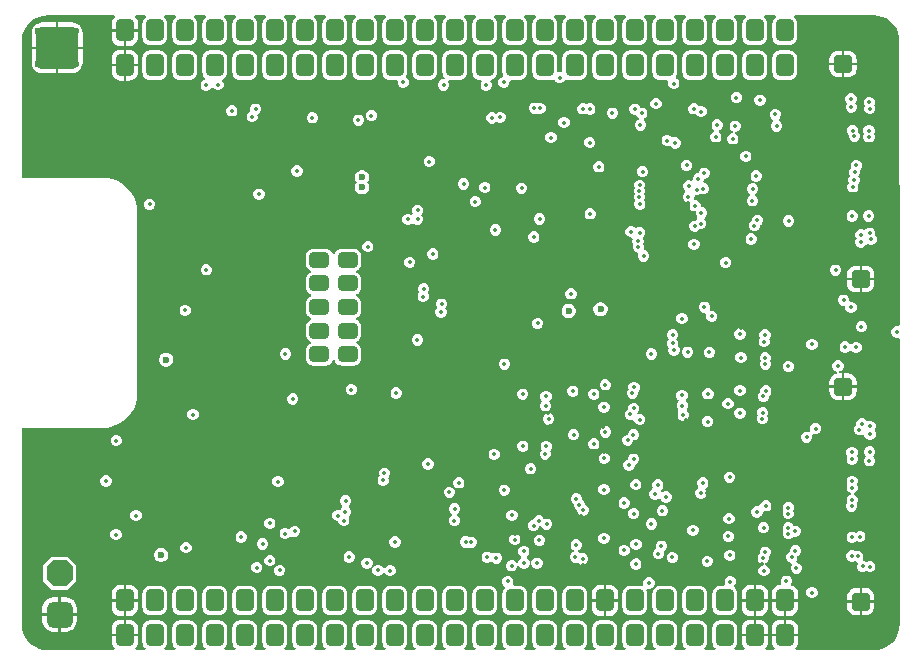
<source format=gbr>
%TF.GenerationSoftware,Altium Limited,Altium Designer,25.3.3 (18)*%
G04 Layer_Physical_Order=5*
G04 Layer_Color=16737945*
%FSLAX45Y45*%
%MOMM*%
%TF.SameCoordinates,95E4F6BA-DA47-4B25-BB43-2529A7C35442*%
%TF.FilePolarity,Positive*%
%TF.FileFunction,Copper,L5,Inr,Signal*%
%TF.Part,CustomerPanel*%
G01*
G75*
%TA.AperFunction,ComponentPad*%
G04:AMPARAMS|DCode=82|XSize=1.55mm|YSize=1.6mm|CornerRadius=0.3875mm|HoleSize=0mm|Usage=FLASHONLY|Rotation=270.000|XOffset=0mm|YOffset=0mm|HoleType=Round|Shape=RoundedRectangle|*
%AMROUNDEDRECTD82*
21,1,1.55000,0.82500,0,0,270.0*
21,1,0.77500,1.60000,0,0,270.0*
1,1,0.77500,-0.41250,-0.38750*
1,1,0.77500,-0.41250,0.38750*
1,1,0.77500,0.41250,0.38750*
1,1,0.77500,0.41250,-0.38750*
%
%ADD82ROUNDEDRECTD82*%
G04:AMPARAMS|DCode=88|XSize=2.2mm|YSize=2.2mm|CornerRadius=0.55mm|HoleSize=0mm|Usage=FLASHONLY|Rotation=270.000|XOffset=0mm|YOffset=0mm|HoleType=Round|Shape=RoundedRectangle|*
%AMROUNDEDRECTD88*
21,1,2.20000,1.10000,0,0,270.0*
21,1,1.10000,2.20000,0,0,270.0*
1,1,1.10000,-0.55000,-0.55000*
1,1,1.10000,-0.55000,0.55000*
1,1,1.10000,0.55000,0.55000*
1,1,1.10000,0.55000,-0.55000*
%
%ADD88ROUNDEDRECTD88*%
G04:AMPARAMS|DCode=89|XSize=2.2mm|YSize=2.2mm|CornerRadius=0mm|HoleSize=0mm|Usage=FLASHONLY|Rotation=270.000|XOffset=0mm|YOffset=0mm|HoleType=Round|Shape=Octagon|*
%AMOCTAGOND89*
4,1,8,-0.55000,-1.10000,0.55000,-1.10000,1.10000,-0.55000,1.10000,0.55000,0.55000,1.10000,-0.55000,1.10000,-1.10000,0.55000,-1.10000,-0.55000,-0.55000,-1.10000,0.0*
%
%ADD89OCTAGOND89*%

%TA.AperFunction,ViaPad*%
%ADD90C,0.35000*%
%ADD91C,0.60000*%
%TA.AperFunction,ComponentPad*%
G04:AMPARAMS|DCode=92|XSize=1.5mm|YSize=1.9mm|CornerRadius=0.375mm|HoleSize=0mm|Usage=FLASHONLY|Rotation=0.000|XOffset=0mm|YOffset=0mm|HoleType=Round|Shape=RoundedRectangle|*
%AMROUNDEDRECTD92*
21,1,1.50000,1.15000,0,0,0.0*
21,1,0.75000,1.90000,0,0,0.0*
1,1,0.75000,0.37500,-0.57500*
1,1,0.75000,-0.37500,-0.57500*
1,1,0.75000,-0.37500,0.57500*
1,1,0.75000,0.37500,0.57500*
%
%ADD92ROUNDEDRECTD92*%
G04:AMPARAMS|DCode=93|XSize=1.3mm|YSize=1.7mm|CornerRadius=0.325mm|HoleSize=0mm|Usage=FLASHONLY|Rotation=270.000|XOffset=0mm|YOffset=0mm|HoleType=Round|Shape=RoundedRectangle|*
%AMROUNDEDRECTD93*
21,1,1.30000,1.05000,0,0,270.0*
21,1,0.65000,1.70000,0,0,270.0*
1,1,0.65000,-0.52500,-0.32500*
1,1,0.65000,-0.52500,0.32500*
1,1,0.65000,0.52500,0.32500*
1,1,0.65000,0.52500,-0.32500*
%
%ADD93ROUNDEDRECTD93*%
G04:AMPARAMS|DCode=94|XSize=3.6mm|YSize=3.6mm|CornerRadius=0.54mm|HoleSize=0mm|Usage=FLASHONLY|Rotation=0.000|XOffset=0mm|YOffset=0mm|HoleType=Round|Shape=RoundedRectangle|*
%AMROUNDEDRECTD94*
21,1,3.60000,2.52000,0,0,0.0*
21,1,2.52000,3.60000,0,0,0.0*
1,1,1.08000,1.26000,-1.26000*
1,1,1.08000,-1.26000,-1.26000*
1,1,1.08000,-1.26000,1.26000*
1,1,1.08000,1.26000,1.26000*
%
%ADD94ROUNDEDRECTD94*%
G36*
X8295106Y6414943D02*
X8327466Y6407174D01*
X8358213Y6394438D01*
X8386588Y6377050D01*
X8411894Y6355436D01*
X8433508Y6330130D01*
X8450896Y6301755D01*
X8463632Y6271008D01*
X8471401Y6238648D01*
X8472853Y6220198D01*
X8473513Y6205471D01*
X8473516Y6205460D01*
X8473516Y6190471D01*
X8473580Y3793177D01*
X8464873Y3787358D01*
X8458580Y3784875D01*
X8442137D01*
X8424678Y3777643D01*
X8411316Y3764281D01*
X8404085Y3746823D01*
Y3727927D01*
X8411316Y3710468D01*
X8424678Y3697106D01*
X8442137Y3689875D01*
X8461033D01*
X8461111Y3689907D01*
X8473583Y3681574D01*
X8473648Y1270170D01*
X8473647Y1270037D01*
Y1255256D01*
X8472986Y1240530D01*
X8471537Y1222122D01*
X8463778Y1189803D01*
X8451059Y1159097D01*
X8433693Y1130758D01*
X8412108Y1105484D01*
X8386834Y1083899D01*
X8358495Y1066533D01*
X8327789Y1053814D01*
X8295471Y1046055D01*
X8264129Y1043588D01*
X8262338Y1043944D01*
X7593639D01*
X7588547Y1058944D01*
X7591607Y1061293D01*
X7603228Y1076438D01*
X7610534Y1094074D01*
X7613025Y1113000D01*
Y1160500D01*
X7391775D01*
Y1113000D01*
X7394266Y1094074D01*
X7401572Y1076438D01*
X7413193Y1061293D01*
X7416253Y1058944D01*
X7411161Y1043944D01*
X7339639D01*
X7334547Y1058944D01*
X7337607Y1061293D01*
X7349228Y1076438D01*
X7356534Y1094074D01*
X7359025Y1113000D01*
Y1160500D01*
X7137775D01*
Y1113000D01*
X7140266Y1094074D01*
X7147572Y1076438D01*
X7159193Y1061293D01*
X7162253Y1058944D01*
X7157161Y1043944D01*
X7077426D01*
X7072334Y1058944D01*
X7080041Y1064859D01*
X7090861Y1078959D01*
X7097662Y1095379D01*
X7099982Y1113000D01*
Y1228000D01*
X7097662Y1245621D01*
X7090861Y1262041D01*
X7080041Y1276141D01*
X7065941Y1286961D01*
X7049521Y1293762D01*
X7031900Y1296082D01*
X6956900D01*
X6939279Y1293762D01*
X6922859Y1286961D01*
X6908759Y1276141D01*
X6897939Y1262041D01*
X6891138Y1245621D01*
X6888818Y1228000D01*
Y1113000D01*
X6891138Y1095379D01*
X6897939Y1078959D01*
X6908759Y1064859D01*
X6916466Y1058944D01*
X6911375Y1043944D01*
X6823426D01*
X6818334Y1058944D01*
X6826041Y1064859D01*
X6836861Y1078959D01*
X6843662Y1095379D01*
X6845982Y1113000D01*
Y1228000D01*
X6843662Y1245621D01*
X6836861Y1262041D01*
X6826041Y1276141D01*
X6811941Y1286961D01*
X6795521Y1293762D01*
X6777900Y1296082D01*
X6702900D01*
X6685279Y1293762D01*
X6668859Y1286961D01*
X6654759Y1276141D01*
X6643939Y1262041D01*
X6637138Y1245621D01*
X6634818Y1228000D01*
Y1113000D01*
X6637138Y1095379D01*
X6643939Y1078959D01*
X6654759Y1064859D01*
X6662466Y1058944D01*
X6657375Y1043944D01*
X6569426D01*
X6564334Y1058944D01*
X6572041Y1064859D01*
X6582861Y1078959D01*
X6589662Y1095379D01*
X6591982Y1113000D01*
Y1228000D01*
X6589662Y1245621D01*
X6582861Y1262041D01*
X6572041Y1276141D01*
X6557941Y1286961D01*
X6541521Y1293762D01*
X6523900Y1296082D01*
X6448900D01*
X6431279Y1293762D01*
X6414859Y1286961D01*
X6400759Y1276141D01*
X6389939Y1262041D01*
X6383138Y1245621D01*
X6380818Y1228000D01*
Y1113000D01*
X6383138Y1095379D01*
X6389939Y1078959D01*
X6400759Y1064859D01*
X6408466Y1058944D01*
X6403375Y1043944D01*
X6315426D01*
X6310334Y1058944D01*
X6318041Y1064859D01*
X6328861Y1078959D01*
X6335662Y1095379D01*
X6337982Y1113000D01*
Y1228000D01*
X6335662Y1245621D01*
X6328861Y1262041D01*
X6318041Y1276141D01*
X6303941Y1286961D01*
X6287521Y1293762D01*
X6269900Y1296082D01*
X6194900D01*
X6177279Y1293762D01*
X6160859Y1286961D01*
X6146759Y1276141D01*
X6135939Y1262041D01*
X6129138Y1245621D01*
X6126818Y1228000D01*
Y1113000D01*
X6129138Y1095379D01*
X6135939Y1078959D01*
X6146759Y1064859D01*
X6154466Y1058944D01*
X6149375Y1043944D01*
X6061426D01*
X6056334Y1058944D01*
X6064041Y1064859D01*
X6074861Y1078959D01*
X6081662Y1095379D01*
X6083982Y1113000D01*
Y1228000D01*
X6081662Y1245621D01*
X6074861Y1262041D01*
X6064041Y1276141D01*
X6049941Y1286961D01*
X6033521Y1293762D01*
X6015900Y1296082D01*
X5940900D01*
X5923279Y1293762D01*
X5906859Y1286961D01*
X5892759Y1276141D01*
X5881939Y1262041D01*
X5875138Y1245621D01*
X5872818Y1228000D01*
Y1113000D01*
X5875138Y1095379D01*
X5881939Y1078959D01*
X5892759Y1064859D01*
X5900466Y1058944D01*
X5895375Y1043944D01*
X5807426D01*
X5802334Y1058944D01*
X5810041Y1064859D01*
X5820861Y1078959D01*
X5827662Y1095379D01*
X5829982Y1113000D01*
Y1228000D01*
X5827662Y1245621D01*
X5820861Y1262041D01*
X5810041Y1276141D01*
X5795941Y1286961D01*
X5779521Y1293762D01*
X5761900Y1296082D01*
X5686900D01*
X5669279Y1293762D01*
X5652859Y1286961D01*
X5638759Y1276141D01*
X5627939Y1262041D01*
X5621138Y1245621D01*
X5618818Y1228000D01*
Y1113000D01*
X5621138Y1095379D01*
X5627939Y1078959D01*
X5638759Y1064859D01*
X5646466Y1058944D01*
X5641375Y1043944D01*
X5553426D01*
X5548334Y1058944D01*
X5556041Y1064859D01*
X5566861Y1078959D01*
X5573662Y1095379D01*
X5575982Y1113000D01*
Y1228000D01*
X5573662Y1245621D01*
X5566861Y1262041D01*
X5556041Y1276141D01*
X5541941Y1286961D01*
X5525521Y1293762D01*
X5507900Y1296082D01*
X5432900D01*
X5415279Y1293762D01*
X5398859Y1286961D01*
X5384759Y1276141D01*
X5373939Y1262041D01*
X5367138Y1245621D01*
X5364818Y1228000D01*
Y1113000D01*
X5367138Y1095379D01*
X5373939Y1078959D01*
X5384759Y1064859D01*
X5392466Y1058944D01*
X5387375Y1043944D01*
X5299426D01*
X5294334Y1058944D01*
X5302041Y1064859D01*
X5312861Y1078959D01*
X5319662Y1095379D01*
X5321982Y1113000D01*
Y1228000D01*
X5319662Y1245621D01*
X5312861Y1262041D01*
X5302041Y1276141D01*
X5287941Y1286961D01*
X5271521Y1293762D01*
X5253900Y1296082D01*
X5178900D01*
X5161279Y1293762D01*
X5144859Y1286961D01*
X5130759Y1276141D01*
X5119939Y1262041D01*
X5113138Y1245621D01*
X5110818Y1228000D01*
Y1113000D01*
X5113138Y1095379D01*
X5119939Y1078959D01*
X5130759Y1064859D01*
X5138466Y1058944D01*
X5133375Y1043944D01*
X5045426D01*
X5040334Y1058944D01*
X5048041Y1064859D01*
X5058861Y1078959D01*
X5065662Y1095379D01*
X5067982Y1113000D01*
Y1228000D01*
X5065662Y1245621D01*
X5058861Y1262041D01*
X5048041Y1276141D01*
X5033941Y1286961D01*
X5017521Y1293762D01*
X4999900Y1296082D01*
X4924900D01*
X4907279Y1293762D01*
X4890859Y1286961D01*
X4876759Y1276141D01*
X4865939Y1262041D01*
X4859138Y1245621D01*
X4856818Y1228000D01*
Y1113000D01*
X4859138Y1095379D01*
X4865939Y1078959D01*
X4876759Y1064859D01*
X4884466Y1058944D01*
X4879375Y1043944D01*
X4791426D01*
X4786334Y1058944D01*
X4794041Y1064859D01*
X4804861Y1078959D01*
X4811662Y1095379D01*
X4813982Y1113000D01*
Y1228000D01*
X4811662Y1245621D01*
X4804861Y1262041D01*
X4794041Y1276141D01*
X4779941Y1286961D01*
X4763521Y1293762D01*
X4745900Y1296082D01*
X4670900D01*
X4653279Y1293762D01*
X4636859Y1286961D01*
X4622759Y1276141D01*
X4611939Y1262041D01*
X4605138Y1245621D01*
X4602818Y1228000D01*
Y1113000D01*
X4605138Y1095379D01*
X4611939Y1078959D01*
X4622759Y1064859D01*
X4630466Y1058944D01*
X4625375Y1043944D01*
X4537426D01*
X4532334Y1058944D01*
X4540041Y1064859D01*
X4550861Y1078959D01*
X4557662Y1095379D01*
X4559982Y1113000D01*
Y1228000D01*
X4557662Y1245621D01*
X4550861Y1262041D01*
X4540041Y1276141D01*
X4525941Y1286961D01*
X4509521Y1293762D01*
X4491900Y1296082D01*
X4416900D01*
X4399279Y1293762D01*
X4382859Y1286961D01*
X4368759Y1276141D01*
X4357939Y1262041D01*
X4351138Y1245621D01*
X4348818Y1228000D01*
Y1113000D01*
X4351138Y1095379D01*
X4357939Y1078959D01*
X4368759Y1064859D01*
X4376466Y1058944D01*
X4371375Y1043944D01*
X4283426D01*
X4278334Y1058944D01*
X4286041Y1064859D01*
X4296861Y1078959D01*
X4303662Y1095379D01*
X4305982Y1113000D01*
Y1228000D01*
X4303662Y1245621D01*
X4296861Y1262041D01*
X4286041Y1276141D01*
X4271941Y1286961D01*
X4255521Y1293762D01*
X4237900Y1296082D01*
X4162900D01*
X4145279Y1293762D01*
X4128859Y1286961D01*
X4114759Y1276141D01*
X4103939Y1262041D01*
X4097138Y1245621D01*
X4094818Y1228000D01*
Y1113000D01*
X4097138Y1095379D01*
X4103939Y1078959D01*
X4114759Y1064859D01*
X4122466Y1058944D01*
X4117375Y1043944D01*
X4029426D01*
X4024334Y1058944D01*
X4032041Y1064859D01*
X4042861Y1078959D01*
X4049662Y1095379D01*
X4051982Y1113000D01*
Y1228000D01*
X4049662Y1245621D01*
X4042861Y1262041D01*
X4032041Y1276141D01*
X4017941Y1286961D01*
X4001521Y1293762D01*
X3983900Y1296082D01*
X3908900D01*
X3891279Y1293762D01*
X3874859Y1286961D01*
X3860759Y1276141D01*
X3849939Y1262041D01*
X3843138Y1245621D01*
X3840818Y1228000D01*
Y1113000D01*
X3843138Y1095379D01*
X3849939Y1078959D01*
X3860759Y1064859D01*
X3868466Y1058944D01*
X3863375Y1043944D01*
X3775426D01*
X3770334Y1058944D01*
X3778041Y1064859D01*
X3788861Y1078959D01*
X3795662Y1095379D01*
X3797982Y1113000D01*
Y1228000D01*
X3795662Y1245621D01*
X3788861Y1262041D01*
X3778041Y1276141D01*
X3763941Y1286961D01*
X3747521Y1293762D01*
X3729900Y1296082D01*
X3654900D01*
X3637279Y1293762D01*
X3620859Y1286961D01*
X3606759Y1276141D01*
X3595939Y1262041D01*
X3589138Y1245621D01*
X3586818Y1228000D01*
Y1113000D01*
X3589138Y1095379D01*
X3595939Y1078959D01*
X3606759Y1064859D01*
X3614466Y1058944D01*
X3609375Y1043944D01*
X3521426D01*
X3516334Y1058944D01*
X3524041Y1064859D01*
X3534861Y1078959D01*
X3541662Y1095379D01*
X3543982Y1113000D01*
Y1228000D01*
X3541662Y1245621D01*
X3534861Y1262041D01*
X3524041Y1276141D01*
X3509941Y1286961D01*
X3493521Y1293762D01*
X3475900Y1296082D01*
X3400900D01*
X3383279Y1293762D01*
X3366859Y1286961D01*
X3352759Y1276141D01*
X3341939Y1262041D01*
X3335138Y1245621D01*
X3332818Y1228000D01*
Y1113000D01*
X3335138Y1095379D01*
X3341939Y1078959D01*
X3352759Y1064859D01*
X3360466Y1058944D01*
X3355375Y1043944D01*
X3267426D01*
X3262334Y1058944D01*
X3270041Y1064859D01*
X3280861Y1078959D01*
X3287662Y1095379D01*
X3289982Y1113000D01*
Y1228000D01*
X3287662Y1245621D01*
X3280861Y1262041D01*
X3270041Y1276141D01*
X3255941Y1286961D01*
X3239521Y1293762D01*
X3221900Y1296082D01*
X3146900D01*
X3129279Y1293762D01*
X3112859Y1286961D01*
X3098759Y1276141D01*
X3087939Y1262041D01*
X3081138Y1245621D01*
X3078818Y1228000D01*
Y1113000D01*
X3081138Y1095379D01*
X3087939Y1078959D01*
X3098759Y1064859D01*
X3106466Y1058944D01*
X3101375Y1043944D01*
X3013426D01*
X3008334Y1058944D01*
X3016041Y1064859D01*
X3026861Y1078959D01*
X3033662Y1095379D01*
X3035982Y1113000D01*
Y1228000D01*
X3033662Y1245621D01*
X3026861Y1262041D01*
X3016041Y1276141D01*
X3001941Y1286961D01*
X2985521Y1293762D01*
X2967900Y1296082D01*
X2892900D01*
X2875279Y1293762D01*
X2858859Y1286961D01*
X2844759Y1276141D01*
X2833939Y1262041D01*
X2827138Y1245621D01*
X2824818Y1228000D01*
Y1113000D01*
X2827138Y1095379D01*
X2833939Y1078959D01*
X2844759Y1064859D01*
X2852466Y1058944D01*
X2847375Y1043944D01*
X2759426D01*
X2754334Y1058944D01*
X2762041Y1064859D01*
X2772861Y1078959D01*
X2779662Y1095379D01*
X2781982Y1113000D01*
Y1228000D01*
X2779662Y1245621D01*
X2772861Y1262041D01*
X2762041Y1276141D01*
X2747941Y1286961D01*
X2731521Y1293762D01*
X2713900Y1296082D01*
X2638900D01*
X2621279Y1293762D01*
X2604859Y1286961D01*
X2590759Y1276141D01*
X2579939Y1262041D01*
X2573138Y1245621D01*
X2570818Y1228000D01*
Y1113000D01*
X2573138Y1095379D01*
X2579939Y1078959D01*
X2590759Y1064859D01*
X2598466Y1058944D01*
X2593375Y1043944D01*
X2505426D01*
X2500334Y1058944D01*
X2508041Y1064859D01*
X2518861Y1078959D01*
X2525662Y1095379D01*
X2527982Y1113000D01*
Y1228000D01*
X2525662Y1245621D01*
X2518861Y1262041D01*
X2508041Y1276141D01*
X2493941Y1286961D01*
X2477521Y1293762D01*
X2459900Y1296082D01*
X2384900D01*
X2367279Y1293762D01*
X2350859Y1286961D01*
X2336759Y1276141D01*
X2325939Y1262041D01*
X2319138Y1245621D01*
X2316818Y1228000D01*
Y1113000D01*
X2319138Y1095379D01*
X2325939Y1078959D01*
X2336759Y1064859D01*
X2344466Y1058944D01*
X2339375Y1043944D01*
X2251426D01*
X2246334Y1058944D01*
X2254041Y1064859D01*
X2264861Y1078959D01*
X2271662Y1095379D01*
X2273982Y1113000D01*
Y1228000D01*
X2271662Y1245621D01*
X2264861Y1262041D01*
X2254041Y1276141D01*
X2239941Y1286961D01*
X2223521Y1293762D01*
X2205900Y1296082D01*
X2130900D01*
X2113279Y1293762D01*
X2096859Y1286961D01*
X2082759Y1276141D01*
X2071939Y1262041D01*
X2065138Y1245621D01*
X2062818Y1228000D01*
Y1113000D01*
X2065138Y1095379D01*
X2071939Y1078959D01*
X2082759Y1064859D01*
X2090466Y1058944D01*
X2085375Y1043944D01*
X2005639D01*
X2000547Y1058944D01*
X2003607Y1061293D01*
X2015228Y1076438D01*
X2022534Y1094074D01*
X2025025Y1113000D01*
Y1160500D01*
X1803775D01*
Y1113000D01*
X1806266Y1094074D01*
X1813572Y1076438D01*
X1825193Y1061293D01*
X1828253Y1058944D01*
X1823161Y1043944D01*
X1254000D01*
X1252223Y1043591D01*
X1221063Y1046043D01*
X1188937Y1053756D01*
X1158413Y1066399D01*
X1130242Y1083662D01*
X1105119Y1105119D01*
X1083662Y1130242D01*
X1066399Y1158413D01*
X1053756Y1188937D01*
X1046043Y1221063D01*
X1043591Y1252223D01*
X1043944Y1254000D01*
Y2924556D01*
X1723900D01*
Y2924481D01*
X1770520Y2928150D01*
X1815993Y2939067D01*
X1859198Y2956963D01*
X1899071Y2981398D01*
X1934631Y3011769D01*
X1965002Y3047329D01*
X1989437Y3087202D01*
X2007333Y3130407D01*
X2018250Y3175880D01*
X2021919Y3222500D01*
X2021844D01*
Y4746500D01*
X2021919D01*
X2018250Y4793120D01*
X2007333Y4838593D01*
X1989437Y4881798D01*
X1965002Y4921671D01*
X1934631Y4957231D01*
X1899071Y4987602D01*
X1859198Y5012037D01*
X1815993Y5029933D01*
X1770520Y5040850D01*
X1723900Y5044519D01*
Y5044444D01*
X1043944D01*
Y6207000D01*
X1043591Y6208778D01*
X1046043Y6239937D01*
X1053756Y6272063D01*
X1066399Y6302587D01*
X1083662Y6330758D01*
X1105119Y6355881D01*
X1130242Y6377338D01*
X1158412Y6394601D01*
X1188937Y6407244D01*
X1221063Y6414957D01*
X1239275Y6416390D01*
X1254000Y6417055D01*
Y6417056D01*
X1823161D01*
X1828253Y6402056D01*
X1825193Y6399707D01*
X1813572Y6384563D01*
X1806266Y6366926D01*
X1803775Y6348000D01*
Y6300500D01*
X2025025D01*
Y6348000D01*
X2022534Y6366926D01*
X2015228Y6384563D01*
X2003607Y6399707D01*
X2000547Y6402056D01*
X2005639Y6417056D01*
X2085375D01*
X2090466Y6402056D01*
X2082759Y6396141D01*
X2071939Y6382041D01*
X2065138Y6365621D01*
X2062818Y6348000D01*
Y6233000D01*
X2065138Y6215379D01*
X2071939Y6198959D01*
X2082759Y6184859D01*
X2096859Y6174039D01*
X2113279Y6167238D01*
X2130900Y6164918D01*
X2205900D01*
X2223521Y6167238D01*
X2239941Y6174039D01*
X2254041Y6184859D01*
X2264861Y6198959D01*
X2271662Y6215379D01*
X2273982Y6233000D01*
Y6348000D01*
X2271662Y6365621D01*
X2264861Y6382041D01*
X2254041Y6396141D01*
X2246334Y6402056D01*
X2251426Y6417056D01*
X2339375D01*
X2344466Y6402056D01*
X2336759Y6396141D01*
X2325939Y6382041D01*
X2319138Y6365621D01*
X2316818Y6348000D01*
Y6233000D01*
X2319138Y6215379D01*
X2325939Y6198959D01*
X2336759Y6184859D01*
X2350859Y6174039D01*
X2367279Y6167238D01*
X2384900Y6164918D01*
X2459900D01*
X2477521Y6167238D01*
X2493941Y6174039D01*
X2508041Y6184859D01*
X2518861Y6198959D01*
X2525662Y6215379D01*
X2527982Y6233000D01*
Y6348000D01*
X2525662Y6365621D01*
X2518861Y6382041D01*
X2508041Y6396141D01*
X2500334Y6402056D01*
X2505426Y6417056D01*
X2593375D01*
X2598466Y6402056D01*
X2590759Y6396141D01*
X2579939Y6382041D01*
X2573138Y6365621D01*
X2570818Y6348000D01*
Y6233000D01*
X2573138Y6215379D01*
X2579939Y6198959D01*
X2590759Y6184859D01*
X2604859Y6174039D01*
X2621279Y6167238D01*
X2638900Y6164918D01*
X2713900D01*
X2731521Y6167238D01*
X2747941Y6174039D01*
X2762041Y6184859D01*
X2772861Y6198959D01*
X2779662Y6215379D01*
X2781982Y6233000D01*
Y6348000D01*
X2779662Y6365621D01*
X2772861Y6382041D01*
X2762041Y6396141D01*
X2754334Y6402056D01*
X2759426Y6417056D01*
X2847375D01*
X2852466Y6402056D01*
X2844759Y6396141D01*
X2833939Y6382041D01*
X2827138Y6365621D01*
X2824818Y6348000D01*
Y6233000D01*
X2827138Y6215379D01*
X2833939Y6198959D01*
X2844759Y6184859D01*
X2858859Y6174039D01*
X2875279Y6167238D01*
X2892900Y6164918D01*
X2967900D01*
X2985521Y6167238D01*
X3001941Y6174039D01*
X3016041Y6184859D01*
X3026861Y6198959D01*
X3033662Y6215379D01*
X3035982Y6233000D01*
Y6348000D01*
X3033662Y6365621D01*
X3026861Y6382041D01*
X3016041Y6396141D01*
X3008334Y6402056D01*
X3013426Y6417056D01*
X3101375D01*
X3106466Y6402056D01*
X3098759Y6396141D01*
X3087939Y6382041D01*
X3081138Y6365621D01*
X3078818Y6348000D01*
Y6233000D01*
X3081138Y6215379D01*
X3087939Y6198959D01*
X3098759Y6184859D01*
X3112859Y6174039D01*
X3129279Y6167238D01*
X3146900Y6164918D01*
X3221900D01*
X3239521Y6167238D01*
X3255941Y6174039D01*
X3270041Y6184859D01*
X3280861Y6198959D01*
X3287662Y6215379D01*
X3289982Y6233000D01*
Y6348000D01*
X3287662Y6365621D01*
X3280861Y6382041D01*
X3270041Y6396141D01*
X3262334Y6402056D01*
X3267426Y6417056D01*
X3355375D01*
X3360466Y6402056D01*
X3352759Y6396141D01*
X3341939Y6382041D01*
X3335138Y6365621D01*
X3332818Y6348000D01*
Y6233000D01*
X3335138Y6215379D01*
X3341939Y6198959D01*
X3352759Y6184859D01*
X3366859Y6174039D01*
X3383279Y6167238D01*
X3400900Y6164918D01*
X3475900D01*
X3493521Y6167238D01*
X3509941Y6174039D01*
X3524041Y6184859D01*
X3534861Y6198959D01*
X3541662Y6215379D01*
X3543982Y6233000D01*
Y6348000D01*
X3541662Y6365621D01*
X3534861Y6382041D01*
X3524041Y6396141D01*
X3516334Y6402056D01*
X3521426Y6417056D01*
X3609375D01*
X3614466Y6402056D01*
X3606759Y6396141D01*
X3595939Y6382041D01*
X3589138Y6365621D01*
X3586818Y6348000D01*
Y6233000D01*
X3589138Y6215379D01*
X3595939Y6198959D01*
X3606759Y6184859D01*
X3620859Y6174039D01*
X3637279Y6167238D01*
X3654900Y6164918D01*
X3729900D01*
X3747521Y6167238D01*
X3763941Y6174039D01*
X3778041Y6184859D01*
X3788861Y6198959D01*
X3795662Y6215379D01*
X3797982Y6233000D01*
Y6348000D01*
X3795662Y6365621D01*
X3788861Y6382041D01*
X3778041Y6396141D01*
X3770334Y6402056D01*
X3775426Y6417056D01*
X3863375D01*
X3868466Y6402056D01*
X3860759Y6396141D01*
X3849939Y6382041D01*
X3843138Y6365621D01*
X3840818Y6348000D01*
Y6233000D01*
X3843138Y6215379D01*
X3849939Y6198959D01*
X3860759Y6184859D01*
X3874859Y6174039D01*
X3891279Y6167238D01*
X3908900Y6164918D01*
X3983900D01*
X4001521Y6167238D01*
X4017941Y6174039D01*
X4032041Y6184859D01*
X4042861Y6198959D01*
X4049662Y6215379D01*
X4051982Y6233000D01*
Y6348000D01*
X4049662Y6365621D01*
X4042861Y6382041D01*
X4032041Y6396141D01*
X4024334Y6402056D01*
X4029426Y6417056D01*
X4117375D01*
X4122466Y6402056D01*
X4114759Y6396141D01*
X4103939Y6382041D01*
X4097138Y6365621D01*
X4094818Y6348000D01*
Y6233000D01*
X4097138Y6215379D01*
X4103939Y6198959D01*
X4114759Y6184859D01*
X4128859Y6174039D01*
X4145279Y6167238D01*
X4162900Y6164918D01*
X4237900D01*
X4255521Y6167238D01*
X4271941Y6174039D01*
X4286041Y6184859D01*
X4296861Y6198959D01*
X4303662Y6215379D01*
X4305982Y6233000D01*
Y6348000D01*
X4303662Y6365621D01*
X4296861Y6382041D01*
X4286041Y6396141D01*
X4278334Y6402056D01*
X4283426Y6417056D01*
X4371375D01*
X4376466Y6402056D01*
X4368759Y6396141D01*
X4357939Y6382041D01*
X4351138Y6365621D01*
X4348818Y6348000D01*
Y6233000D01*
X4351138Y6215379D01*
X4357939Y6198959D01*
X4368759Y6184859D01*
X4382859Y6174039D01*
X4399279Y6167238D01*
X4416900Y6164918D01*
X4491900D01*
X4509521Y6167238D01*
X4525941Y6174039D01*
X4540041Y6184859D01*
X4550861Y6198959D01*
X4557662Y6215379D01*
X4559982Y6233000D01*
Y6348000D01*
X4557662Y6365621D01*
X4550861Y6382041D01*
X4540041Y6396141D01*
X4532334Y6402056D01*
X4537426Y6417056D01*
X4625375D01*
X4630466Y6402056D01*
X4622759Y6396141D01*
X4611939Y6382041D01*
X4605138Y6365621D01*
X4602818Y6348000D01*
Y6233000D01*
X4605138Y6215379D01*
X4611939Y6198959D01*
X4622759Y6184859D01*
X4636859Y6174039D01*
X4653279Y6167238D01*
X4670900Y6164918D01*
X4745900D01*
X4763521Y6167238D01*
X4779941Y6174039D01*
X4794041Y6184859D01*
X4804861Y6198959D01*
X4811662Y6215379D01*
X4813982Y6233000D01*
Y6348000D01*
X4811662Y6365621D01*
X4804861Y6382041D01*
X4794041Y6396141D01*
X4786334Y6402056D01*
X4791426Y6417056D01*
X4879375D01*
X4884466Y6402056D01*
X4876759Y6396141D01*
X4865939Y6382041D01*
X4859138Y6365621D01*
X4856818Y6348000D01*
Y6233000D01*
X4859138Y6215379D01*
X4865939Y6198959D01*
X4876759Y6184859D01*
X4890859Y6174039D01*
X4907279Y6167238D01*
X4924900Y6164918D01*
X4999900D01*
X5017521Y6167238D01*
X5033941Y6174039D01*
X5048041Y6184859D01*
X5058861Y6198959D01*
X5065662Y6215379D01*
X5067982Y6233000D01*
Y6348000D01*
X5065662Y6365621D01*
X5058861Y6382041D01*
X5048041Y6396141D01*
X5040334Y6402056D01*
X5045426Y6417056D01*
X5133375D01*
X5138466Y6402056D01*
X5130759Y6396141D01*
X5119939Y6382041D01*
X5113138Y6365621D01*
X5110818Y6348000D01*
Y6233000D01*
X5113138Y6215379D01*
X5119939Y6198959D01*
X5130759Y6184859D01*
X5144859Y6174039D01*
X5161279Y6167238D01*
X5178900Y6164918D01*
X5253900D01*
X5271521Y6167238D01*
X5287941Y6174039D01*
X5302041Y6184859D01*
X5312861Y6198959D01*
X5319662Y6215379D01*
X5321982Y6233000D01*
Y6348000D01*
X5319662Y6365621D01*
X5312861Y6382041D01*
X5302041Y6396141D01*
X5294334Y6402056D01*
X5299426Y6417056D01*
X5387375D01*
X5392466Y6402056D01*
X5384759Y6396141D01*
X5373939Y6382041D01*
X5367138Y6365621D01*
X5364818Y6348000D01*
Y6233000D01*
X5367138Y6215379D01*
X5373939Y6198959D01*
X5384759Y6184859D01*
X5398859Y6174039D01*
X5415279Y6167238D01*
X5432900Y6164918D01*
X5507900D01*
X5525521Y6167238D01*
X5541941Y6174039D01*
X5556041Y6184859D01*
X5566861Y6198959D01*
X5573662Y6215379D01*
X5575982Y6233000D01*
Y6348000D01*
X5573662Y6365621D01*
X5566861Y6382041D01*
X5556041Y6396141D01*
X5548334Y6402056D01*
X5553426Y6417056D01*
X5641375D01*
X5646466Y6402056D01*
X5638759Y6396141D01*
X5627939Y6382041D01*
X5621138Y6365621D01*
X5618818Y6348000D01*
Y6233000D01*
X5621138Y6215379D01*
X5627939Y6198959D01*
X5638759Y6184859D01*
X5652859Y6174039D01*
X5669279Y6167238D01*
X5686900Y6164918D01*
X5761900D01*
X5779521Y6167238D01*
X5795941Y6174039D01*
X5810041Y6184859D01*
X5820861Y6198959D01*
X5827662Y6215379D01*
X5829982Y6233000D01*
Y6348000D01*
X5827662Y6365621D01*
X5820861Y6382041D01*
X5810041Y6396141D01*
X5802334Y6402056D01*
X5807426Y6417056D01*
X5895375D01*
X5900466Y6402056D01*
X5892759Y6396141D01*
X5881939Y6382041D01*
X5875138Y6365621D01*
X5872818Y6348000D01*
Y6233000D01*
X5875138Y6215379D01*
X5881939Y6198959D01*
X5892759Y6184859D01*
X5906859Y6174039D01*
X5923279Y6167238D01*
X5940900Y6164918D01*
X6015900D01*
X6033521Y6167238D01*
X6049941Y6174039D01*
X6064041Y6184859D01*
X6074861Y6198959D01*
X6081662Y6215379D01*
X6083982Y6233000D01*
Y6348000D01*
X6081662Y6365621D01*
X6074861Y6382041D01*
X6064041Y6396141D01*
X6056334Y6402056D01*
X6061426Y6417056D01*
X6149375D01*
X6154466Y6402056D01*
X6146759Y6396141D01*
X6135939Y6382041D01*
X6129138Y6365621D01*
X6126818Y6348000D01*
Y6233000D01*
X6129138Y6215379D01*
X6135939Y6198959D01*
X6146759Y6184859D01*
X6160859Y6174039D01*
X6177279Y6167238D01*
X6194900Y6164918D01*
X6269900D01*
X6287521Y6167238D01*
X6303941Y6174039D01*
X6318041Y6184859D01*
X6328861Y6198959D01*
X6335662Y6215379D01*
X6337982Y6233000D01*
Y6348000D01*
X6335662Y6365621D01*
X6328861Y6382041D01*
X6318041Y6396141D01*
X6310334Y6402056D01*
X6315426Y6417056D01*
X6403375D01*
X6408466Y6402056D01*
X6400759Y6396141D01*
X6389939Y6382041D01*
X6383138Y6365621D01*
X6380818Y6348000D01*
Y6233000D01*
X6383138Y6215379D01*
X6389939Y6198959D01*
X6400759Y6184859D01*
X6414859Y6174039D01*
X6431279Y6167238D01*
X6448900Y6164918D01*
X6523900D01*
X6541521Y6167238D01*
X6557941Y6174039D01*
X6572041Y6184859D01*
X6582861Y6198959D01*
X6589662Y6215379D01*
X6591982Y6233000D01*
Y6348000D01*
X6589662Y6365621D01*
X6582861Y6382041D01*
X6572041Y6396141D01*
X6564334Y6402056D01*
X6569426Y6417056D01*
X6657375D01*
X6662466Y6402056D01*
X6654759Y6396141D01*
X6643939Y6382041D01*
X6637138Y6365621D01*
X6634818Y6348000D01*
Y6233000D01*
X6637138Y6215379D01*
X6643939Y6198959D01*
X6654759Y6184859D01*
X6668859Y6174039D01*
X6685279Y6167238D01*
X6702900Y6164918D01*
X6777900D01*
X6795521Y6167238D01*
X6811941Y6174039D01*
X6826041Y6184859D01*
X6836861Y6198959D01*
X6843662Y6215379D01*
X6845982Y6233000D01*
Y6348000D01*
X6843662Y6365621D01*
X6836861Y6382041D01*
X6826041Y6396141D01*
X6818334Y6402056D01*
X6823426Y6417056D01*
X6911375D01*
X6916466Y6402056D01*
X6908759Y6396141D01*
X6897939Y6382041D01*
X6891138Y6365621D01*
X6888818Y6348000D01*
Y6233000D01*
X6891138Y6215379D01*
X6897939Y6198959D01*
X6908759Y6184859D01*
X6922859Y6174039D01*
X6939279Y6167238D01*
X6956900Y6164918D01*
X7031900D01*
X7049521Y6167238D01*
X7065941Y6174039D01*
X7080041Y6184859D01*
X7090861Y6198959D01*
X7097662Y6215379D01*
X7099982Y6233000D01*
Y6348000D01*
X7097662Y6365621D01*
X7090861Y6382041D01*
X7080041Y6396141D01*
X7072334Y6402056D01*
X7077426Y6417056D01*
X7165375D01*
X7170466Y6402056D01*
X7162759Y6396141D01*
X7151939Y6382041D01*
X7145138Y6365621D01*
X7142818Y6348000D01*
Y6233000D01*
X7145138Y6215379D01*
X7151939Y6198959D01*
X7162759Y6184859D01*
X7176859Y6174039D01*
X7193279Y6167238D01*
X7210900Y6164918D01*
X7285900D01*
X7303521Y6167238D01*
X7319941Y6174039D01*
X7334041Y6184859D01*
X7344861Y6198959D01*
X7351662Y6215379D01*
X7353982Y6233000D01*
Y6348000D01*
X7351662Y6365621D01*
X7344861Y6382041D01*
X7334041Y6396141D01*
X7326334Y6402056D01*
X7331426Y6417056D01*
X7419375D01*
X7424466Y6402056D01*
X7416759Y6396141D01*
X7405939Y6382041D01*
X7399138Y6365621D01*
X7396818Y6348000D01*
Y6233000D01*
X7399138Y6215379D01*
X7405939Y6198959D01*
X7416759Y6184859D01*
X7430859Y6174039D01*
X7447279Y6167238D01*
X7464900Y6164918D01*
X7539900D01*
X7557521Y6167238D01*
X7573941Y6174039D01*
X7588041Y6184859D01*
X7598861Y6198959D01*
X7605662Y6215379D01*
X7607982Y6233000D01*
Y6348000D01*
X7605662Y6365621D01*
X7598861Y6382041D01*
X7588041Y6396141D01*
X7580334Y6402056D01*
X7585426Y6417056D01*
X8261931D01*
X8263725Y6417413D01*
X8295106Y6414943D01*
D02*
G37*
%LPC*%
G36*
X2025025Y6280500D02*
X1924400D01*
Y6159875D01*
X1951900D01*
X1970826Y6162366D01*
X1988463Y6169672D01*
X2003607Y6181293D01*
X2015228Y6196437D01*
X2022534Y6214074D01*
X2025025Y6233000D01*
Y6280500D01*
D02*
G37*
G36*
X1904400D02*
X1803775D01*
Y6233000D01*
X1806266Y6214074D01*
X1813572Y6196437D01*
X1825193Y6181293D01*
X1840337Y6169672D01*
X1857974Y6162366D01*
X1876900Y6159875D01*
X1904400D01*
Y6280500D01*
D02*
G37*
G36*
X1468900Y6359268D02*
X1352900D01*
Y6153500D01*
X1558668D01*
Y6269500D01*
X1555609Y6292734D01*
X1546641Y6314384D01*
X1532376Y6332976D01*
X1513784Y6347241D01*
X1492134Y6356209D01*
X1468900Y6359268D01*
D02*
G37*
G36*
X1332900D02*
X1216900D01*
X1193666Y6356209D01*
X1172016Y6347241D01*
X1153424Y6332976D01*
X1139159Y6314384D01*
X1130191Y6292734D01*
X1127132Y6269500D01*
Y6153500D01*
X1332900D01*
Y6359268D01*
D02*
G37*
G36*
X8036650Y6118136D02*
X8005400D01*
Y6015000D01*
X8111036D01*
Y6043750D01*
X8108501Y6063002D01*
X8101070Y6080943D01*
X8089249Y6096349D01*
X8073843Y6108170D01*
X8055902Y6115601D01*
X8036650Y6118136D01*
D02*
G37*
G36*
X7985400D02*
X7954150D01*
X7934898Y6115601D01*
X7916957Y6108170D01*
X7901551Y6096349D01*
X7889730Y6080943D01*
X7882298Y6063002D01*
X7879764Y6043750D01*
Y6015000D01*
X7985400D01*
Y6118136D01*
D02*
G37*
G36*
X1951900Y6127125D02*
X1924400D01*
Y6006500D01*
X2025025D01*
Y6054000D01*
X2022534Y6072926D01*
X2015228Y6090563D01*
X2003607Y6105707D01*
X1988463Y6117328D01*
X1970826Y6124634D01*
X1951900Y6127125D01*
D02*
G37*
G36*
X1904400D02*
X1876900D01*
X1857974Y6124634D01*
X1840337Y6117328D01*
X1825193Y6105707D01*
X1813572Y6090563D01*
X1806266Y6072926D01*
X1803775Y6054000D01*
Y6006500D01*
X1904400D01*
Y6127125D01*
D02*
G37*
G36*
X5761900Y6122082D02*
X5686900D01*
X5669279Y6119762D01*
X5652859Y6112961D01*
X5638759Y6102141D01*
X5627939Y6088041D01*
X5621138Y6071621D01*
X5618818Y6054000D01*
Y5948369D01*
X5605723Y5937785D01*
X5604105Y5937634D01*
X5590695D01*
X5586270Y5938045D01*
X5575982Y5949455D01*
Y6054000D01*
X5573662Y6071621D01*
X5566861Y6088041D01*
X5556041Y6102141D01*
X5541941Y6112961D01*
X5525521Y6119762D01*
X5507900Y6122082D01*
X5432900D01*
X5415279Y6119762D01*
X5398859Y6112961D01*
X5384759Y6102141D01*
X5373939Y6088041D01*
X5367138Y6071621D01*
X5364818Y6054000D01*
Y5939000D01*
X5367138Y5921379D01*
X5373939Y5904959D01*
X5384759Y5890859D01*
X5398859Y5880039D01*
X5415279Y5873238D01*
X5432900Y5870918D01*
X5507900D01*
X5525521Y5873238D01*
X5534731Y5877053D01*
X5551148Y5871549D01*
X5553132Y5869719D01*
X5555820Y5863228D01*
X5569182Y5849866D01*
X5586641Y5842635D01*
X5605537D01*
X5622995Y5849866D01*
X5636357Y5863228D01*
X5639678Y5871246D01*
X5643734Y5873951D01*
X5657412Y5878128D01*
X5657521Y5878108D01*
X5669279Y5873238D01*
X5686900Y5870918D01*
X5761900D01*
X5779521Y5873238D01*
X5795941Y5880039D01*
X5810041Y5890859D01*
X5820861Y5904959D01*
X5827662Y5921379D01*
X5829982Y5939000D01*
Y6054000D01*
X5827662Y6071621D01*
X5820861Y6088041D01*
X5810041Y6102141D01*
X5795941Y6112961D01*
X5779521Y6119762D01*
X5761900Y6122082D01*
D02*
G37*
G36*
X1558668Y6133500D02*
X1352900D01*
Y5927732D01*
X1468900D01*
X1492134Y5930791D01*
X1513784Y5939759D01*
X1532376Y5954024D01*
X1546641Y5972616D01*
X1555609Y5994266D01*
X1558668Y6017500D01*
Y6133500D01*
D02*
G37*
G36*
X1332900D02*
X1127132D01*
Y6017500D01*
X1130191Y5994266D01*
X1139159Y5972616D01*
X1153424Y5954024D01*
X1172016Y5939759D01*
X1193666Y5930791D01*
X1216900Y5927732D01*
X1332900D01*
Y6133500D01*
D02*
G37*
G36*
X8111036Y5995000D02*
X8005400D01*
Y5891864D01*
X8036650D01*
X8055902Y5894398D01*
X8073843Y5901830D01*
X8089249Y5913651D01*
X8101070Y5929057D01*
X8108501Y5946998D01*
X8111036Y5966250D01*
Y5995000D01*
D02*
G37*
G36*
X7985400D02*
X7879764D01*
Y5966250D01*
X7882298Y5946998D01*
X7889730Y5929057D01*
X7901551Y5913651D01*
X7916957Y5901830D01*
X7934898Y5894398D01*
X7954150Y5891864D01*
X7985400D01*
Y5995000D01*
D02*
G37*
G36*
X7539900Y6122082D02*
X7464900D01*
X7447279Y6119762D01*
X7430859Y6112961D01*
X7416759Y6102141D01*
X7405939Y6088041D01*
X7399138Y6071621D01*
X7396818Y6054000D01*
Y5939000D01*
X7399138Y5921379D01*
X7405939Y5904959D01*
X7416759Y5890859D01*
X7430859Y5880039D01*
X7447279Y5873238D01*
X7464900Y5870918D01*
X7539900D01*
X7557521Y5873238D01*
X7573941Y5880039D01*
X7588041Y5890859D01*
X7598861Y5904959D01*
X7605662Y5921379D01*
X7607982Y5939000D01*
Y6054000D01*
X7605662Y6071621D01*
X7598861Y6088041D01*
X7588041Y6102141D01*
X7573941Y6112961D01*
X7557521Y6119762D01*
X7539900Y6122082D01*
D02*
G37*
G36*
X7285900D02*
X7210900D01*
X7193279Y6119762D01*
X7176859Y6112961D01*
X7162759Y6102141D01*
X7151939Y6088041D01*
X7145138Y6071621D01*
X7142818Y6054000D01*
Y5939000D01*
X7145138Y5921379D01*
X7151939Y5904959D01*
X7162759Y5890859D01*
X7176859Y5880039D01*
X7193279Y5873238D01*
X7210900Y5870918D01*
X7285900D01*
X7303521Y5873238D01*
X7319941Y5880039D01*
X7334041Y5890859D01*
X7344861Y5904959D01*
X7351662Y5921379D01*
X7353982Y5939000D01*
Y6054000D01*
X7351662Y6071621D01*
X7344861Y6088041D01*
X7334041Y6102141D01*
X7319941Y6112961D01*
X7303521Y6119762D01*
X7285900Y6122082D01*
D02*
G37*
G36*
X7031900D02*
X6956900D01*
X6939279Y6119762D01*
X6922859Y6112961D01*
X6908759Y6102141D01*
X6897939Y6088041D01*
X6891138Y6071621D01*
X6888818Y6054000D01*
Y5939000D01*
X6891138Y5921379D01*
X6897939Y5904959D01*
X6908759Y5890859D01*
X6922859Y5880039D01*
X6939279Y5873238D01*
X6956900Y5870918D01*
X7031900D01*
X7049521Y5873238D01*
X7065941Y5880039D01*
X7080041Y5890859D01*
X7090861Y5904959D01*
X7097662Y5921379D01*
X7099982Y5939000D01*
Y6054000D01*
X7097662Y6071621D01*
X7090861Y6088041D01*
X7080041Y6102141D01*
X7065941Y6112961D01*
X7049521Y6119762D01*
X7031900Y6122082D01*
D02*
G37*
G36*
X6777900D02*
X6702900D01*
X6685279Y6119762D01*
X6668859Y6112961D01*
X6654759Y6102141D01*
X6643939Y6088041D01*
X6637138Y6071621D01*
X6634818Y6054000D01*
Y5939000D01*
X6637138Y5921379D01*
X6643939Y5904959D01*
X6654759Y5890859D01*
X6668859Y5880039D01*
X6685279Y5873238D01*
X6702900Y5870918D01*
X6777900D01*
X6795521Y5873238D01*
X6811941Y5880039D01*
X6826041Y5890859D01*
X6836861Y5904959D01*
X6843662Y5921379D01*
X6845982Y5939000D01*
Y6054000D01*
X6843662Y6071621D01*
X6836861Y6088041D01*
X6826041Y6102141D01*
X6811941Y6112961D01*
X6795521Y6119762D01*
X6777900Y6122082D01*
D02*
G37*
G36*
X6269900D02*
X6194900D01*
X6177279Y6119762D01*
X6160859Y6112961D01*
X6146759Y6102141D01*
X6135939Y6088041D01*
X6129138Y6071621D01*
X6126818Y6054000D01*
Y5939000D01*
X6129138Y5921379D01*
X6135939Y5904959D01*
X6146759Y5890859D01*
X6160859Y5880039D01*
X6177279Y5873238D01*
X6194900Y5870918D01*
X6269900D01*
X6287521Y5873238D01*
X6303941Y5880039D01*
X6318041Y5890859D01*
X6328861Y5904959D01*
X6335662Y5921379D01*
X6337982Y5939000D01*
Y6054000D01*
X6335662Y6071621D01*
X6328861Y6088041D01*
X6318041Y6102141D01*
X6303941Y6112961D01*
X6287521Y6119762D01*
X6269900Y6122082D01*
D02*
G37*
G36*
X6015900D02*
X5940900D01*
X5923279Y6119762D01*
X5906859Y6112961D01*
X5892759Y6102141D01*
X5881939Y6088041D01*
X5875138Y6071621D01*
X5872818Y6054000D01*
Y5939000D01*
X5875138Y5921379D01*
X5881939Y5904959D01*
X5892759Y5890859D01*
X5906859Y5880039D01*
X5923279Y5873238D01*
X5940900Y5870918D01*
X6015900D01*
X6033521Y5873238D01*
X6049941Y5880039D01*
X6064041Y5890859D01*
X6074861Y5904959D01*
X6081662Y5921379D01*
X6083982Y5939000D01*
Y6054000D01*
X6081662Y6071621D01*
X6074861Y6088041D01*
X6064041Y6102141D01*
X6049941Y6112961D01*
X6033521Y6119762D01*
X6015900Y6122082D01*
D02*
G37*
G36*
X4745900D02*
X4670900D01*
X4653279Y6119762D01*
X4636859Y6112961D01*
X4622759Y6102141D01*
X4611939Y6088041D01*
X4605138Y6071621D01*
X4602818Y6054000D01*
Y5939000D01*
X4605138Y5921379D01*
X4611939Y5904959D01*
X4622759Y5890859D01*
X4624713Y5889359D01*
X4618726Y5875046D01*
X4604159D01*
X4586701Y5867814D01*
X4573339Y5854452D01*
X4566107Y5836994D01*
Y5818098D01*
X4573339Y5800639D01*
X4586701Y5787277D01*
X4604159Y5780046D01*
X4623056D01*
X4640514Y5787277D01*
X4653876Y5800639D01*
X4661107Y5818098D01*
Y5836994D01*
X4653876Y5854452D01*
X4648949Y5859379D01*
X4650130Y5863160D01*
X4656762Y5872779D01*
X4670900Y5870918D01*
X4745900D01*
X4763521Y5873238D01*
X4779941Y5880039D01*
X4794041Y5890859D01*
X4804861Y5904959D01*
X4811662Y5921379D01*
X4813982Y5939000D01*
Y6054000D01*
X4811662Y6071621D01*
X4804861Y6088041D01*
X4794041Y6102141D01*
X4779941Y6112961D01*
X4763521Y6119762D01*
X4745900Y6122082D01*
D02*
G37*
G36*
X4491900D02*
X4416900D01*
X4399279Y6119762D01*
X4382859Y6112961D01*
X4368759Y6102141D01*
X4357939Y6088041D01*
X4351138Y6071621D01*
X4348818Y6054000D01*
Y5939000D01*
X4351138Y5921379D01*
X4357939Y5904959D01*
X4368759Y5890859D01*
X4382859Y5880039D01*
X4399279Y5873238D01*
X4416900Y5870918D01*
X4491900D01*
X4509521Y5873238D01*
X4525941Y5880039D01*
X4540041Y5890859D01*
X4550861Y5904959D01*
X4557662Y5921379D01*
X4559982Y5939000D01*
Y6054000D01*
X4557662Y6071621D01*
X4550861Y6088041D01*
X4540041Y6102141D01*
X4525941Y6112961D01*
X4509521Y6119762D01*
X4491900Y6122082D01*
D02*
G37*
G36*
X3983900D02*
X3908900D01*
X3891279Y6119762D01*
X3874859Y6112961D01*
X3860759Y6102141D01*
X3849939Y6088041D01*
X3843138Y6071621D01*
X3840818Y6054000D01*
Y5939000D01*
X3843138Y5921379D01*
X3849939Y5904959D01*
X3860759Y5890859D01*
X3874859Y5880039D01*
X3891279Y5873238D01*
X3908900Y5870918D01*
X3983900D01*
X4001521Y5873238D01*
X4017941Y5880039D01*
X4032041Y5890859D01*
X4042861Y5904959D01*
X4049662Y5921379D01*
X4051982Y5939000D01*
Y6054000D01*
X4049662Y6071621D01*
X4042861Y6088041D01*
X4032041Y6102141D01*
X4017941Y6112961D01*
X4001521Y6119762D01*
X3983900Y6122082D01*
D02*
G37*
G36*
X3729900D02*
X3654900D01*
X3637279Y6119762D01*
X3620859Y6112961D01*
X3606759Y6102141D01*
X3595939Y6088041D01*
X3589138Y6071621D01*
X3586818Y6054000D01*
Y5939000D01*
X3589138Y5921379D01*
X3595939Y5904959D01*
X3606759Y5890859D01*
X3620859Y5880039D01*
X3637279Y5873238D01*
X3654900Y5870918D01*
X3729900D01*
X3747521Y5873238D01*
X3763941Y5880039D01*
X3778041Y5890859D01*
X3788861Y5904959D01*
X3795662Y5921379D01*
X3797982Y5939000D01*
Y6054000D01*
X3795662Y6071621D01*
X3788861Y6088041D01*
X3778041Y6102141D01*
X3763941Y6112961D01*
X3747521Y6119762D01*
X3729900Y6122082D01*
D02*
G37*
G36*
X3475900D02*
X3400900D01*
X3383279Y6119762D01*
X3366859Y6112961D01*
X3352759Y6102141D01*
X3341939Y6088041D01*
X3335138Y6071621D01*
X3332818Y6054000D01*
Y5939000D01*
X3335138Y5921379D01*
X3341939Y5904959D01*
X3352759Y5890859D01*
X3366859Y5880039D01*
X3383279Y5873238D01*
X3400900Y5870918D01*
X3475900D01*
X3493521Y5873238D01*
X3509941Y5880039D01*
X3524041Y5890859D01*
X3534861Y5904959D01*
X3541662Y5921379D01*
X3543982Y5939000D01*
Y6054000D01*
X3541662Y6071621D01*
X3534861Y6088041D01*
X3524041Y6102141D01*
X3509941Y6112961D01*
X3493521Y6119762D01*
X3475900Y6122082D01*
D02*
G37*
G36*
X3221900D02*
X3146900D01*
X3129279Y6119762D01*
X3112859Y6112961D01*
X3098759Y6102141D01*
X3087939Y6088041D01*
X3081138Y6071621D01*
X3078818Y6054000D01*
Y5939000D01*
X3081138Y5921379D01*
X3087939Y5904959D01*
X3098759Y5890859D01*
X3112859Y5880039D01*
X3129279Y5873238D01*
X3146900Y5870918D01*
X3221900D01*
X3239521Y5873238D01*
X3255941Y5880039D01*
X3270041Y5890859D01*
X3280861Y5904959D01*
X3287662Y5921379D01*
X3289982Y5939000D01*
Y6054000D01*
X3287662Y6071621D01*
X3280861Y6088041D01*
X3270041Y6102141D01*
X3255941Y6112961D01*
X3239521Y6119762D01*
X3221900Y6122082D01*
D02*
G37*
G36*
X2967900D02*
X2892900D01*
X2875279Y6119762D01*
X2858859Y6112961D01*
X2844759Y6102141D01*
X2833939Y6088041D01*
X2827138Y6071621D01*
X2824818Y6054000D01*
Y5939000D01*
X2827138Y5921379D01*
X2833939Y5904959D01*
X2844759Y5890859D01*
X2858859Y5880039D01*
X2875279Y5873238D01*
X2892900Y5870918D01*
X2967900D01*
X2985521Y5873238D01*
X3001941Y5880039D01*
X3016041Y5890859D01*
X3026861Y5904959D01*
X3033662Y5921379D01*
X3035982Y5939000D01*
Y6054000D01*
X3033662Y6071621D01*
X3026861Y6088041D01*
X3016041Y6102141D01*
X3001941Y6112961D01*
X2985521Y6119762D01*
X2967900Y6122082D01*
D02*
G37*
G36*
X2459900D02*
X2384900D01*
X2367279Y6119762D01*
X2350859Y6112961D01*
X2336759Y6102141D01*
X2325939Y6088041D01*
X2319138Y6071621D01*
X2316818Y6054000D01*
Y5939000D01*
X2319138Y5921379D01*
X2325939Y5904959D01*
X2336759Y5890859D01*
X2350859Y5880039D01*
X2367279Y5873238D01*
X2384900Y5870918D01*
X2459900D01*
X2477521Y5873238D01*
X2493941Y5880039D01*
X2508041Y5890859D01*
X2518861Y5904959D01*
X2525662Y5921379D01*
X2527982Y5939000D01*
Y6054000D01*
X2525662Y6071621D01*
X2518861Y6088041D01*
X2508041Y6102141D01*
X2493941Y6112961D01*
X2477521Y6119762D01*
X2459900Y6122082D01*
D02*
G37*
G36*
X2205900D02*
X2130900D01*
X2113279Y6119762D01*
X2096859Y6112961D01*
X2082759Y6102141D01*
X2071939Y6088041D01*
X2065138Y6071621D01*
X2062818Y6054000D01*
Y5939000D01*
X2065138Y5921379D01*
X2071939Y5904959D01*
X2082759Y5890859D01*
X2096859Y5880039D01*
X2113279Y5873238D01*
X2130900Y5870918D01*
X2205900D01*
X2223521Y5873238D01*
X2239941Y5880039D01*
X2254041Y5890859D01*
X2264861Y5904959D01*
X2271662Y5921379D01*
X2273982Y5939000D01*
Y6054000D01*
X2271662Y6071621D01*
X2264861Y6088041D01*
X2254041Y6102141D01*
X2239941Y6112961D01*
X2223521Y6119762D01*
X2205900Y6122082D01*
D02*
G37*
G36*
X2025025Y5986500D02*
X1924400D01*
Y5865875D01*
X1951900D01*
X1970826Y5868366D01*
X1988463Y5875672D01*
X2003607Y5887293D01*
X2015228Y5902438D01*
X2022534Y5920074D01*
X2025025Y5939000D01*
Y5986500D01*
D02*
G37*
G36*
X1904400D02*
X1803775D01*
Y5939000D01*
X1806266Y5920074D01*
X1813572Y5902438D01*
X1825193Y5887293D01*
X1840337Y5875672D01*
X1857974Y5868366D01*
X1876900Y5865875D01*
X1904400D01*
Y5986500D01*
D02*
G37*
G36*
X5253900Y6122082D02*
X5178900D01*
X5161279Y6119762D01*
X5144859Y6112961D01*
X5130759Y6102141D01*
X5119939Y6088041D01*
X5113138Y6071621D01*
X5110818Y6054000D01*
Y5939000D01*
X5113138Y5921379D01*
X5116816Y5912500D01*
X5115766Y5908427D01*
X5109678Y5896701D01*
X5108250Y5895552D01*
X5095493Y5890268D01*
X5082132Y5876906D01*
X5074900Y5859448D01*
Y5840552D01*
X5082132Y5823094D01*
X5095493Y5809732D01*
X5112952Y5802500D01*
X5131848D01*
X5149306Y5809732D01*
X5162668Y5823094D01*
X5169900Y5840552D01*
Y5856973D01*
X5173794Y5863558D01*
X5181385Y5870918D01*
X5253900D01*
X5271521Y5873238D01*
X5287941Y5880039D01*
X5302041Y5890859D01*
X5312861Y5904959D01*
X5319662Y5921379D01*
X5321982Y5939000D01*
Y6054000D01*
X5319662Y6071621D01*
X5312861Y6088041D01*
X5302041Y6102141D01*
X5287941Y6112961D01*
X5271521Y6119762D01*
X5253900Y6122082D01*
D02*
G37*
G36*
X4237900D02*
X4162900D01*
X4145279Y6119762D01*
X4128859Y6112961D01*
X4114759Y6102141D01*
X4103939Y6088041D01*
X4097138Y6071621D01*
X4094818Y6054000D01*
Y5939000D01*
X4097138Y5921379D01*
X4103939Y5904959D01*
X4114759Y5890859D01*
X4128859Y5880039D01*
X4145279Y5873238D01*
X4162900Y5870918D01*
X4217236D01*
X4224900Y5859448D01*
Y5840552D01*
X4232132Y5823094D01*
X4245494Y5809732D01*
X4262952Y5802500D01*
X4281848D01*
X4299307Y5809732D01*
X4312669Y5823094D01*
X4319900Y5840552D01*
Y5859448D01*
X4312669Y5876906D01*
X4299307Y5890268D01*
X4297473Y5897113D01*
X4297765Y5907143D01*
X4303662Y5921379D01*
X4305982Y5939000D01*
Y6054000D01*
X4303662Y6071621D01*
X4296861Y6088041D01*
X4286041Y6102141D01*
X4271941Y6112961D01*
X4255521Y6119762D01*
X4237900Y6122082D01*
D02*
G37*
G36*
X6523900D02*
X6448900D01*
X6431279Y6119762D01*
X6414859Y6112961D01*
X6400759Y6102141D01*
X6389939Y6088041D01*
X6383138Y6071621D01*
X6380818Y6054000D01*
Y5939000D01*
X6383138Y5921379D01*
X6389939Y5904959D01*
X6400759Y5890859D01*
X6414859Y5880039D01*
X6431279Y5873238D01*
X6448900Y5870918D01*
X6507557D01*
X6517580Y5855918D01*
X6514900Y5849448D01*
Y5830552D01*
X6522132Y5813094D01*
X6535494Y5799732D01*
X6552952Y5792500D01*
X6571848D01*
X6589307Y5799732D01*
X6602669Y5813094D01*
X6609900Y5830552D01*
Y5849448D01*
X6602669Y5866906D01*
X6589307Y5880268D01*
X6584386Y5882306D01*
X6579493Y5900569D01*
X6582861Y5904959D01*
X6589662Y5921379D01*
X6591982Y5939000D01*
Y6054000D01*
X6589662Y6071621D01*
X6582861Y6088041D01*
X6572041Y6102141D01*
X6557941Y6112961D01*
X6541521Y6119762D01*
X6523900Y6122082D01*
D02*
G37*
G36*
X2713900D02*
X2638900D01*
X2621279Y6119762D01*
X2604859Y6112961D01*
X2590759Y6102141D01*
X2579939Y6088041D01*
X2573138Y6071621D01*
X2570818Y6054000D01*
Y5939000D01*
X2573138Y5921379D01*
X2579939Y5904959D01*
X2590759Y5890859D01*
X2592573Y5889467D01*
X2592770Y5887996D01*
X2589266Y5873097D01*
X2577019Y5868024D01*
X2563657Y5854662D01*
X2556426Y5837204D01*
Y5818307D01*
X2563657Y5800849D01*
X2577019Y5787487D01*
X2594477Y5780256D01*
X2613374D01*
X2630832Y5787487D01*
X2644194Y5800849D01*
X2646622Y5806712D01*
X2662858D01*
X2664047Y5803843D01*
X2677409Y5790481D01*
X2694867Y5783250D01*
X2713763D01*
X2731222Y5790481D01*
X2744584Y5803843D01*
X2751815Y5821301D01*
Y5840198D01*
X2744584Y5857656D01*
X2741220Y5861019D01*
X2744739Y5878713D01*
X2747941Y5880039D01*
X2762041Y5890859D01*
X2772861Y5904959D01*
X2779662Y5921379D01*
X2781982Y5939000D01*
Y6054000D01*
X2779662Y6071621D01*
X2772861Y6088041D01*
X2762041Y6102141D01*
X2747941Y6112961D01*
X2731521Y6119762D01*
X2713900Y6122082D01*
D02*
G37*
G36*
X4999900D02*
X4924900D01*
X4907279Y6119762D01*
X4890859Y6112961D01*
X4876759Y6102141D01*
X4865939Y6088041D01*
X4859138Y6071621D01*
X4856818Y6054000D01*
Y5939000D01*
X4859138Y5921379D01*
X4865939Y5904959D01*
X4876759Y5890859D01*
X4890859Y5880039D01*
X4907279Y5873238D01*
X4924900Y5870918D01*
X4929667D01*
X4935880Y5855918D01*
X4933643Y5853681D01*
X4926412Y5836223D01*
Y5817326D01*
X4933643Y5799868D01*
X4947005Y5786506D01*
X4964463Y5779274D01*
X4983360D01*
X5000818Y5786506D01*
X5014180Y5799868D01*
X5021411Y5817326D01*
Y5836223D01*
X5014180Y5853681D01*
X5010656Y5857204D01*
X5016032Y5873042D01*
X5017521Y5873238D01*
X5033941Y5880039D01*
X5048041Y5890859D01*
X5058861Y5904959D01*
X5065662Y5921379D01*
X5067982Y5939000D01*
Y6054000D01*
X5065662Y6071621D01*
X5058861Y6088041D01*
X5048041Y6102141D01*
X5033941Y6112961D01*
X5017521Y6119762D01*
X4999900Y6122082D01*
D02*
G37*
G36*
X7102638Y5769110D02*
X7083742D01*
X7066284Y5761879D01*
X7052922Y5748517D01*
X7045690Y5731059D01*
Y5712162D01*
X7052922Y5694704D01*
X7066284Y5681342D01*
X7083742Y5674111D01*
X7102638D01*
X7120097Y5681342D01*
X7133458Y5694704D01*
X7140690Y5712162D01*
Y5731059D01*
X7133458Y5748517D01*
X7120097Y5761879D01*
X7102638Y5769110D01*
D02*
G37*
G36*
X7301848Y5747500D02*
X7282952D01*
X7265493Y5740268D01*
X7252132Y5726907D01*
X7244900Y5709448D01*
Y5690552D01*
X7252132Y5673094D01*
X7265493Y5659732D01*
X7282952Y5652500D01*
X7301848D01*
X7319306Y5659732D01*
X7332668Y5673094D01*
X7339900Y5690552D01*
Y5709448D01*
X7332668Y5726907D01*
X7319306Y5740268D01*
X7301848Y5747500D01*
D02*
G37*
G36*
X6421848Y5717500D02*
X6402952D01*
X6385493Y5710268D01*
X6372132Y5696907D01*
X6364900Y5679448D01*
Y5660552D01*
X6372132Y5643094D01*
X6385493Y5629732D01*
X6402952Y5622500D01*
X6421848D01*
X6439306Y5629732D01*
X6452668Y5643094D01*
X6459900Y5660552D01*
Y5679448D01*
X6452668Y5696907D01*
X6439306Y5710268D01*
X6421848Y5717500D01*
D02*
G37*
G36*
X8071848Y5757500D02*
X8052952D01*
X8035493Y5750268D01*
X8022132Y5736906D01*
X8014900Y5719448D01*
Y5700552D01*
X8022132Y5683094D01*
X8030424Y5674800D01*
X8024817Y5669193D01*
X8017586Y5651735D01*
Y5632838D01*
X8024817Y5615380D01*
X8038179Y5602018D01*
X8055637Y5594787D01*
X8074534D01*
X8091992Y5602018D01*
X8105354Y5615380D01*
X8112585Y5632838D01*
Y5651735D01*
X8105354Y5669193D01*
X8097061Y5677486D01*
X8102668Y5683094D01*
X8109900Y5700552D01*
Y5719448D01*
X8102668Y5736906D01*
X8089306Y5750268D01*
X8071848Y5757500D01*
D02*
G37*
G36*
X5101788Y5602518D02*
X5082891D01*
X5065433Y5595287D01*
X5055423Y5585277D01*
X5050714Y5589986D01*
X5033256Y5597217D01*
X5014359D01*
X4996901Y5589986D01*
X4983539Y5576624D01*
X4976308Y5559166D01*
Y5540269D01*
X4983539Y5522811D01*
X4996901Y5509449D01*
X5014359Y5502218D01*
X5033256D01*
X5050714Y5509449D01*
X5060724Y5519459D01*
X5065433Y5514750D01*
X5082891Y5507519D01*
X5101788D01*
X5119246Y5514750D01*
X5132608Y5528112D01*
X5139839Y5545570D01*
Y5564467D01*
X5132608Y5581925D01*
X5119246Y5595287D01*
X5101788Y5602518D01*
D02*
G37*
G36*
X5391711Y5679756D02*
X5372814D01*
X5355356Y5672524D01*
X5341994Y5659162D01*
X5334763Y5641704D01*
Y5622808D01*
X5341994Y5605349D01*
X5355356Y5591988D01*
X5372814Y5584756D01*
X5391711D01*
X5404975Y5590250D01*
X5405494Y5589732D01*
X5422952Y5582500D01*
X5441848D01*
X5459307Y5589732D01*
X5472669Y5603093D01*
X5479900Y5620552D01*
Y5639448D01*
X5472669Y5656906D01*
X5459307Y5670268D01*
X5441848Y5677500D01*
X5422952D01*
X5409688Y5672006D01*
X5409169Y5672524D01*
X5391711Y5679756D01*
D02*
G37*
G36*
X8227189Y5727795D02*
X8208292D01*
X8190834Y5720563D01*
X8177472Y5707201D01*
X8170241Y5689743D01*
Y5670847D01*
X8177472Y5653388D01*
X8179570Y5651291D01*
X8174021Y5637893D01*
Y5618997D01*
X8181252Y5601539D01*
X8194614Y5588177D01*
X8212072Y5580945D01*
X8230969D01*
X8248427Y5588177D01*
X8261789Y5601539D01*
X8269020Y5618997D01*
Y5637893D01*
X8261789Y5655352D01*
X8259691Y5657449D01*
X8265241Y5670847D01*
Y5689743D01*
X8258009Y5707201D01*
X8244647Y5720563D01*
X8227189Y5727795D01*
D02*
G37*
G36*
X5800839Y5674032D02*
X5781943D01*
X5764485Y5666801D01*
X5751123Y5653439D01*
X5743891Y5635981D01*
Y5617084D01*
X5751123Y5599626D01*
X5764485Y5586264D01*
X5781943Y5579033D01*
X5800839D01*
X5818297Y5586264D01*
X5821108Y5589074D01*
X5824547Y5585635D01*
X5842006Y5578404D01*
X5860902D01*
X5878360Y5585635D01*
X5891722Y5598997D01*
X5898954Y5616455D01*
Y5635352D01*
X5891722Y5652810D01*
X5878360Y5666172D01*
X5860902Y5673403D01*
X5842006D01*
X5824547Y5666172D01*
X5821737Y5663361D01*
X5818297Y5666801D01*
X5800839Y5674032D01*
D02*
G37*
G36*
X2830212Y5657319D02*
X2811316D01*
X2793858Y5650088D01*
X2780496Y5636726D01*
X2773264Y5619267D01*
Y5600371D01*
X2780496Y5582913D01*
X2793858Y5569551D01*
X2811316Y5562319D01*
X2830212D01*
X2847670Y5569551D01*
X2861032Y5582913D01*
X2868264Y5600371D01*
Y5619267D01*
X2861032Y5636726D01*
X2847670Y5650088D01*
X2830212Y5657319D01*
D02*
G37*
G36*
X6740979Y5674715D02*
X6722083D01*
X6704624Y5667484D01*
X6691262Y5654122D01*
X6684031Y5636664D01*
Y5617767D01*
X6691262Y5600309D01*
X6704624Y5586947D01*
X6722083Y5579716D01*
X6740979D01*
X6751798Y5584197D01*
X6755148Y5576110D01*
X6768510Y5562748D01*
X6785968Y5555516D01*
X6804864D01*
X6822323Y5562748D01*
X6835685Y5576110D01*
X6842916Y5593568D01*
Y5612465D01*
X6835685Y5629923D01*
X6822323Y5643285D01*
X6804864Y5650516D01*
X6785968D01*
X6775149Y5646035D01*
X6771799Y5654122D01*
X6758437Y5667484D01*
X6740979Y5674715D01*
D02*
G37*
G36*
X6051848Y5637500D02*
X6032952D01*
X6015494Y5630268D01*
X6002132Y5616906D01*
X5994900Y5599448D01*
Y5580552D01*
X6002132Y5563094D01*
X6015494Y5549732D01*
X6032952Y5542500D01*
X6051848D01*
X6069307Y5549732D01*
X6082669Y5563094D01*
X6089900Y5580552D01*
Y5599448D01*
X6082669Y5616906D01*
X6069307Y5630268D01*
X6051848Y5637500D01*
D02*
G37*
G36*
X4011848Y5617500D02*
X3992952D01*
X3975493Y5610268D01*
X3962132Y5596907D01*
X3954900Y5579448D01*
Y5560552D01*
X3962132Y5543094D01*
X3975493Y5529732D01*
X3992952Y5522500D01*
X4011848D01*
X4029306Y5529732D01*
X4042668Y5543094D01*
X4049900Y5560552D01*
Y5579448D01*
X4042668Y5596907D01*
X4029306Y5610268D01*
X4011848Y5617500D01*
D02*
G37*
G36*
X3031324Y5671519D02*
X3012427D01*
X2994969Y5664288D01*
X2981607Y5650926D01*
X2974376Y5633468D01*
Y5614571D01*
X2978132Y5605503D01*
X2965493Y5600268D01*
X2952132Y5586907D01*
X2944900Y5569448D01*
Y5550552D01*
X2952132Y5533094D01*
X2965493Y5519732D01*
X2982952Y5512500D01*
X3001848D01*
X3019306Y5519732D01*
X3032668Y5533094D01*
X3039900Y5550552D01*
Y5569448D01*
X3036144Y5578516D01*
X3048782Y5583751D01*
X3062144Y5597113D01*
X3069375Y5614571D01*
Y5633468D01*
X3062144Y5650926D01*
X3048782Y5664288D01*
X3031324Y5671519D01*
D02*
G37*
G36*
X3511848Y5597500D02*
X3492952D01*
X3475494Y5590268D01*
X3462132Y5576907D01*
X3454900Y5559448D01*
Y5540552D01*
X3462132Y5523094D01*
X3475494Y5509732D01*
X3492952Y5502500D01*
X3511848D01*
X3529307Y5509732D01*
X3542669Y5523094D01*
X3549900Y5540552D01*
Y5559448D01*
X3542669Y5576907D01*
X3529307Y5590268D01*
X3511848Y5597500D01*
D02*
G37*
G36*
X3901848Y5577500D02*
X3882952D01*
X3865494Y5570269D01*
X3852132Y5556907D01*
X3844900Y5539448D01*
Y5520552D01*
X3852132Y5503094D01*
X3865494Y5489732D01*
X3882952Y5482500D01*
X3901848D01*
X3919307Y5489732D01*
X3932669Y5503094D01*
X3939900Y5520552D01*
Y5539448D01*
X3932669Y5556907D01*
X3919307Y5570269D01*
X3901848Y5577500D01*
D02*
G37*
G36*
X5641848Y5557500D02*
X5622952D01*
X5605493Y5550269D01*
X5592132Y5536907D01*
X5584900Y5519448D01*
Y5500552D01*
X5592132Y5483094D01*
X5605493Y5469732D01*
X5622952Y5462500D01*
X5641848D01*
X5659306Y5469732D01*
X5672668Y5483094D01*
X5679900Y5500552D01*
Y5519448D01*
X5672668Y5536907D01*
X5659306Y5550269D01*
X5641848Y5557500D01*
D02*
G37*
G36*
X6242849Y5671583D02*
X6223952D01*
X6206494Y5664351D01*
X6193132Y5650989D01*
X6185901Y5633531D01*
Y5614634D01*
X6193132Y5597176D01*
X6206494Y5583814D01*
X6223952Y5576583D01*
X6242849D01*
X6246003Y5577890D01*
X6252132Y5563094D01*
X6265493Y5549732D01*
X6264612Y5533861D01*
X6253663Y5529325D01*
X6240301Y5515963D01*
X6233070Y5498505D01*
Y5479609D01*
X6240301Y5462150D01*
X6253663Y5448788D01*
X6271121Y5441557D01*
X6290018D01*
X6307476Y5448788D01*
X6320838Y5462150D01*
X6328069Y5479609D01*
Y5498505D01*
X6320838Y5515963D01*
X6307476Y5529325D01*
X6308357Y5545196D01*
X6319306Y5549732D01*
X6332668Y5563094D01*
X6339900Y5580552D01*
Y5599448D01*
X6332668Y5616906D01*
X6319306Y5630268D01*
X6301848Y5637500D01*
X6282952D01*
X6279797Y5636193D01*
X6273669Y5650989D01*
X6260307Y5664351D01*
X6242849Y5671583D01*
D02*
G37*
G36*
X7431848Y5627500D02*
X7412952D01*
X7395493Y5620268D01*
X7382132Y5606906D01*
X7374900Y5589448D01*
Y5570552D01*
X7382132Y5553094D01*
X7395493Y5539732D01*
X7404389Y5536047D01*
X7405493Y5520268D01*
X7392132Y5506906D01*
X7384900Y5489448D01*
Y5470552D01*
X7392132Y5453093D01*
X7405493Y5439732D01*
X7422952Y5432500D01*
X7441848D01*
X7459306Y5439732D01*
X7472668Y5453093D01*
X7479900Y5470552D01*
Y5489448D01*
X7472668Y5506906D01*
X7459306Y5520268D01*
X7450411Y5523953D01*
X7449307Y5539732D01*
X7462668Y5553094D01*
X7469900Y5570552D01*
Y5589448D01*
X7462668Y5606906D01*
X7449306Y5620268D01*
X7431848Y5627500D01*
D02*
G37*
G36*
X8085941Y5489946D02*
X8067045D01*
X8049587Y5482714D01*
X8036225Y5469352D01*
X8028993Y5451894D01*
Y5432998D01*
X8036225Y5415539D01*
X8044840Y5406924D01*
X8043669Y5404097D01*
Y5385200D01*
X8050901Y5367742D01*
X8064263Y5354380D01*
X8081721Y5347149D01*
X8100618D01*
X8118076Y5354380D01*
X8131438Y5367742D01*
X8138669Y5385200D01*
Y5404097D01*
X8131438Y5421555D01*
X8122822Y5430170D01*
X8123993Y5432998D01*
Y5451894D01*
X8116762Y5469352D01*
X8103400Y5482714D01*
X8085941Y5489946D01*
D02*
G37*
G36*
X6939348Y5537500D02*
X6920452D01*
X6902994Y5530269D01*
X6889632Y5516907D01*
X6882400Y5499448D01*
Y5480552D01*
X6889632Y5463094D01*
X6902100Y5450626D01*
X6902449Y5444168D01*
X6901468Y5434128D01*
X6891263Y5429901D01*
X6877901Y5416539D01*
X6870670Y5399081D01*
Y5380184D01*
X6877901Y5362726D01*
X6891263Y5349364D01*
X6908721Y5342133D01*
X6927618D01*
X6945076Y5349364D01*
X6958438Y5362726D01*
X6965669Y5380184D01*
Y5399081D01*
X6958438Y5416539D01*
X6945970Y5429007D01*
X6945620Y5435465D01*
X6946602Y5445505D01*
X6956807Y5449732D01*
X6970168Y5463094D01*
X6977400Y5480552D01*
Y5499448D01*
X6970168Y5516907D01*
X6956807Y5530269D01*
X6939348Y5537500D01*
D02*
G37*
G36*
X8224921Y5489327D02*
X8206025D01*
X8188567Y5482096D01*
X8175205Y5468734D01*
X8167973Y5451276D01*
Y5432379D01*
X8175205Y5414921D01*
X8175420Y5414705D01*
X8168728Y5398550D01*
Y5379653D01*
X8175960Y5362195D01*
X8189321Y5348833D01*
X8206780Y5341601D01*
X8225676D01*
X8243134Y5348833D01*
X8256496Y5362195D01*
X8263728Y5379653D01*
Y5398550D01*
X8256496Y5416008D01*
X8256281Y5416223D01*
X8262973Y5432379D01*
Y5451276D01*
X8255741Y5468734D01*
X8242380Y5482096D01*
X8224921Y5489327D01*
D02*
G37*
G36*
X5531813Y5430366D02*
X5512917D01*
X5495458Y5423134D01*
X5482096Y5409773D01*
X5474865Y5392314D01*
Y5373418D01*
X5482096Y5355960D01*
X5495458Y5342598D01*
X5512917Y5335366D01*
X5531813D01*
X5549271Y5342598D01*
X5562633Y5355960D01*
X5569865Y5373418D01*
Y5392314D01*
X5562633Y5409773D01*
X5549271Y5423134D01*
X5531813Y5430366D01*
D02*
G37*
G36*
X7091848Y5527500D02*
X7072952D01*
X7055494Y5520268D01*
X7042132Y5506906D01*
X7034900Y5489448D01*
Y5470552D01*
X7042132Y5453093D01*
X7055494Y5439732D01*
X7065418Y5435621D01*
X7062434Y5420621D01*
X7052619D01*
X7035161Y5413389D01*
X7021799Y5400028D01*
X7014567Y5382569D01*
Y5363673D01*
X7021799Y5346215D01*
X7035161Y5332853D01*
X7052619Y5325621D01*
X7071515D01*
X7088974Y5332853D01*
X7102336Y5346215D01*
X7109567Y5363673D01*
Y5382569D01*
X7102336Y5400028D01*
X7088974Y5413389D01*
X7079050Y5417500D01*
X7082033Y5432500D01*
X7091848D01*
X7109307Y5439732D01*
X7122669Y5453093D01*
X7129900Y5470552D01*
Y5489448D01*
X7122669Y5506906D01*
X7109307Y5520268D01*
X7091848Y5527500D01*
D02*
G37*
G36*
X5859930Y5387641D02*
X5841034D01*
X5823576Y5380410D01*
X5810214Y5367048D01*
X5802982Y5349590D01*
Y5330693D01*
X5810214Y5313235D01*
X5823576Y5299873D01*
X5841034Y5292641D01*
X5859930D01*
X5877389Y5299873D01*
X5890750Y5313235D01*
X5897982Y5330693D01*
Y5349590D01*
X5890750Y5367048D01*
X5877389Y5380410D01*
X5859930Y5387641D01*
D02*
G37*
G36*
X6516073Y5405544D02*
X6497176D01*
X6479718Y5398312D01*
X6466356Y5384950D01*
X6459125Y5367492D01*
Y5348596D01*
X6466356Y5331137D01*
X6479718Y5317775D01*
X6497176Y5310544D01*
X6516073D01*
X6531854Y5317081D01*
X6534785Y5310004D01*
X6548147Y5296642D01*
X6565605Y5289411D01*
X6584501D01*
X6601960Y5296642D01*
X6615322Y5310004D01*
X6622553Y5327463D01*
Y5346359D01*
X6615322Y5363817D01*
X6601960Y5377179D01*
X6584501Y5384411D01*
X6565605D01*
X6549824Y5377874D01*
X6546893Y5384950D01*
X6533531Y5398312D01*
X6516073Y5405544D01*
D02*
G37*
G36*
X7181848Y5271524D02*
X7162952D01*
X7145493Y5264292D01*
X7132132Y5250931D01*
X7124900Y5233472D01*
Y5214576D01*
X7132132Y5197118D01*
X7145493Y5183756D01*
X7162952Y5176524D01*
X7181848D01*
X7199306Y5183756D01*
X7212668Y5197118D01*
X7219900Y5214576D01*
Y5233472D01*
X7212668Y5250931D01*
X7199306Y5264292D01*
X7181848Y5271524D01*
D02*
G37*
G36*
X4501848Y5227500D02*
X4482952D01*
X4465493Y5220268D01*
X4452132Y5206907D01*
X4444900Y5189448D01*
Y5170552D01*
X4452132Y5153094D01*
X4465493Y5139732D01*
X4482952Y5132500D01*
X4501848D01*
X4519306Y5139732D01*
X4532668Y5153094D01*
X4539900Y5170552D01*
Y5189448D01*
X4532668Y5206907D01*
X4519306Y5220268D01*
X4501848Y5227500D01*
D02*
G37*
G36*
X6680158Y5195000D02*
X6661262D01*
X6643804Y5187768D01*
X6630442Y5174406D01*
X6623210Y5156948D01*
Y5138052D01*
X6630442Y5120594D01*
X6643804Y5107232D01*
X6661262Y5100000D01*
X6680158D01*
X6697617Y5107232D01*
X6710978Y5120594D01*
X6718210Y5138052D01*
Y5156948D01*
X6710978Y5174406D01*
X6697617Y5187768D01*
X6680158Y5195000D01*
D02*
G37*
G36*
X5936752Y5183289D02*
X5917855D01*
X5900397Y5176057D01*
X5887035Y5162696D01*
X5879804Y5145237D01*
Y5126341D01*
X5887035Y5108883D01*
X5900397Y5095521D01*
X5917855Y5088289D01*
X5936752D01*
X5954210Y5095521D01*
X5967572Y5108883D01*
X5974803Y5126341D01*
Y5145237D01*
X5967572Y5162696D01*
X5954210Y5176057D01*
X5936752Y5183289D01*
D02*
G37*
G36*
X3381848Y5147500D02*
X3362952D01*
X3345493Y5140268D01*
X3332132Y5126906D01*
X3324900Y5109448D01*
Y5090552D01*
X3332132Y5073093D01*
X3345493Y5059732D01*
X3362952Y5052500D01*
X3381848D01*
X3399306Y5059732D01*
X3412668Y5073093D01*
X3419900Y5090552D01*
Y5109448D01*
X3412668Y5126906D01*
X3399306Y5140268D01*
X3381848Y5147500D01*
D02*
G37*
G36*
X6307573Y5141966D02*
X6288676D01*
X6271218Y5134735D01*
X6257856Y5121373D01*
X6250625Y5103915D01*
Y5085018D01*
X6257856Y5067560D01*
X6271218Y5054198D01*
X6288676Y5046967D01*
X6307573D01*
X6325031Y5054198D01*
X6338393Y5067560D01*
X6345624Y5085018D01*
Y5103915D01*
X6338393Y5121373D01*
X6325031Y5134735D01*
X6307573Y5141966D01*
D02*
G37*
G36*
X6830275Y5129659D02*
X6811378D01*
X6793920Y5122427D01*
X6780558Y5109065D01*
X6773327Y5091607D01*
Y5081640D01*
X6761441D01*
X6743983Y5074409D01*
X6730621Y5061047D01*
X6723390Y5043589D01*
Y5026796D01*
X6717256Y5020316D01*
X6710858Y5015751D01*
X6700599Y5020000D01*
X6681702D01*
X6664244Y5012768D01*
X6650882Y4999407D01*
X6643651Y4981948D01*
Y4963052D01*
X6650882Y4945594D01*
X6660461Y4936015D01*
X6659415Y4921226D01*
X6658406Y4918927D01*
X6645045Y4905566D01*
X6637813Y4888108D01*
Y4869211D01*
X6645045Y4851753D01*
X6658407Y4838391D01*
X6675865Y4831160D01*
X6687167D01*
X6697631Y4817456D01*
X6697663Y4817301D01*
X6696431Y4814327D01*
Y4795431D01*
X6703663Y4777973D01*
X6717025Y4764611D01*
X6734483Y4757379D01*
X6747557D01*
X6748822Y4755485D01*
Y4736589D01*
X6756054Y4719131D01*
X6762709Y4712475D01*
X6761938Y4696242D01*
X6760798Y4694788D01*
X6748561Y4682552D01*
X6747492Y4679971D01*
X6730452D01*
X6712993Y4672740D01*
X6699632Y4659378D01*
X6692400Y4641920D01*
Y4623023D01*
X6699632Y4605565D01*
X6712993Y4592203D01*
X6730452Y4584972D01*
X6749348D01*
X6766806Y4592203D01*
X6780168Y4605565D01*
X6781237Y4608146D01*
X6798278D01*
X6815736Y4615377D01*
X6829098Y4628739D01*
X6836329Y4646197D01*
Y4665094D01*
X6829098Y4682552D01*
X6822443Y4689207D01*
X6823213Y4705441D01*
X6824354Y4706894D01*
X6836591Y4719131D01*
X6843822Y4736589D01*
Y4755486D01*
X6836591Y4772944D01*
X6823229Y4786306D01*
X6805770Y4793537D01*
X6792697D01*
X6791431Y4795431D01*
Y4814327D01*
X6784200Y4831786D01*
X6770838Y4845148D01*
X6753379Y4852379D01*
X6742077D01*
X6731613Y4866083D01*
X6731581Y4866237D01*
X6732813Y4869211D01*
Y4884134D01*
X6741737Y4892537D01*
X6746280Y4894792D01*
X6747467Y4894300D01*
X6766363D01*
X6783822Y4901531D01*
X6790590Y4908300D01*
X6804622Y4902487D01*
X6823519D01*
X6840977Y4909719D01*
X6854339Y4923081D01*
X6861570Y4940539D01*
Y4959435D01*
X6854339Y4976894D01*
X6840977Y4990255D01*
X6823519Y4997487D01*
X6822120D01*
X6820081Y4999300D01*
X6813334Y5012487D01*
X6818389Y5024692D01*
Y5034659D01*
X6830275D01*
X6847733Y5041891D01*
X6861095Y5055253D01*
X6868326Y5072711D01*
Y5091607D01*
X6861095Y5109065D01*
X6847733Y5122427D01*
X6830275Y5129659D01*
D02*
G37*
G36*
X7269987Y5106178D02*
X7251090D01*
X7233632Y5098946D01*
X7220270Y5085584D01*
X7213039Y5068126D01*
Y5049230D01*
X7220270Y5031771D01*
X7233632Y5018410D01*
X7251090Y5011178D01*
X7269987D01*
X7287445Y5018410D01*
X7300807Y5031771D01*
X7308038Y5049230D01*
Y5068126D01*
X7300807Y5085584D01*
X7287445Y5098946D01*
X7269987Y5106178D01*
D02*
G37*
G36*
X4791848Y5037500D02*
X4772952D01*
X4755494Y5030268D01*
X4742132Y5016906D01*
X4734900Y4999448D01*
Y4980552D01*
X4742132Y4963093D01*
X4755494Y4949732D01*
X4772952Y4942500D01*
X4791848D01*
X4809307Y4949732D01*
X4822669Y4963093D01*
X4829900Y4980552D01*
Y4999448D01*
X4822669Y5016906D01*
X4809307Y5030268D01*
X4791848Y5037500D01*
D02*
G37*
G36*
X8117395Y5194771D02*
X8098498D01*
X8081040Y5187540D01*
X8067678Y5174178D01*
X8060447Y5156720D01*
Y5137823D01*
X8064814Y5127280D01*
X8053286Y5115752D01*
X8046055Y5098294D01*
Y5079397D01*
X8053286Y5061939D01*
X8055448Y5059777D01*
X8047355Y5051683D01*
X8040123Y5034225D01*
Y5015328D01*
X8046091Y5000921D01*
X8038141Y4992972D01*
X8030910Y4975514D01*
Y4956617D01*
X8038141Y4939159D01*
X8051503Y4925797D01*
X8068962Y4918566D01*
X8087858D01*
X8105316Y4925797D01*
X8118678Y4939159D01*
X8125910Y4956617D01*
Y4975514D01*
X8119942Y4989921D01*
X8127892Y4997870D01*
X8135123Y5015328D01*
Y5034225D01*
X8127892Y5051683D01*
X8125729Y5053845D01*
X8133823Y5061939D01*
X8141054Y5079397D01*
Y5098294D01*
X8136687Y5108837D01*
X8148215Y5120365D01*
X8155446Y5137823D01*
Y5156720D01*
X8148215Y5174178D01*
X8134853Y5187540D01*
X8117395Y5194771D01*
D02*
G37*
G36*
X4971848Y5007500D02*
X4952952D01*
X4935494Y5000268D01*
X4922132Y4986906D01*
X4914900Y4969448D01*
Y4950552D01*
X4922132Y4933094D01*
X4935494Y4919732D01*
X4952952Y4912500D01*
X4971848D01*
X4989307Y4919732D01*
X5002668Y4933094D01*
X5009900Y4950552D01*
Y4969448D01*
X5002668Y4986906D01*
X4989307Y5000268D01*
X4971848Y5007500D01*
D02*
G37*
G36*
X5283347Y5001502D02*
X5264450D01*
X5246992Y4994271D01*
X5233630Y4980909D01*
X5226399Y4963451D01*
Y4944554D01*
X5233630Y4927096D01*
X5246992Y4913734D01*
X5264450Y4906503D01*
X5283347D01*
X5300805Y4913734D01*
X5314167Y4927096D01*
X5321399Y4944554D01*
Y4963451D01*
X5314167Y4980909D01*
X5300805Y4994271D01*
X5283347Y5001502D01*
D02*
G37*
G36*
X3929863Y5107198D02*
X3914064D01*
X3898804Y5103109D01*
X3885123Y5095210D01*
X3873952Y5084039D01*
X3866052Y5070357D01*
X3861964Y5055097D01*
Y5039299D01*
X3866052Y5024039D01*
X3873952Y5010357D01*
X3879912Y5004396D01*
X3873841Y4998325D01*
X3865942Y4984643D01*
X3861853Y4969384D01*
Y4953585D01*
X3865942Y4938325D01*
X3873841Y4924644D01*
X3885012Y4913473D01*
X3898694Y4905573D01*
X3913954Y4901484D01*
X3929752D01*
X3945012Y4905573D01*
X3958694Y4913473D01*
X3969865Y4924644D01*
X3977764Y4938325D01*
X3981853Y4953585D01*
Y4969384D01*
X3977764Y4984643D01*
X3969865Y4998325D01*
X3963904Y5004286D01*
X3969975Y5010357D01*
X3977874Y5024039D01*
X3981963Y5039299D01*
Y5055097D01*
X3977874Y5070357D01*
X3969975Y5084039D01*
X3958804Y5095210D01*
X3945122Y5103109D01*
X3929863Y5107198D01*
D02*
G37*
G36*
X3060739Y4951103D02*
X3041842D01*
X3024384Y4943871D01*
X3011022Y4930509D01*
X3003791Y4913051D01*
Y4894155D01*
X3011022Y4876696D01*
X3024384Y4863334D01*
X3041842Y4856103D01*
X3060739D01*
X3078197Y4863334D01*
X3091559Y4876696D01*
X3098790Y4894155D01*
Y4913051D01*
X3091559Y4930509D01*
X3078197Y4943871D01*
X3060739Y4951103D01*
D02*
G37*
G36*
X7239593Y4997407D02*
X7220696D01*
X7203238Y4990176D01*
X7189876Y4976814D01*
X7182645Y4959356D01*
Y4940459D01*
X7189876Y4923001D01*
X7203238Y4909639D01*
X7208713Y4907371D01*
Y4891135D01*
X7200602Y4887776D01*
X7187240Y4874414D01*
X7180009Y4856955D01*
Y4838059D01*
X7187240Y4820601D01*
X7200602Y4807239D01*
X7218060Y4800007D01*
X7236957D01*
X7254415Y4807239D01*
X7267777Y4820601D01*
X7275009Y4838059D01*
Y4856955D01*
X7267777Y4874414D01*
X7254415Y4887776D01*
X7248940Y4890044D01*
Y4906279D01*
X7257051Y4909639D01*
X7270413Y4923001D01*
X7277644Y4940459D01*
Y4959356D01*
X7270413Y4976814D01*
X7257051Y4990176D01*
X7239593Y4997407D01*
D02*
G37*
G36*
X4891420Y4887968D02*
X4872523D01*
X4855065Y4880737D01*
X4841703Y4867375D01*
X4834472Y4849917D01*
Y4831020D01*
X4841703Y4813562D01*
X4855065Y4800200D01*
X4872523Y4792969D01*
X4891420D01*
X4908878Y4800200D01*
X4922240Y4813562D01*
X4929471Y4831020D01*
Y4849917D01*
X4922240Y4867375D01*
X4908878Y4880737D01*
X4891420Y4887968D01*
D02*
G37*
G36*
X6282649Y5026782D02*
X6263752D01*
X6246294Y5019551D01*
X6232932Y5006189D01*
X6225701Y4988731D01*
Y4969834D01*
X6231722Y4955297D01*
X6231564Y4955139D01*
X6224332Y4937681D01*
Y4918784D01*
X6230634Y4903571D01*
X6224053Y4887682D01*
Y4868785D01*
X6231284Y4851327D01*
X6234881Y4847730D01*
X6234783Y4847633D01*
X6227551Y4830174D01*
Y4811278D01*
X6234783Y4793820D01*
X6248145Y4780458D01*
X6265603Y4773226D01*
X6284499D01*
X6301958Y4780458D01*
X6315320Y4793820D01*
X6322551Y4811278D01*
Y4830174D01*
X6315320Y4847633D01*
X6311723Y4851229D01*
X6311821Y4851327D01*
X6319052Y4868785D01*
Y4887682D01*
X6312751Y4902895D01*
X6319332Y4918784D01*
Y4937681D01*
X6313311Y4952218D01*
X6313469Y4952376D01*
X6320700Y4969834D01*
Y4988731D01*
X6313469Y5006189D01*
X6300107Y5019551D01*
X6282649Y5026782D01*
D02*
G37*
G36*
X2133671Y4865045D02*
X2114774D01*
X2097316Y4857814D01*
X2083954Y4844452D01*
X2076723Y4826994D01*
Y4808097D01*
X2083954Y4790639D01*
X2097316Y4777277D01*
X2114774Y4770046D01*
X2133671D01*
X2151129Y4777277D01*
X2164491Y4790639D01*
X2171722Y4808097D01*
Y4826994D01*
X2164491Y4844452D01*
X2151129Y4857814D01*
X2133671Y4865045D01*
D02*
G37*
G36*
X4402487Y4813270D02*
X4383590D01*
X4366132Y4806039D01*
X4352770Y4792677D01*
X4345539Y4775219D01*
Y4756322D01*
X4352770Y4738864D01*
X4357922Y4733712D01*
X4357621Y4733167D01*
X4339306Y4730268D01*
X4321848Y4737500D01*
X4302952D01*
X4285494Y4730268D01*
X4272132Y4716906D01*
X4264900Y4699448D01*
Y4680552D01*
X4272132Y4663094D01*
X4285494Y4649732D01*
X4302952Y4642500D01*
X4321848D01*
X4339307Y4649732D01*
X4352668Y4663093D01*
X4355948Y4663746D01*
X4366294Y4653399D01*
X4383752Y4646168D01*
X4402649D01*
X4420107Y4653399D01*
X4433469Y4666761D01*
X4440701Y4684219D01*
Y4703116D01*
X4433469Y4720574D01*
X4424243Y4729800D01*
X4433307Y4738864D01*
X4440538Y4756322D01*
Y4775219D01*
X4433307Y4792677D01*
X4419945Y4806039D01*
X4402487Y4813270D01*
D02*
G37*
G36*
X5864074Y4785684D02*
X5845177D01*
X5827719Y4778452D01*
X5814357Y4765091D01*
X5807126Y4747632D01*
Y4728736D01*
X5814357Y4711278D01*
X5827719Y4697916D01*
X5845177Y4690684D01*
X5864074D01*
X5881532Y4697916D01*
X5894894Y4711278D01*
X5902125Y4728736D01*
Y4747632D01*
X5894894Y4765091D01*
X5881532Y4778452D01*
X5864074Y4785684D01*
D02*
G37*
G36*
X8221848Y4767500D02*
X8202952D01*
X8185494Y4760268D01*
X8172132Y4746906D01*
X8164900Y4729448D01*
Y4710552D01*
X8172132Y4693093D01*
X8185494Y4679732D01*
X8202952Y4672500D01*
X8221848D01*
X8239307Y4679732D01*
X8252669Y4693093D01*
X8259900Y4710552D01*
Y4729448D01*
X8252669Y4746906D01*
X8239307Y4760268D01*
X8221848Y4767500D01*
D02*
G37*
G36*
X8081848D02*
X8062952D01*
X8045493Y4760268D01*
X8032132Y4746906D01*
X8024900Y4729448D01*
Y4710552D01*
X8032132Y4693093D01*
X8045493Y4679732D01*
X8062952Y4672500D01*
X8081848D01*
X8099306Y4679732D01*
X8112668Y4693093D01*
X8119900Y4710552D01*
Y4729448D01*
X8112668Y4746906D01*
X8099306Y4760268D01*
X8081848Y4767500D01*
D02*
G37*
G36*
X5435035Y4742152D02*
X5416139D01*
X5398680Y4734921D01*
X5385318Y4721559D01*
X5378087Y4704101D01*
Y4685204D01*
X5385318Y4667746D01*
X5398680Y4654384D01*
X5416139Y4647153D01*
X5435035D01*
X5452493Y4654384D01*
X5465855Y4667746D01*
X5473087Y4685204D01*
Y4704101D01*
X5465855Y4721559D01*
X5452493Y4734921D01*
X5435035Y4742152D01*
D02*
G37*
G36*
X7543600Y4723500D02*
X7524703D01*
X7507245Y4716268D01*
X7493883Y4702907D01*
X7486652Y4685448D01*
Y4666552D01*
X7493883Y4649094D01*
X7507245Y4635732D01*
X7524703Y4628500D01*
X7543600D01*
X7561058Y4635732D01*
X7574420Y4649094D01*
X7581651Y4666552D01*
Y4685448D01*
X7574420Y4702907D01*
X7561058Y4716268D01*
X7543600Y4723500D01*
D02*
G37*
G36*
X8230638Y4621066D02*
X8211742D01*
X8194284Y4613835D01*
X8187318Y4606869D01*
X8172479Y4600493D01*
X8155022Y4607724D01*
X8136125D01*
X8118667Y4600493D01*
X8105305Y4587131D01*
X8098073Y4569673D01*
Y4550776D01*
X8105305Y4533318D01*
X8109794Y4528829D01*
X8104878Y4523912D01*
X8097646Y4506454D01*
Y4487557D01*
X8104878Y4470099D01*
X8118240Y4456737D01*
X8135698Y4449506D01*
X8154594D01*
X8172052Y4456737D01*
X8185414Y4470099D01*
X8188148Y4476700D01*
X8205842Y4480219D01*
X8205876Y4480185D01*
X8223334Y4472954D01*
X8242231D01*
X8259689Y4480185D01*
X8273051Y4493547D01*
X8280282Y4511005D01*
Y4529902D01*
X8273051Y4547360D01*
X8265059Y4555352D01*
X8268690Y4564118D01*
Y4583014D01*
X8261458Y4600473D01*
X8248097Y4613835D01*
X8230638Y4621066D01*
D02*
G37*
G36*
X7280592Y4729742D02*
X7261695D01*
X7244237Y4722510D01*
X7230875Y4709149D01*
X7223644Y4691690D01*
Y4681235D01*
X7217920Y4678864D01*
X7204558Y4665502D01*
X7197327Y4648044D01*
Y4629147D01*
X7204558Y4611689D01*
X7217920Y4598327D01*
X7235378Y4591096D01*
X7254275D01*
X7271733Y4598327D01*
X7285095Y4611689D01*
X7292327Y4629147D01*
Y4639603D01*
X7298050Y4641974D01*
X7311412Y4655336D01*
X7318643Y4672794D01*
Y4691690D01*
X7311412Y4709149D01*
X7298050Y4722510D01*
X7280592Y4729742D01*
D02*
G37*
G36*
X5061848Y4647500D02*
X5042952D01*
X5025494Y4640268D01*
X5012132Y4626906D01*
X5004900Y4609448D01*
Y4590552D01*
X5012132Y4573093D01*
X5025494Y4559732D01*
X5042952Y4552500D01*
X5061848D01*
X5079307Y4559732D01*
X5092669Y4573093D01*
X5099900Y4590552D01*
Y4609448D01*
X5092669Y4626906D01*
X5079307Y4640268D01*
X5061848Y4647500D01*
D02*
G37*
G36*
X5386920Y4588333D02*
X5368024D01*
X5350566Y4581102D01*
X5337204Y4567740D01*
X5329972Y4550281D01*
Y4531385D01*
X5337204Y4513927D01*
X5350566Y4500565D01*
X5368024Y4493333D01*
X5386920D01*
X5404379Y4500565D01*
X5417740Y4513927D01*
X5424972Y4531385D01*
Y4550281D01*
X5417740Y4567740D01*
X5404379Y4581102D01*
X5386920Y4588333D01*
D02*
G37*
G36*
X7226848Y4572500D02*
X7207952D01*
X7190494Y4565268D01*
X7177132Y4551907D01*
X7169900Y4534448D01*
Y4515552D01*
X7177132Y4498094D01*
X7190494Y4484732D01*
X7207952Y4477500D01*
X7226848D01*
X7244307Y4484732D01*
X7257668Y4498094D01*
X7264900Y4515552D01*
Y4534448D01*
X7257668Y4551907D01*
X7244307Y4565268D01*
X7226848Y4572500D01*
D02*
G37*
G36*
X6742240Y4526513D02*
X6723343D01*
X6705885Y4519282D01*
X6692523Y4505920D01*
X6685292Y4488462D01*
Y4469565D01*
X6692523Y4452107D01*
X6705885Y4438745D01*
X6723343Y4431514D01*
X6742240D01*
X6759698Y4438745D01*
X6773060Y4452107D01*
X6780291Y4469565D01*
Y4488462D01*
X6773060Y4505920D01*
X6759698Y4519282D01*
X6742240Y4526513D01*
D02*
G37*
G36*
X3981426Y4506428D02*
X3962529D01*
X3945071Y4499196D01*
X3931709Y4485834D01*
X3924478Y4468376D01*
Y4449480D01*
X3931709Y4432021D01*
X3945071Y4418659D01*
X3962529Y4411428D01*
X3981426D01*
X3998884Y4418659D01*
X4012246Y4432021D01*
X4019477Y4449480D01*
Y4468376D01*
X4012246Y4485834D01*
X3998884Y4499196D01*
X3981426Y4506428D01*
D02*
G37*
G36*
X3854900Y4443539D02*
X3749900D01*
X3733584Y4441391D01*
X3718381Y4435093D01*
X3705325Y4425075D01*
X3695307Y4412019D01*
X3690172Y4399623D01*
X3683706Y4398361D01*
X3681094D01*
X3674628Y4399623D01*
X3669494Y4412019D01*
X3659475Y4425075D01*
X3646419Y4435093D01*
X3631216Y4441391D01*
X3614900Y4443539D01*
X3509900D01*
X3493584Y4441391D01*
X3478381Y4435093D01*
X3465325Y4425075D01*
X3455307Y4412019D01*
X3449009Y4396815D01*
X3446861Y4380500D01*
Y4315500D01*
X3449009Y4299184D01*
X3455307Y4283980D01*
X3465325Y4270924D01*
X3478381Y4260906D01*
X3490777Y4255772D01*
X3492039Y4249305D01*
Y4246694D01*
X3490777Y4240227D01*
X3478381Y4235093D01*
X3465325Y4225075D01*
X3455307Y4212019D01*
X3449009Y4196815D01*
X3446861Y4180500D01*
Y4115500D01*
X3449009Y4099184D01*
X3455307Y4083980D01*
X3465325Y4070924D01*
X3478381Y4060906D01*
X3490776Y4055772D01*
X3492038Y4049308D01*
Y4046692D01*
X3490776Y4040228D01*
X3478380Y4035093D01*
X3465325Y4025075D01*
X3455307Y4012019D01*
X3449009Y3996815D01*
X3446861Y3980500D01*
Y3915500D01*
X3449009Y3899184D01*
X3455307Y3883980D01*
X3465325Y3870924D01*
X3478380Y3860906D01*
X3490777Y3855772D01*
X3492039Y3849305D01*
Y3846694D01*
X3490777Y3840228D01*
X3478380Y3835093D01*
X3465325Y3825075D01*
X3455307Y3812019D01*
X3449009Y3796815D01*
X3446861Y3780500D01*
Y3715500D01*
X3449009Y3699184D01*
X3455307Y3683980D01*
X3465325Y3670924D01*
X3478380Y3660906D01*
X3490776Y3655772D01*
X3492038Y3649308D01*
Y3646691D01*
X3490776Y3640228D01*
X3478381Y3635093D01*
X3465325Y3625075D01*
X3455307Y3612019D01*
X3449009Y3596816D01*
X3446861Y3580500D01*
Y3515500D01*
X3449009Y3499184D01*
X3455307Y3483980D01*
X3465325Y3470924D01*
X3478381Y3460906D01*
X3493584Y3454609D01*
X3509900Y3452461D01*
X3614900D01*
X3631216Y3454609D01*
X3646419Y3460906D01*
X3659475Y3470924D01*
X3669494Y3483980D01*
X3674628Y3496376D01*
X3681094Y3497639D01*
X3683706D01*
X3690172Y3496376D01*
X3695307Y3483980D01*
X3705325Y3470924D01*
X3718381Y3460906D01*
X3733584Y3454609D01*
X3749900Y3452461D01*
X3854900D01*
X3871216Y3454609D01*
X3886419Y3460906D01*
X3899475Y3470924D01*
X3909494Y3483980D01*
X3915791Y3499184D01*
X3917939Y3515500D01*
Y3580500D01*
X3915791Y3596816D01*
X3909494Y3612019D01*
X3899475Y3625075D01*
X3886419Y3635093D01*
X3874024Y3640228D01*
X3872762Y3646691D01*
Y3649308D01*
X3874024Y3655772D01*
X3886420Y3660906D01*
X3899475Y3670924D01*
X3909494Y3683980D01*
X3915791Y3699184D01*
X3917939Y3715500D01*
Y3780500D01*
X3915791Y3796815D01*
X3909494Y3812019D01*
X3899475Y3825075D01*
X3886420Y3835093D01*
X3874023Y3840228D01*
X3872761Y3846694D01*
Y3849305D01*
X3874023Y3855772D01*
X3886420Y3860906D01*
X3899475Y3870924D01*
X3909494Y3883980D01*
X3915791Y3899184D01*
X3917939Y3915500D01*
Y3980500D01*
X3915791Y3996815D01*
X3909494Y4012019D01*
X3899475Y4025075D01*
X3886420Y4035093D01*
X3874024Y4040228D01*
X3872762Y4046692D01*
Y4049308D01*
X3874024Y4055772D01*
X3886419Y4060906D01*
X3899475Y4070924D01*
X3909494Y4083980D01*
X3915791Y4099184D01*
X3917939Y4115500D01*
Y4180500D01*
X3915791Y4196815D01*
X3909494Y4212019D01*
X3899475Y4225075D01*
X3886419Y4235093D01*
X3874023Y4240227D01*
X3872761Y4246694D01*
Y4249305D01*
X3874023Y4255772D01*
X3886419Y4260906D01*
X3899475Y4270924D01*
X3909494Y4283980D01*
X3915791Y4299184D01*
X3917939Y4315500D01*
Y4380500D01*
X3915791Y4396815D01*
X3909494Y4412019D01*
X3899475Y4425075D01*
X3886419Y4435093D01*
X3871216Y4441391D01*
X3854900Y4443539D01*
D02*
G37*
G36*
X4531900Y4445826D02*
X4513003D01*
X4495545Y4438595D01*
X4482183Y4425233D01*
X4474952Y4407775D01*
Y4388878D01*
X4482183Y4371420D01*
X4495545Y4358058D01*
X4513003Y4350826D01*
X4531900D01*
X4549358Y4358058D01*
X4562720Y4371420D01*
X4569951Y4388878D01*
Y4407775D01*
X4562720Y4425233D01*
X4549358Y4438595D01*
X4531900Y4445826D01*
D02*
G37*
G36*
X6210468Y4633392D02*
X6191571D01*
X6174113Y4626160D01*
X6160751Y4612798D01*
X6153520Y4595340D01*
Y4576444D01*
X6160751Y4558986D01*
X6174113Y4545624D01*
X6191571Y4538392D01*
X6203551D01*
X6213807Y4525463D01*
X6214047Y4524534D01*
X6211972Y4519525D01*
Y4500628D01*
X6219203Y4483170D01*
X6220632Y4481742D01*
X6214813Y4467692D01*
Y4448795D01*
X6222044Y4431337D01*
X6235406Y4417975D01*
X6252864Y4410744D01*
X6262307Y4395744D01*
X6260015Y4390211D01*
Y4371314D01*
X6267247Y4353856D01*
X6280608Y4340494D01*
X6298067Y4333263D01*
X6316963D01*
X6334421Y4340494D01*
X6347783Y4353856D01*
X6355015Y4371314D01*
Y4390211D01*
X6347783Y4407669D01*
X6334421Y4421031D01*
X6316963Y4428262D01*
X6307520Y4443263D01*
X6309812Y4448795D01*
Y4467692D01*
X6302581Y4485150D01*
X6301152Y4486579D01*
X6306972Y4500628D01*
Y4519525D01*
X6304708Y4524990D01*
X6299675Y4539142D01*
X6313037Y4552503D01*
X6320268Y4569962D01*
Y4588858D01*
X6313037Y4606316D01*
X6299675Y4619678D01*
X6282217Y4626910D01*
X6263320D01*
X6245862Y4619678D01*
X6240135Y4613951D01*
X6227926Y4626160D01*
X6210468Y4633392D01*
D02*
G37*
G36*
X4335945Y4374317D02*
X4317049D01*
X4299590Y4367085D01*
X4286228Y4353723D01*
X4278997Y4336265D01*
Y4317369D01*
X4286228Y4299910D01*
X4299590Y4286548D01*
X4317049Y4279317D01*
X4335945D01*
X4353403Y4286548D01*
X4366765Y4299910D01*
X4373997Y4317369D01*
Y4336265D01*
X4366765Y4353723D01*
X4353403Y4367085D01*
X4335945Y4374317D01*
D02*
G37*
G36*
X7011136Y4372769D02*
X6992240D01*
X6974781Y4365538D01*
X6961419Y4352176D01*
X6954188Y4334718D01*
Y4315821D01*
X6961419Y4298363D01*
X6974781Y4285001D01*
X6992240Y4277769D01*
X7011136D01*
X7028594Y4285001D01*
X7041956Y4298363D01*
X7049188Y4315821D01*
Y4334718D01*
X7041956Y4352176D01*
X7028594Y4365538D01*
X7011136Y4372769D01*
D02*
G37*
G36*
X2613924Y4311132D02*
X2595027D01*
X2577569Y4303900D01*
X2564207Y4290539D01*
X2556976Y4273080D01*
Y4254184D01*
X2564207Y4236726D01*
X2577569Y4223364D01*
X2595027Y4216132D01*
X2613924D01*
X2631382Y4223364D01*
X2644744Y4236726D01*
X2651975Y4254184D01*
Y4273080D01*
X2644744Y4290539D01*
X2631382Y4303900D01*
X2613924Y4311132D01*
D02*
G37*
G36*
X7941848Y4307500D02*
X7922952D01*
X7905493Y4300269D01*
X7892132Y4286907D01*
X7884900Y4269448D01*
Y4250552D01*
X7892132Y4233094D01*
X7905493Y4219732D01*
X7922952Y4212500D01*
X7941848D01*
X7959306Y4219732D01*
X7972668Y4233094D01*
X7979900Y4250552D01*
Y4269448D01*
X7972668Y4286907D01*
X7959306Y4300269D01*
X7941848Y4307500D01*
D02*
G37*
G36*
X8186650Y4298136D02*
X8155400D01*
Y4195000D01*
X8261036D01*
Y4223750D01*
X8258501Y4243002D01*
X8251070Y4260943D01*
X8239249Y4276349D01*
X8223843Y4288170D01*
X8205902Y4295602D01*
X8186650Y4298136D01*
D02*
G37*
G36*
X8135400D02*
X8104150D01*
X8084898Y4295602D01*
X8066957Y4288170D01*
X8051551Y4276349D01*
X8039730Y4260943D01*
X8032299Y4243002D01*
X8029764Y4223750D01*
Y4195000D01*
X8135400D01*
Y4298136D01*
D02*
G37*
G36*
X8261036Y4175000D02*
X8155400D01*
Y4071864D01*
X8186650D01*
X8205902Y4074399D01*
X8223843Y4081830D01*
X8239249Y4093651D01*
X8251070Y4109057D01*
X8258501Y4126998D01*
X8261036Y4146250D01*
Y4175000D01*
D02*
G37*
G36*
X8135400D02*
X8029764D01*
Y4146250D01*
X8032299Y4126998D01*
X8039730Y4109057D01*
X8051551Y4093651D01*
X8066957Y4081830D01*
X8084898Y4074399D01*
X8104150Y4071864D01*
X8135400D01*
Y4175000D01*
D02*
G37*
G36*
X5701848Y4107500D02*
X5682952D01*
X5665494Y4100268D01*
X5652132Y4086906D01*
X5644900Y4069448D01*
Y4050552D01*
X5652132Y4033094D01*
X5665494Y4019732D01*
X5682952Y4012500D01*
X5701848D01*
X5719307Y4019732D01*
X5732668Y4033094D01*
X5739900Y4050552D01*
Y4069448D01*
X5732668Y4086906D01*
X5719307Y4100268D01*
X5701848Y4107500D01*
D02*
G37*
G36*
X4454110Y4149413D02*
X4435213D01*
X4417755Y4142182D01*
X4404393Y4128820D01*
X4397162Y4111362D01*
Y4092465D01*
X4404393Y4075007D01*
X4407983Y4071417D01*
X4400893Y4064327D01*
X4393662Y4046869D01*
Y4027973D01*
X4400893Y4010514D01*
X4414255Y3997153D01*
X4431713Y3989921D01*
X4450610D01*
X4468068Y3997153D01*
X4481430Y4010514D01*
X4488661Y4027973D01*
Y4046869D01*
X4481430Y4064327D01*
X4477840Y4067917D01*
X4484930Y4075007D01*
X4492161Y4092465D01*
Y4111362D01*
X4484930Y4128820D01*
X4471568Y4142182D01*
X4454110Y4149413D01*
D02*
G37*
G36*
X8009397Y4054171D02*
X7990501D01*
X7973042Y4046940D01*
X7959681Y4033578D01*
X7952449Y4016120D01*
Y3997223D01*
X7959681Y3979765D01*
X7973042Y3966403D01*
X7990501Y3959172D01*
X8002272D01*
X8010862Y3956245D01*
X8016130Y3945724D01*
Y3935554D01*
X8023361Y3918096D01*
X8036723Y3904734D01*
X8054182Y3897503D01*
X8073078D01*
X8090536Y3904734D01*
X8103898Y3918096D01*
X8111130Y3935554D01*
Y3954451D01*
X8103898Y3971909D01*
X8090536Y3985271D01*
X8073078Y3992502D01*
X8061307D01*
X8052716Y3995429D01*
X8047449Y4005950D01*
Y4016120D01*
X8040217Y4033578D01*
X8026855Y4046940D01*
X8009397Y4054171D01*
D02*
G37*
G36*
X2435417Y3967450D02*
X2416520D01*
X2399062Y3960218D01*
X2385700Y3946856D01*
X2378468Y3929398D01*
Y3910502D01*
X2385700Y3893044D01*
X2399062Y3879682D01*
X2416520Y3872450D01*
X2435417D01*
X2452875Y3879682D01*
X2466237Y3893044D01*
X2473468Y3910502D01*
Y3929398D01*
X2466237Y3946856D01*
X2452875Y3960218D01*
X2435417Y3967450D01*
D02*
G37*
G36*
X5950299Y3990000D02*
X5934500D01*
X5919241Y3985911D01*
X5905559Y3978012D01*
X5894388Y3966841D01*
X5886489Y3953159D01*
X5882400Y3937899D01*
Y3922101D01*
X5886489Y3906841D01*
X5894388Y3893159D01*
X5905559Y3881988D01*
X5919241Y3874089D01*
X5934500Y3870000D01*
X5950299D01*
X5965559Y3874089D01*
X5979240Y3881988D01*
X5990411Y3893159D01*
X5998311Y3906841D01*
X6002399Y3922101D01*
Y3937899D01*
X5998311Y3953159D01*
X5990411Y3966841D01*
X5979240Y3978012D01*
X5965559Y3985911D01*
X5950299Y3990000D01*
D02*
G37*
G36*
X4605446Y4020546D02*
X4586550D01*
X4569091Y4013315D01*
X4555730Y3999953D01*
X4548498Y3982494D01*
Y3963598D01*
X4555730Y3946140D01*
X4559679Y3942190D01*
X4551668Y3934179D01*
X4544436Y3916721D01*
Y3897825D01*
X4551668Y3880366D01*
X4565029Y3867004D01*
X4582488Y3859773D01*
X4601384D01*
X4618842Y3867004D01*
X4632204Y3880366D01*
X4639436Y3897825D01*
Y3916721D01*
X4632204Y3934179D01*
X4628255Y3938129D01*
X4636266Y3946140D01*
X4643498Y3963598D01*
Y3982494D01*
X4636266Y3999953D01*
X4622904Y4013315D01*
X4605446Y4020546D01*
D02*
G37*
G36*
X5680121Y3973967D02*
X5664323D01*
X5649063Y3969879D01*
X5635381Y3961979D01*
X5624210Y3950808D01*
X5616311Y3937126D01*
X5612222Y3921867D01*
Y3906068D01*
X5616311Y3890809D01*
X5624210Y3877127D01*
X5635381Y3865956D01*
X5649063Y3858057D01*
X5664323Y3853968D01*
X5680121D01*
X5695381Y3858057D01*
X5709062Y3865956D01*
X5720234Y3877127D01*
X5728133Y3890809D01*
X5732222Y3906068D01*
Y3921867D01*
X5728133Y3937126D01*
X5720234Y3950808D01*
X5709062Y3961979D01*
X5695381Y3969879D01*
X5680121Y3973967D01*
D02*
G37*
G36*
X6831848Y3995000D02*
X6812952D01*
X6795494Y3987769D01*
X6782132Y3974407D01*
X6774900Y3956948D01*
Y3938052D01*
X6782132Y3920594D01*
X6795494Y3907232D01*
X6812952Y3900000D01*
X6828489D01*
X6836438Y3891866D01*
X6839273Y3886840D01*
X6835824Y3878512D01*
Y3859616D01*
X6843055Y3842158D01*
X6856417Y3828796D01*
X6873876Y3821564D01*
X6892772D01*
X6910230Y3828796D01*
X6923592Y3842158D01*
X6930824Y3859616D01*
Y3878512D01*
X6923592Y3895971D01*
X6910230Y3909333D01*
X6892772Y3916564D01*
X6877235D01*
X6869286Y3924699D01*
X6866451Y3929724D01*
X6869900Y3938052D01*
Y3956948D01*
X6862669Y3974407D01*
X6849307Y3987769D01*
X6831848Y3995000D01*
D02*
G37*
G36*
X6641849Y3897500D02*
X6622952D01*
X6605494Y3890269D01*
X6592132Y3876907D01*
X6584900Y3859448D01*
Y3840552D01*
X6592132Y3823094D01*
X6605494Y3809732D01*
X6622952Y3802500D01*
X6641849D01*
X6659307Y3809732D01*
X6672669Y3823094D01*
X6679900Y3840552D01*
Y3859448D01*
X6672669Y3876907D01*
X6659307Y3890269D01*
X6641849Y3897500D01*
D02*
G37*
G36*
X5419320Y3857500D02*
X5400424D01*
X5382965Y3850268D01*
X5369603Y3836906D01*
X5362372Y3819448D01*
Y3800552D01*
X5369603Y3783094D01*
X5382965Y3769732D01*
X5400424Y3762500D01*
X5419320D01*
X5436778Y3769732D01*
X5450140Y3783094D01*
X5457372Y3800552D01*
Y3819448D01*
X5450140Y3836906D01*
X5436778Y3850268D01*
X5419320Y3857500D01*
D02*
G37*
G36*
X8160644Y3829467D02*
X8141747D01*
X8124289Y3822236D01*
X8110927Y3808874D01*
X8103696Y3791416D01*
Y3772519D01*
X8110927Y3755061D01*
X8124289Y3741699D01*
X8141747Y3734468D01*
X8160644D01*
X8178102Y3741699D01*
X8191464Y3755061D01*
X8198695Y3772519D01*
Y3791416D01*
X8191464Y3808874D01*
X8178102Y3822236D01*
X8160644Y3829467D01*
D02*
G37*
G36*
X7131848Y3767500D02*
X7112952D01*
X7095494Y3760268D01*
X7082132Y3746906D01*
X7074900Y3729448D01*
Y3710552D01*
X7082132Y3693093D01*
X7095494Y3679732D01*
X7112952Y3672500D01*
X7131848D01*
X7149307Y3679732D01*
X7162668Y3693093D01*
X7169900Y3710552D01*
Y3729448D01*
X7162668Y3746906D01*
X7149307Y3760268D01*
X7131848Y3767500D01*
D02*
G37*
G36*
X4401848Y3717500D02*
X4382952D01*
X4365494Y3710268D01*
X4352132Y3696906D01*
X4344900Y3679448D01*
Y3660552D01*
X4352132Y3643094D01*
X4365494Y3629732D01*
X4382952Y3622500D01*
X4401848D01*
X4419307Y3629732D01*
X4432669Y3643094D01*
X4439900Y3660552D01*
Y3679448D01*
X4432669Y3696906D01*
X4419307Y3710268D01*
X4401848Y3717500D01*
D02*
G37*
G36*
X7344453Y3760284D02*
X7325556D01*
X7308098Y3753052D01*
X7294736Y3739691D01*
X7287505Y3722232D01*
Y3703336D01*
X7294009Y3687633D01*
X7288062Y3681687D01*
X7280831Y3664229D01*
Y3645332D01*
X7288062Y3627874D01*
X7301424Y3614512D01*
X7318882Y3607281D01*
X7337779D01*
X7355237Y3614512D01*
X7368599Y3627874D01*
X7375831Y3645332D01*
Y3664229D01*
X7369326Y3679931D01*
X7375273Y3685878D01*
X7382504Y3703336D01*
Y3722232D01*
X7375273Y3739691D01*
X7361911Y3753052D01*
X7344453Y3760284D01*
D02*
G37*
G36*
X7741626Y3679325D02*
X7722729D01*
X7705271Y3672093D01*
X7691909Y3658732D01*
X7684678Y3641273D01*
Y3622377D01*
X7691909Y3604919D01*
X7705271Y3591557D01*
X7722729Y3584325D01*
X7741626D01*
X7759084Y3591557D01*
X7772446Y3604919D01*
X7779677Y3622377D01*
Y3641273D01*
X7772446Y3658732D01*
X7759084Y3672093D01*
X7741626Y3679325D01*
D02*
G37*
G36*
X8022887Y3657696D02*
X8003991D01*
X7986532Y3650464D01*
X7973170Y3637102D01*
X7965939Y3619644D01*
Y3600747D01*
X7973170Y3583289D01*
X7986532Y3569927D01*
X8003991Y3562696D01*
X8022887D01*
X8040345Y3569927D01*
X8049561Y3579143D01*
X8063098Y3579403D01*
X8067568Y3577553D01*
X8079030Y3566091D01*
X8096489Y3558859D01*
X8115385D01*
X8132843Y3566091D01*
X8146205Y3579453D01*
X8153437Y3596911D01*
Y3615807D01*
X8146205Y3633266D01*
X8132843Y3646627D01*
X8115385Y3653859D01*
X8096489D01*
X8079030Y3646627D01*
X8069815Y3637412D01*
X8056278Y3637152D01*
X8051808Y3639001D01*
X8040345Y3650464D01*
X8022887Y3657696D01*
D02*
G37*
G36*
X6562520Y3761561D02*
X6543624D01*
X6526166Y3754330D01*
X6512804Y3740968D01*
X6505572Y3723510D01*
Y3704613D01*
X6512804Y3687155D01*
X6522592Y3677367D01*
X6512132Y3666907D01*
X6504900Y3649448D01*
Y3630552D01*
X6512132Y3613094D01*
X6521225Y3604001D01*
X6517371Y3594697D01*
Y3575801D01*
X6524602Y3558343D01*
X6537964Y3544981D01*
X6555423Y3537749D01*
X6574319D01*
X6591777Y3544981D01*
X6605139Y3558343D01*
X6612371Y3575801D01*
Y3594697D01*
X6605139Y3612156D01*
X6596046Y3621249D01*
X6599900Y3630552D01*
Y3649448D01*
X6592669Y3666907D01*
X6582880Y3676695D01*
X6593340Y3687155D01*
X6600572Y3704613D01*
Y3723510D01*
X6593340Y3740968D01*
X6579978Y3754330D01*
X6562520Y3761561D01*
D02*
G37*
G36*
X6689348Y3613985D02*
X6670452D01*
X6652994Y3606753D01*
X6639632Y3593391D01*
X6632400Y3575933D01*
Y3557037D01*
X6639632Y3539578D01*
X6652994Y3526216D01*
X6670452Y3518985D01*
X6689348D01*
X6706807Y3526216D01*
X6720168Y3539578D01*
X6727400Y3557037D01*
Y3575933D01*
X6720168Y3593391D01*
X6706807Y3606753D01*
X6689348Y3613985D01*
D02*
G37*
G36*
X6873508Y3612287D02*
X6854611D01*
X6837153Y3605056D01*
X6823791Y3591694D01*
X6816560Y3574236D01*
Y3555339D01*
X6823791Y3537881D01*
X6837153Y3524519D01*
X6854611Y3517288D01*
X6873508D01*
X6890966Y3524519D01*
X6904328Y3537881D01*
X6911559Y3555339D01*
Y3574236D01*
X6904328Y3591694D01*
X6890966Y3605056D01*
X6873508Y3612287D01*
D02*
G37*
G36*
X6381848Y3597500D02*
X6362952D01*
X6345494Y3590268D01*
X6332132Y3576906D01*
X6324900Y3559448D01*
Y3540552D01*
X6332132Y3523094D01*
X6345494Y3509732D01*
X6362952Y3502500D01*
X6381848D01*
X6399306Y3509732D01*
X6412668Y3523094D01*
X6419900Y3540552D01*
Y3559448D01*
X6412668Y3576906D01*
X6399306Y3590268D01*
X6381848Y3597500D01*
D02*
G37*
G36*
X3284348D02*
X3265452D01*
X3247994Y3590268D01*
X3234632Y3576906D01*
X3227400Y3559448D01*
Y3540552D01*
X3234632Y3523094D01*
X3247994Y3509732D01*
X3265452Y3502500D01*
X3284348D01*
X3301806Y3509732D01*
X3315168Y3523094D01*
X3322400Y3540552D01*
Y3559448D01*
X3315168Y3576906D01*
X3301806Y3590268D01*
X3284348Y3597500D01*
D02*
G37*
G36*
X7141834Y3567495D02*
X7122937D01*
X7105479Y3560263D01*
X7092117Y3546901D01*
X7084886Y3529443D01*
Y3510547D01*
X7092117Y3493089D01*
X7105479Y3479727D01*
X7122937Y3472495D01*
X7141834D01*
X7159292Y3479727D01*
X7172654Y3493089D01*
X7179885Y3510547D01*
Y3529443D01*
X7172654Y3546901D01*
X7159292Y3560263D01*
X7141834Y3567495D01*
D02*
G37*
G36*
X2272147Y3562839D02*
X2256349D01*
X2241089Y3558750D01*
X2227407Y3550851D01*
X2216236Y3539680D01*
X2208337Y3525998D01*
X2204248Y3510738D01*
Y3494940D01*
X2208337Y3479680D01*
X2216236Y3465998D01*
X2227407Y3454827D01*
X2241089Y3446928D01*
X2256349Y3442839D01*
X2272147D01*
X2287407Y3446928D01*
X2301088Y3454827D01*
X2312260Y3465998D01*
X2320159Y3479680D01*
X2324248Y3494940D01*
Y3510738D01*
X2320159Y3525998D01*
X2312260Y3539680D01*
X2301088Y3550851D01*
X2287407Y3558750D01*
X2272147Y3562839D01*
D02*
G37*
G36*
X7346856Y3566299D02*
X7327959D01*
X7310501Y3559067D01*
X7297139Y3545705D01*
X7289907Y3528247D01*
Y3509351D01*
X7297139Y3491892D01*
X7297212Y3491820D01*
X7290822Y3476394D01*
Y3457498D01*
X7298054Y3440039D01*
X7311416Y3426677D01*
X7328874Y3419446D01*
X7347770D01*
X7365229Y3426677D01*
X7378591Y3440039D01*
X7385822Y3457498D01*
Y3476394D01*
X7378591Y3493852D01*
X7378518Y3493925D01*
X7384907Y3509351D01*
Y3528247D01*
X7377676Y3545705D01*
X7364314Y3559067D01*
X7346856Y3566299D01*
D02*
G37*
G36*
X5137974Y3512541D02*
X5119077D01*
X5101619Y3505309D01*
X5088257Y3491948D01*
X5081026Y3474489D01*
Y3455593D01*
X5088257Y3438135D01*
X5101619Y3424773D01*
X5119077Y3417541D01*
X5137974D01*
X5155432Y3424773D01*
X5168794Y3438135D01*
X5176025Y3455593D01*
Y3474489D01*
X5168794Y3491948D01*
X5155432Y3505309D01*
X5137974Y3512541D01*
D02*
G37*
G36*
X7541848Y3492500D02*
X7522952D01*
X7505493Y3485268D01*
X7492132Y3471906D01*
X7484900Y3454448D01*
Y3435552D01*
X7492132Y3418093D01*
X7505493Y3404732D01*
X7522952Y3397500D01*
X7541848D01*
X7559306Y3404732D01*
X7572668Y3418093D01*
X7579900Y3435552D01*
Y3454448D01*
X7572668Y3471906D01*
X7559306Y3485268D01*
X7541848Y3492500D01*
D02*
G37*
G36*
X8005400Y3388136D02*
Y3285000D01*
X8111036D01*
Y3313750D01*
X8108501Y3333002D01*
X8101070Y3350943D01*
X8089249Y3366349D01*
X8073843Y3378170D01*
X8055902Y3385602D01*
X8036650Y3388136D01*
X8005400D01*
D02*
G37*
G36*
X7961848Y3497499D02*
X7942952D01*
X7925494Y3490268D01*
X7912132Y3476906D01*
X7904900Y3459448D01*
Y3440551D01*
X7912132Y3423093D01*
X7925494Y3409731D01*
X7942952Y3402500D01*
X7947403D01*
X7948333Y3402499D01*
X7949317Y3387500D01*
X7948381Y3387377D01*
X7934898Y3385602D01*
X7916957Y3378170D01*
X7901551Y3366349D01*
X7889730Y3350943D01*
X7882298Y3333002D01*
X7879764Y3313750D01*
Y3285000D01*
X7985400D01*
Y3388136D01*
X7964168D01*
X7963385Y3388137D01*
X7961849Y3402500D01*
X7963326Y3403112D01*
X7979307Y3409731D01*
X7992669Y3423093D01*
X7999900Y3440551D01*
Y3459448D01*
X7992669Y3476906D01*
X7979307Y3490268D01*
X7961848Y3497499D01*
D02*
G37*
G36*
X5991836Y3337495D02*
X5972940D01*
X5955481Y3330264D01*
X5942119Y3316902D01*
X5934888Y3299444D01*
Y3280547D01*
X5942119Y3263089D01*
X5955481Y3249727D01*
X5972940Y3242496D01*
X5991836D01*
X6009294Y3249727D01*
X6022656Y3263089D01*
X6029888Y3280547D01*
Y3299444D01*
X6022656Y3316902D01*
X6009294Y3330264D01*
X5991836Y3337495D01*
D02*
G37*
G36*
X3841848Y3297500D02*
X3822952D01*
X3805494Y3290269D01*
X3792132Y3276907D01*
X3784900Y3259448D01*
Y3240552D01*
X3792132Y3223094D01*
X3805494Y3209732D01*
X3822952Y3202500D01*
X3841848D01*
X3859306Y3209732D01*
X3872668Y3223094D01*
X3879900Y3240552D01*
Y3259448D01*
X3872668Y3276907D01*
X3859306Y3290269D01*
X3841848Y3297500D01*
D02*
G37*
G36*
X7132778Y3289056D02*
X7113881D01*
X7096423Y3281825D01*
X7083061Y3268463D01*
X7075830Y3251004D01*
Y3232108D01*
X7083061Y3214650D01*
X7096423Y3201288D01*
X7113881Y3194056D01*
X7132778D01*
X7150236Y3201288D01*
X7163598Y3214650D01*
X7170829Y3232108D01*
Y3251004D01*
X7163598Y3268463D01*
X7150236Y3281825D01*
X7132778Y3289056D01*
D02*
G37*
G36*
X5717109Y3283333D02*
X5698212D01*
X5680754Y3276102D01*
X5667392Y3262740D01*
X5660161Y3245282D01*
Y3226385D01*
X5667392Y3208927D01*
X5680754Y3195565D01*
X5698212Y3188333D01*
X5717109D01*
X5734567Y3195565D01*
X5747929Y3208927D01*
X5755160Y3226385D01*
Y3245282D01*
X5747929Y3262740D01*
X5734567Y3276102D01*
X5717109Y3283333D01*
D02*
G37*
G36*
X4221848Y3267500D02*
X4202952D01*
X4185494Y3260268D01*
X4172132Y3246906D01*
X4164900Y3229448D01*
Y3210552D01*
X4172132Y3193093D01*
X4185494Y3179732D01*
X4202952Y3172500D01*
X4221848D01*
X4239306Y3179732D01*
X4252668Y3193093D01*
X4259900Y3210552D01*
Y3229448D01*
X4252668Y3246906D01*
X4239306Y3260268D01*
X4221848Y3267500D01*
D02*
G37*
G36*
X6234525Y3315000D02*
X6215628D01*
X6198170Y3307769D01*
X6184808Y3294407D01*
X6177577Y3276948D01*
Y3258052D01*
X6179246Y3254021D01*
X6171449Y3246224D01*
X6164218Y3228766D01*
Y3209869D01*
X6171449Y3192411D01*
X6184811Y3179049D01*
X6202270Y3171818D01*
X6221166D01*
X6238624Y3179049D01*
X6251986Y3192411D01*
X6259218Y3209869D01*
Y3228766D01*
X6257548Y3232797D01*
X6265345Y3240594D01*
X6272576Y3258052D01*
Y3276948D01*
X6265345Y3294407D01*
X6251983Y3307769D01*
X6234525Y3315000D01*
D02*
G37*
G36*
X6861849Y3260713D02*
X6842952D01*
X6825494Y3253481D01*
X6812132Y3240119D01*
X6804901Y3222661D01*
Y3203764D01*
X6812132Y3186306D01*
X6825494Y3172944D01*
X6842952Y3165713D01*
X6861849D01*
X6879307Y3172944D01*
X6892669Y3186306D01*
X6899900Y3203764D01*
Y3222661D01*
X6892669Y3240119D01*
X6879307Y3253481D01*
X6861849Y3260713D01*
D02*
G37*
G36*
X5292931Y3257989D02*
X5274034D01*
X5256576Y3250758D01*
X5243214Y3237396D01*
X5235983Y3219937D01*
Y3201041D01*
X5243214Y3183583D01*
X5256576Y3170221D01*
X5274034Y3162989D01*
X5292931D01*
X5310389Y3170221D01*
X5323751Y3183583D01*
X5330982Y3201041D01*
Y3219937D01*
X5323751Y3237396D01*
X5310389Y3250758D01*
X5292931Y3257989D01*
D02*
G37*
G36*
X5894594Y3257500D02*
X5875697D01*
X5858239Y3250269D01*
X5844877Y3236907D01*
X5837646Y3219449D01*
Y3200552D01*
X5844877Y3183094D01*
X5858239Y3169732D01*
X5875697Y3162501D01*
X5894594D01*
X5912052Y3169732D01*
X5925414Y3183094D01*
X5932645Y3200552D01*
Y3219449D01*
X5925414Y3236907D01*
X5912052Y3250269D01*
X5894594Y3257500D01*
D02*
G37*
G36*
X8111036Y3265000D02*
X8005400D01*
Y3161864D01*
X8036650D01*
X8055902Y3164399D01*
X8073843Y3171830D01*
X8089249Y3183651D01*
X8101070Y3199057D01*
X8108501Y3216998D01*
X8111036Y3236250D01*
Y3265000D01*
D02*
G37*
G36*
X7985400D02*
X7879764D01*
Y3236250D01*
X7882298Y3216998D01*
X7889730Y3199057D01*
X7901551Y3183651D01*
X7916957Y3171830D01*
X7934898Y3164399D01*
X7954150Y3161864D01*
X7985400D01*
Y3265000D01*
D02*
G37*
G36*
X7350787Y3286290D02*
X7331890D01*
X7314432Y3279058D01*
X7301070Y3265697D01*
X7293839Y3248238D01*
Y3230645D01*
X7281244Y3218049D01*
X7274012Y3200591D01*
Y3181695D01*
X7281244Y3164236D01*
X7294605Y3150875D01*
X7312064Y3143643D01*
X7330960D01*
X7348418Y3150875D01*
X7361780Y3164236D01*
X7369012Y3181695D01*
Y3199288D01*
X7381607Y3211884D01*
X7388838Y3229342D01*
Y3248238D01*
X7381607Y3265697D01*
X7368245Y3279058D01*
X7350787Y3286290D01*
D02*
G37*
G36*
X3345708Y3216870D02*
X3326811D01*
X3309353Y3209639D01*
X3295991Y3196277D01*
X3288760Y3178819D01*
Y3159922D01*
X3295991Y3142464D01*
X3309353Y3129102D01*
X3326811Y3121871D01*
X3345708D01*
X3363166Y3129102D01*
X3376528Y3142464D01*
X3383759Y3159922D01*
Y3178819D01*
X3376528Y3196277D01*
X3363166Y3209639D01*
X3345708Y3216870D01*
D02*
G37*
G36*
X7031849Y3177500D02*
X7012952D01*
X6995494Y3170268D01*
X6982132Y3156907D01*
X6974900Y3139448D01*
Y3120552D01*
X6982132Y3103094D01*
X6995494Y3089732D01*
X7012952Y3082500D01*
X7031849D01*
X7049307Y3089732D01*
X7062669Y3103094D01*
X7069900Y3120552D01*
Y3139448D01*
X7062669Y3156907D01*
X7049307Y3170268D01*
X7031849Y3177500D01*
D02*
G37*
G36*
X5489781Y3239287D02*
X5470884D01*
X5453426Y3232056D01*
X5440064Y3218694D01*
X5432833Y3201236D01*
Y3182339D01*
X5440064Y3164881D01*
X5450776Y3154169D01*
X5450320Y3151874D01*
X5436958Y3138512D01*
X5429727Y3121054D01*
Y3102157D01*
X5436958Y3084699D01*
X5450320Y3071337D01*
X5467778Y3064106D01*
X5486675D01*
X5504133Y3071337D01*
X5517495Y3084699D01*
X5524726Y3102157D01*
Y3121054D01*
X5517495Y3138512D01*
X5506783Y3149224D01*
X5507239Y3151519D01*
X5520601Y3164881D01*
X5527832Y3182339D01*
Y3201236D01*
X5520601Y3218694D01*
X5507239Y3232056D01*
X5489781Y3239287D01*
D02*
G37*
G36*
X5981848Y3147500D02*
X5962952D01*
X5945494Y3140269D01*
X5932132Y3126907D01*
X5924900Y3109448D01*
Y3090552D01*
X5932132Y3073094D01*
X5945494Y3059732D01*
X5962952Y3052500D01*
X5981848D01*
X5999307Y3059732D01*
X6012668Y3073094D01*
X6019900Y3090552D01*
Y3109448D01*
X6012668Y3126907D01*
X5999307Y3140269D01*
X5981848Y3147500D01*
D02*
G37*
G36*
X7131848Y3097500D02*
X7112952D01*
X7095494Y3090268D01*
X7082132Y3076906D01*
X7074900Y3059448D01*
Y3040552D01*
X7082132Y3023094D01*
X7095494Y3009732D01*
X7112952Y3002500D01*
X7131848D01*
X7149307Y3009732D01*
X7162668Y3023094D01*
X7169900Y3040552D01*
Y3059448D01*
X7162668Y3076906D01*
X7149307Y3090268D01*
X7131848Y3097500D01*
D02*
G37*
G36*
X2502127Y3085434D02*
X2483230D01*
X2465772Y3078203D01*
X2452410Y3064841D01*
X2445179Y3047383D01*
Y3028486D01*
X2452410Y3011028D01*
X2465772Y2997666D01*
X2483230Y2990434D01*
X2502127D01*
X2519585Y2997666D01*
X2532947Y3011028D01*
X2540178Y3028486D01*
Y3047383D01*
X2532947Y3064841D01*
X2519585Y3078203D01*
X2502127Y3085434D01*
D02*
G37*
G36*
X6641848Y3247500D02*
X6622952D01*
X6605494Y3240268D01*
X6592132Y3226906D01*
X6584900Y3209448D01*
Y3190552D01*
X6592132Y3173093D01*
X6599850Y3165375D01*
X6605225Y3159065D01*
X6599890Y3145817D01*
X6595502Y3141430D01*
X6588271Y3123971D01*
Y3105075D01*
X6595502Y3087617D01*
X6601071Y3082048D01*
X6602236Y3062000D01*
X6601526Y3061290D01*
X6594294Y3043832D01*
Y3024936D01*
X6601526Y3007477D01*
X6614888Y2994115D01*
X6632346Y2986884D01*
X6651242D01*
X6668701Y2994115D01*
X6682063Y3007477D01*
X6689294Y3024936D01*
Y3043832D01*
X6682063Y3061290D01*
X6676494Y3066858D01*
X6675329Y3086907D01*
X6676039Y3087617D01*
X6683271Y3105075D01*
Y3123971D01*
X6676039Y3141430D01*
X6668321Y3149148D01*
X6662946Y3155459D01*
X6668281Y3168706D01*
X6672668Y3173093D01*
X6679900Y3190552D01*
Y3209448D01*
X6672668Y3226906D01*
X6659306Y3240268D01*
X6641848Y3247500D01*
D02*
G37*
G36*
X7324211Y3101952D02*
X7305314D01*
X7287856Y3094721D01*
X7274494Y3081359D01*
X7267263Y3063900D01*
Y3045004D01*
X7272992Y3031174D01*
X7272426Y3030608D01*
X7265195Y3013150D01*
Y2994254D01*
X7272426Y2976795D01*
X7285788Y2963433D01*
X7303246Y2956202D01*
X7322143D01*
X7339601Y2963433D01*
X7352963Y2976795D01*
X7360194Y2994254D01*
Y3013150D01*
X7354466Y3026980D01*
X7355031Y3027546D01*
X7362262Y3045004D01*
Y3063900D01*
X7355031Y3081359D01*
X7341669Y3094721D01*
X7324211Y3101952D01*
D02*
G37*
G36*
X5511848Y3047500D02*
X5492952D01*
X5475493Y3040268D01*
X5462132Y3026907D01*
X5454900Y3009448D01*
Y2990552D01*
X5462132Y2973094D01*
X5475493Y2959732D01*
X5492952Y2952500D01*
X5511848D01*
X5529306Y2959732D01*
X5542668Y2973094D01*
X5549900Y2990552D01*
Y3009448D01*
X5542668Y3026907D01*
X5529306Y3040268D01*
X5511848Y3047500D01*
D02*
G37*
G36*
X6231848Y3137500D02*
X6212952D01*
X6195494Y3130268D01*
X6182132Y3116906D01*
X6174900Y3099448D01*
Y3083266D01*
X6167105Y3080037D01*
X6153743Y3066675D01*
X6146512Y3049217D01*
Y3030321D01*
X6153743Y3012862D01*
X6167105Y2999500D01*
X6184563Y2992269D01*
X6203460D01*
X6211772Y2995712D01*
X6226773Y2986323D01*
X6234004Y2968865D01*
X6247366Y2955503D01*
X6264824Y2948272D01*
X6283721D01*
X6301179Y2955503D01*
X6314541Y2968865D01*
X6321772Y2986323D01*
Y3005220D01*
X6314541Y3022678D01*
X6301179Y3036040D01*
X6283721Y3043271D01*
X6264824D01*
X6263519Y3042731D01*
X6255022Y3055447D01*
X6262668Y3063093D01*
X6269900Y3080552D01*
Y3099448D01*
X6262668Y3116906D01*
X6249307Y3130268D01*
X6231848Y3137500D01*
D02*
G37*
G36*
X6857621Y3026253D02*
X6838724D01*
X6821266Y3019022D01*
X6807904Y3005660D01*
X6800672Y2988202D01*
Y2969305D01*
X6807904Y2951847D01*
X6821266Y2938485D01*
X6838724Y2931253D01*
X6857621D01*
X6875079Y2938485D01*
X6888441Y2951847D01*
X6895672Y2969305D01*
Y2988202D01*
X6888441Y3005660D01*
X6875079Y3019022D01*
X6857621Y3026253D01*
D02*
G37*
G36*
X7771848Y2967500D02*
X7752952D01*
X7735494Y2960268D01*
X7722132Y2946906D01*
X7714900Y2929448D01*
Y2910552D01*
X7719341Y2899830D01*
X7707861Y2888350D01*
X7696146Y2893202D01*
X7677250D01*
X7659791Y2885971D01*
X7646429Y2872609D01*
X7639198Y2855150D01*
Y2836254D01*
X7646429Y2818796D01*
X7659791Y2805434D01*
X7677250Y2798202D01*
X7696146D01*
X7713604Y2805434D01*
X7726966Y2818796D01*
X7734198Y2836254D01*
Y2855150D01*
X7729757Y2865872D01*
X7741237Y2877352D01*
X7752952Y2872500D01*
X7771848D01*
X7789306Y2879732D01*
X7802668Y2893094D01*
X7809900Y2910552D01*
Y2929448D01*
X7802668Y2946906D01*
X7789306Y2960268D01*
X7771848Y2967500D01*
D02*
G37*
G36*
X5993577Y2937229D02*
X5974680D01*
X5957222Y2929997D01*
X5943860Y2916635D01*
X5936629Y2899177D01*
Y2880280D01*
X5943860Y2862822D01*
X5957222Y2849460D01*
X5974680Y2842229D01*
X5993577D01*
X6011035Y2849460D01*
X6024397Y2862822D01*
X6031629Y2880280D01*
Y2899177D01*
X6024397Y2916635D01*
X6011035Y2929997D01*
X5993577Y2937229D01*
D02*
G37*
G36*
X8165925Y3007849D02*
X8147029D01*
X8129570Y3000618D01*
X8116209Y2987256D01*
X8108977Y2969798D01*
Y2951923D01*
X8106484Y2950891D01*
X8093122Y2937529D01*
X8085891Y2920071D01*
Y2901174D01*
X8093122Y2883716D01*
X8106484Y2870354D01*
X8123943Y2863123D01*
X8142839D01*
X8160297Y2870354D01*
X8160806Y2870863D01*
X8175806Y2864649D01*
Y2860075D01*
X8183037Y2842617D01*
X8196399Y2829255D01*
X8213858Y2822023D01*
X8232754D01*
X8250212Y2829255D01*
X8263574Y2842617D01*
X8270806Y2860075D01*
Y2878971D01*
X8263574Y2896430D01*
X8257674Y2902330D01*
X8266612Y2911268D01*
X8273843Y2928726D01*
Y2947623D01*
X8266612Y2965081D01*
X8253250Y2978443D01*
X8235792Y2985674D01*
X8216895D01*
X8200255Y2978782D01*
X8196745Y2987256D01*
X8183383Y3000618D01*
X8165925Y3007849D01*
D02*
G37*
G36*
X5723144Y2914704D02*
X5704248D01*
X5686789Y2907472D01*
X5673428Y2894110D01*
X5666196Y2876652D01*
Y2857756D01*
X5673428Y2840297D01*
X5686789Y2826935D01*
X5704248Y2819704D01*
X5723144D01*
X5740602Y2826935D01*
X5753964Y2840297D01*
X5761196Y2857756D01*
Y2876652D01*
X5753964Y2894110D01*
X5740602Y2907472D01*
X5723144Y2914704D01*
D02*
G37*
G36*
X6229891Y2914557D02*
X6210994D01*
X6193536Y2907326D01*
X6180174Y2893964D01*
X6172942Y2876506D01*
Y2867500D01*
X6162952D01*
X6145494Y2860268D01*
X6132132Y2846906D01*
X6124900Y2829448D01*
Y2810552D01*
X6132132Y2793093D01*
X6145494Y2779732D01*
X6162952Y2772500D01*
X6181848D01*
X6199307Y2779732D01*
X6212669Y2793093D01*
X6219900Y2810552D01*
Y2819557D01*
X6229891D01*
X6247349Y2826789D01*
X6260711Y2840151D01*
X6267942Y2857609D01*
Y2876506D01*
X6260711Y2893964D01*
X6247349Y2907326D01*
X6229891Y2914557D01*
D02*
G37*
G36*
X1851848Y2864891D02*
X1832951D01*
X1815493Y2857660D01*
X1802131Y2844298D01*
X1794900Y2826840D01*
Y2807943D01*
X1802131Y2790485D01*
X1815493Y2777123D01*
X1832951Y2769892D01*
X1851848D01*
X1869306Y2777123D01*
X1882668Y2790485D01*
X1889899Y2807943D01*
Y2826840D01*
X1882668Y2844298D01*
X1869306Y2857660D01*
X1851848Y2864891D01*
D02*
G37*
G36*
X5894594Y2838409D02*
X5875697D01*
X5858239Y2831177D01*
X5844877Y2817816D01*
X5837646Y2800357D01*
Y2781461D01*
X5844877Y2764003D01*
X5858239Y2750641D01*
X5875697Y2743409D01*
X5894594D01*
X5912052Y2750641D01*
X5925414Y2764003D01*
X5932645Y2781461D01*
Y2800357D01*
X5925414Y2817816D01*
X5912052Y2831177D01*
X5894594Y2838409D01*
D02*
G37*
G36*
X5293336Y2818350D02*
X5274440D01*
X5256981Y2811119D01*
X5243619Y2797757D01*
X5236388Y2780298D01*
Y2761402D01*
X5243619Y2743944D01*
X5256981Y2730582D01*
X5274440Y2723350D01*
X5293336D01*
X5310794Y2730582D01*
X5324156Y2743944D01*
X5331388Y2761402D01*
Y2780298D01*
X5324156Y2797757D01*
X5310794Y2811119D01*
X5293336Y2818350D01*
D02*
G37*
G36*
X5491570Y2815595D02*
X5472674D01*
X5455216Y2808364D01*
X5441854Y2795002D01*
X5434622Y2777544D01*
Y2758647D01*
X5441854Y2741189D01*
X5443686Y2739356D01*
X5434221Y2729891D01*
X5426990Y2712433D01*
Y2693536D01*
X5434221Y2676078D01*
X5447583Y2662716D01*
X5465041Y2655485D01*
X5483938D01*
X5501396Y2662716D01*
X5514758Y2676078D01*
X5521989Y2693536D01*
Y2712433D01*
X5514758Y2729891D01*
X5512925Y2731724D01*
X5522391Y2741189D01*
X5529622Y2758647D01*
Y2777544D01*
X5522391Y2795002D01*
X5509029Y2808364D01*
X5491570Y2815595D01*
D02*
G37*
G36*
X5051848Y2747500D02*
X5032952D01*
X5015494Y2740268D01*
X5002132Y2726906D01*
X4994900Y2709448D01*
Y2690552D01*
X5002132Y2673093D01*
X5015494Y2659732D01*
X5032952Y2652500D01*
X5051848D01*
X5069307Y2659732D01*
X5082669Y2673093D01*
X5089900Y2690552D01*
Y2709448D01*
X5082669Y2726906D01*
X5069307Y2740268D01*
X5051848Y2747500D01*
D02*
G37*
G36*
X5983680Y2713853D02*
X5964784D01*
X5947325Y2706621D01*
X5933963Y2693260D01*
X5926732Y2675801D01*
Y2656905D01*
X5933963Y2639447D01*
X5947325Y2626085D01*
X5964784Y2618853D01*
X5983680D01*
X6001138Y2626085D01*
X6014500Y2639447D01*
X6021732Y2656905D01*
Y2675801D01*
X6014500Y2693260D01*
X6001138Y2706621D01*
X5983680Y2713853D01*
D02*
G37*
G36*
X8080079Y2764781D02*
X8061182D01*
X8043724Y2757550D01*
X8030362Y2744188D01*
X8023131Y2726730D01*
Y2707833D01*
X8030362Y2690375D01*
X8032981Y2687756D01*
X8032132Y2686906D01*
X8024900Y2669448D01*
Y2650552D01*
X8032132Y2633094D01*
X8045493Y2619732D01*
X8062952Y2612500D01*
X8081848D01*
X8099306Y2619732D01*
X8112668Y2633094D01*
X8119900Y2650552D01*
Y2669448D01*
X8112668Y2686906D01*
X8110049Y2689525D01*
X8110899Y2690375D01*
X8118130Y2707833D01*
Y2726730D01*
X8110899Y2744188D01*
X8097537Y2757550D01*
X8080079Y2764781D01*
D02*
G37*
G36*
X8230355Y2769334D02*
X8211458D01*
X8194000Y2762102D01*
X8180638Y2748740D01*
X8173407Y2731282D01*
Y2712385D01*
X8180638Y2694927D01*
X8189957Y2685609D01*
X8178007Y2673660D01*
X8170776Y2656201D01*
Y2637305D01*
X8178007Y2619847D01*
X8191369Y2606485D01*
X8208827Y2599253D01*
X8227724D01*
X8245182Y2606485D01*
X8258544Y2619847D01*
X8265775Y2637305D01*
Y2656201D01*
X8258544Y2673660D01*
X8249226Y2682978D01*
X8261175Y2694927D01*
X8268406Y2712385D01*
Y2731282D01*
X8261175Y2748740D01*
X8247813Y2762102D01*
X8230355Y2769334D01*
D02*
G37*
G36*
X4491343Y2667480D02*
X4472446D01*
X4454988Y2660249D01*
X4441626Y2646887D01*
X4434395Y2629429D01*
Y2610532D01*
X4441626Y2593074D01*
X4454988Y2579712D01*
X4472446Y2572481D01*
X4491343D01*
X4508801Y2579712D01*
X4522163Y2593074D01*
X4529394Y2610532D01*
Y2629429D01*
X4522163Y2646887D01*
X4508801Y2660249D01*
X4491343Y2667480D01*
D02*
G37*
G36*
X6231848Y2707500D02*
X6212952D01*
X6195494Y2700268D01*
X6182132Y2686906D01*
X6174900Y2669448D01*
Y2657500D01*
X6172952D01*
X6155494Y2650269D01*
X6142132Y2636907D01*
X6134900Y2619448D01*
Y2600552D01*
X6142132Y2583094D01*
X6155494Y2569732D01*
X6172952Y2562500D01*
X6191848D01*
X6209307Y2569732D01*
X6222669Y2583094D01*
X6229900Y2600552D01*
Y2612500D01*
X6231848D01*
X6249307Y2619732D01*
X6262668Y2633094D01*
X6269900Y2650552D01*
Y2669448D01*
X6262668Y2686906D01*
X6249307Y2700268D01*
X6231848Y2707500D01*
D02*
G37*
G36*
X5360019Y2626301D02*
X5341122D01*
X5323664Y2619070D01*
X5310302Y2605708D01*
X5303071Y2588250D01*
Y2569353D01*
X5310302Y2551895D01*
X5323664Y2538533D01*
X5341122Y2531302D01*
X5360019D01*
X5377477Y2538533D01*
X5390839Y2551895D01*
X5398070Y2569353D01*
Y2588250D01*
X5390839Y2605708D01*
X5377477Y2619070D01*
X5360019Y2626301D01*
D02*
G37*
G36*
X7044206Y2554568D02*
X7025309D01*
X7007851Y2547337D01*
X6994489Y2533975D01*
X6987258Y2516517D01*
Y2497620D01*
X6994489Y2480162D01*
X7007851Y2466800D01*
X7025309Y2459569D01*
X7044206D01*
X7061664Y2466800D01*
X7075026Y2480162D01*
X7082257Y2497620D01*
Y2516517D01*
X7075026Y2533975D01*
X7061664Y2547337D01*
X7044206Y2554568D01*
D02*
G37*
G36*
X4121848Y2587500D02*
X4102952D01*
X4085493Y2580268D01*
X4072132Y2566906D01*
X4064900Y2549448D01*
Y2530552D01*
X4071015Y2515790D01*
X4062132Y2506907D01*
X4054900Y2489448D01*
Y2470552D01*
X4062132Y2453094D01*
X4075493Y2439732D01*
X4092952Y2432500D01*
X4111848D01*
X4129306Y2439732D01*
X4142668Y2453094D01*
X4149900Y2470552D01*
Y2489448D01*
X4143785Y2504210D01*
X4152668Y2513094D01*
X4159900Y2530552D01*
Y2549448D01*
X4152668Y2566906D01*
X4139306Y2580268D01*
X4121848Y2587500D01*
D02*
G37*
G36*
X1763948Y2522274D02*
X1745052D01*
X1727594Y2515043D01*
X1714232Y2501681D01*
X1707000Y2484223D01*
Y2465326D01*
X1714232Y2447868D01*
X1727594Y2434506D01*
X1745052Y2427275D01*
X1763948D01*
X1781407Y2434506D01*
X1794769Y2447868D01*
X1802000Y2465326D01*
Y2484223D01*
X1794769Y2501681D01*
X1781407Y2515043D01*
X1763948Y2522274D01*
D02*
G37*
G36*
X3221848Y2517500D02*
X3202952D01*
X3185494Y2510269D01*
X3172132Y2496907D01*
X3164900Y2479448D01*
Y2460552D01*
X3172132Y2443094D01*
X3185494Y2429732D01*
X3202952Y2422500D01*
X3221848D01*
X3239306Y2429732D01*
X3252668Y2443094D01*
X3259900Y2460552D01*
Y2479448D01*
X3252668Y2496907D01*
X3239306Y2510269D01*
X3221848Y2517500D01*
D02*
G37*
G36*
X4751848Y2507500D02*
X4732952D01*
X4715493Y2500268D01*
X4702132Y2486906D01*
X4694900Y2469448D01*
Y2450552D01*
X4702132Y2433093D01*
X4715493Y2419732D01*
X4732952Y2412500D01*
X4751848D01*
X4769306Y2419732D01*
X4782668Y2433093D01*
X4789900Y2450552D01*
Y2469448D01*
X4782668Y2486906D01*
X4769306Y2500268D01*
X4751848Y2507500D01*
D02*
G37*
G36*
X6250196Y2491455D02*
X6231299D01*
X6213841Y2484224D01*
X6200479Y2470862D01*
X6193248Y2453404D01*
Y2434507D01*
X6200479Y2417049D01*
X6213841Y2403687D01*
X6231299Y2396456D01*
X6250196D01*
X6267654Y2403687D01*
X6281016Y2417049D01*
X6288247Y2434507D01*
Y2453404D01*
X6281016Y2470862D01*
X6267654Y2484224D01*
X6250196Y2491455D01*
D02*
G37*
G36*
X5981121Y2449802D02*
X5962224D01*
X5944766Y2442571D01*
X5931404Y2429209D01*
X5924173Y2411751D01*
Y2392854D01*
X5931404Y2375396D01*
X5944766Y2362034D01*
X5962224Y2354803D01*
X5981121D01*
X5998579Y2362034D01*
X6011941Y2375396D01*
X6019172Y2392854D01*
Y2411751D01*
X6011941Y2429209D01*
X5998579Y2442571D01*
X5981121Y2449802D01*
D02*
G37*
G36*
X5136878Y2445608D02*
X5117982D01*
X5100523Y2438376D01*
X5087162Y2425014D01*
X5079930Y2407556D01*
Y2388659D01*
X5087162Y2371201D01*
X5100523Y2357839D01*
X5117982Y2350608D01*
X5136878D01*
X5154336Y2357839D01*
X5167698Y2371201D01*
X5174930Y2388659D01*
Y2407556D01*
X5167698Y2425014D01*
X5154336Y2438376D01*
X5136878Y2445608D01*
D02*
G37*
G36*
X4671848Y2427500D02*
X4652952D01*
X4635494Y2420268D01*
X4622132Y2406907D01*
X4614900Y2389448D01*
Y2370552D01*
X4622132Y2353094D01*
X4635494Y2339732D01*
X4652952Y2332500D01*
X4671848D01*
X4689307Y2339732D01*
X4702669Y2353094D01*
X4709900Y2370552D01*
Y2389448D01*
X4702669Y2406907D01*
X4689307Y2420268D01*
X4671848Y2427500D01*
D02*
G37*
G36*
X6817736Y2505815D02*
X6798839D01*
X6781381Y2498584D01*
X6768019Y2485222D01*
X6760788Y2467764D01*
Y2448867D01*
X6768019Y2431409D01*
X6770122Y2429306D01*
X6767196Y2414594D01*
X6764955Y2413666D01*
X6751593Y2400304D01*
X6744361Y2382846D01*
Y2363949D01*
X6751593Y2346491D01*
X6764955Y2333129D01*
X6782413Y2325898D01*
X6801309D01*
X6818768Y2333129D01*
X6832130Y2346491D01*
X6839361Y2363949D01*
Y2382846D01*
X6832130Y2400304D01*
X6830026Y2402407D01*
X6832953Y2417119D01*
X6835194Y2418047D01*
X6848556Y2431409D01*
X6855787Y2448867D01*
Y2467764D01*
X6848556Y2485222D01*
X6835194Y2498584D01*
X6817736Y2505815D01*
D02*
G37*
G36*
X6436688Y2488414D02*
X6417792D01*
X6400333Y2481182D01*
X6386971Y2467820D01*
X6379740Y2450362D01*
Y2431466D01*
X6383068Y2423432D01*
X6376787Y2404594D01*
X6374505Y2403649D01*
X6361143Y2390287D01*
X6353912Y2372829D01*
Y2353932D01*
X6361143Y2336474D01*
X6374505Y2323112D01*
X6391963Y2315881D01*
X6410860D01*
X6428318Y2323112D01*
X6435260Y2330054D01*
X6437968Y2330214D01*
X6452080Y2325660D01*
X6457132Y2313463D01*
X6470494Y2300102D01*
X6487952Y2292870D01*
X6506848D01*
X6524306Y2300102D01*
X6537668Y2313463D01*
X6544900Y2330922D01*
Y2349818D01*
X6537668Y2367276D01*
X6524306Y2380638D01*
X6506848Y2387870D01*
X6487952D01*
X6470494Y2380638D01*
X6453193Y2384551D01*
X6452548Y2385842D01*
X6454147Y2400646D01*
X6467508Y2414007D01*
X6474740Y2431466D01*
Y2450362D01*
X6467508Y2467820D01*
X6454146Y2481182D01*
X6436688Y2488414D01*
D02*
G37*
G36*
X7350622Y2312465D02*
X7331725D01*
X7314267Y2305233D01*
X7300905Y2291871D01*
X7293673Y2274413D01*
Y2269950D01*
X7278673Y2259927D01*
X7276866Y2260676D01*
X7257969D01*
X7240511Y2253445D01*
X7227149Y2240083D01*
X7219918Y2222625D01*
Y2203728D01*
X7227149Y2186270D01*
X7240511Y2172908D01*
X7257969Y2165677D01*
X7276866D01*
X7294324Y2172908D01*
X7307686Y2186270D01*
X7314917Y2203728D01*
Y2208191D01*
X7329918Y2218214D01*
X7331725Y2217465D01*
X7350622D01*
X7368080Y2224696D01*
X7381442Y2238058D01*
X7388673Y2255516D01*
Y2274413D01*
X7381442Y2291871D01*
X7368080Y2305233D01*
X7350622Y2312465D01*
D02*
G37*
G36*
X6151848Y2337500D02*
X6132951D01*
X6115493Y2330269D01*
X6102131Y2316907D01*
X6094900Y2299449D01*
Y2280552D01*
X6102131Y2263094D01*
X6115493Y2249732D01*
X6132951Y2242500D01*
X6151848D01*
X6169306Y2249732D01*
X6182668Y2263094D01*
X6189899Y2280552D01*
Y2299449D01*
X6182668Y2316907D01*
X6169306Y2330269D01*
X6151848Y2337500D01*
D02*
G37*
G36*
X3793196Y2356153D02*
X3774299D01*
X3756841Y2348921D01*
X3743479Y2335559D01*
X3736248Y2318101D01*
Y2299205D01*
X3743479Y2281747D01*
X3756841Y2268385D01*
X3755865Y2252553D01*
X3755840Y2252543D01*
X3742478Y2239181D01*
X3737145Y2226304D01*
X3727118Y2230457D01*
X3708221D01*
X3690763Y2223225D01*
X3677401Y2209863D01*
X3670170Y2192405D01*
Y2173509D01*
X3677401Y2156051D01*
X3690763Y2142689D01*
X3708221Y2135457D01*
X3720816D01*
Y2131007D01*
X3728047Y2113549D01*
X3741409Y2100187D01*
X3758868Y2092956D01*
X3777764D01*
X3795222Y2100187D01*
X3808584Y2113549D01*
X3815816Y2131007D01*
Y2149904D01*
X3812839Y2157089D01*
X3809654Y2172006D01*
X3823015Y2185368D01*
X3830247Y2202826D01*
Y2221723D01*
X3823015Y2239181D01*
X3809654Y2252542D01*
X3810629Y2268374D01*
X3810654Y2268385D01*
X3824016Y2281747D01*
X3831247Y2299205D01*
Y2318101D01*
X3824016Y2335559D01*
X3810654Y2348921D01*
X3793196Y2356153D01*
D02*
G37*
G36*
X8082808Y2520340D02*
X8063912D01*
X8046454Y2513109D01*
X8033092Y2499747D01*
X8025860Y2482289D01*
Y2463392D01*
X8032526Y2447301D01*
X8032132Y2446906D01*
X8024900Y2429448D01*
Y2410552D01*
X8032132Y2393094D01*
X8045493Y2379732D01*
X8059418Y2373964D01*
X8060506Y2359280D01*
X8060374Y2358568D01*
X8046629Y2352874D01*
X8033267Y2339512D01*
X8026036Y2322054D01*
Y2303158D01*
X8030792Y2291675D01*
X8027204Y2288087D01*
X8019973Y2270629D01*
Y2251732D01*
X8027204Y2234274D01*
X8040566Y2220912D01*
X8058024Y2213681D01*
X8076921D01*
X8094379Y2220912D01*
X8107741Y2234274D01*
X8114972Y2251732D01*
Y2270629D01*
X8110216Y2282112D01*
X8113804Y2285700D01*
X8121035Y2303158D01*
Y2322054D01*
X8113804Y2339512D01*
X8100442Y2352874D01*
X8086517Y2358642D01*
X8085429Y2373326D01*
X8085561Y2374038D01*
X8099306Y2379732D01*
X8112668Y2393094D01*
X8119900Y2410552D01*
Y2429448D01*
X8113234Y2445540D01*
X8113628Y2445934D01*
X8120860Y2463392D01*
Y2482289D01*
X8113628Y2499747D01*
X8100267Y2513109D01*
X8082808Y2520340D01*
D02*
G37*
G36*
X5746848Y2372500D02*
X5727951D01*
X5710493Y2365269D01*
X5697131Y2351907D01*
X5689900Y2334449D01*
Y2315552D01*
X5697131Y2298094D01*
X5710493Y2284732D01*
X5715375Y2282710D01*
Y2265996D01*
X5722606Y2248538D01*
X5735968Y2235176D01*
X5745606Y2231183D01*
Y2220018D01*
X5752838Y2202560D01*
X5766200Y2189198D01*
X5783658Y2181967D01*
X5802554D01*
X5820012Y2189198D01*
X5833374Y2202560D01*
X5840606Y2220018D01*
Y2238915D01*
X5833374Y2256373D01*
X5820012Y2269735D01*
X5810374Y2273727D01*
Y2284892D01*
X5803143Y2302350D01*
X5789781Y2315712D01*
X5784899Y2317735D01*
Y2334449D01*
X5777668Y2351907D01*
X5764306Y2365269D01*
X5746848Y2372500D01*
D02*
G37*
G36*
X6475806Y2270566D02*
X6456909D01*
X6439451Y2263334D01*
X6426089Y2249972D01*
X6418858Y2232514D01*
Y2213618D01*
X6426089Y2196159D01*
X6439451Y2182798D01*
X6456909Y2175566D01*
X6475806D01*
X6493264Y2182798D01*
X6506626Y2196159D01*
X6513857Y2213618D01*
Y2232514D01*
X6506626Y2249972D01*
X6493264Y2263334D01*
X6475806Y2270566D01*
D02*
G37*
G36*
X7542409Y2297822D02*
X7523513D01*
X7506054Y2290590D01*
X7492692Y2277228D01*
X7485461Y2259770D01*
Y2240874D01*
X7491401Y2226534D01*
X7484461Y2209780D01*
Y2190884D01*
X7491692Y2173425D01*
X7505054Y2160063D01*
X7522513Y2152832D01*
X7541409D01*
X7558867Y2160063D01*
X7572229Y2173425D01*
X7579461Y2190884D01*
Y2209780D01*
X7573521Y2224120D01*
X7580461Y2240874D01*
Y2259770D01*
X7573229Y2277228D01*
X7559867Y2290590D01*
X7542409Y2297822D01*
D02*
G37*
G36*
X6231848Y2247500D02*
X6212952D01*
X6195494Y2240268D01*
X6182132Y2226906D01*
X6174900Y2209448D01*
Y2190552D01*
X6182132Y2173093D01*
X6195494Y2159732D01*
X6212952Y2152500D01*
X6231848D01*
X6249307Y2159732D01*
X6262668Y2173093D01*
X6269900Y2190552D01*
Y2209448D01*
X6262668Y2226906D01*
X6249307Y2240268D01*
X6231848Y2247500D01*
D02*
G37*
G36*
X5202433Y2232129D02*
X5183536D01*
X5166078Y2224898D01*
X5152716Y2211536D01*
X5145485Y2194078D01*
Y2175181D01*
X5152716Y2157723D01*
X5166078Y2144361D01*
X5183536Y2137130D01*
X5202433D01*
X5219891Y2144361D01*
X5233253Y2157723D01*
X5240484Y2175181D01*
Y2194078D01*
X5233253Y2211536D01*
X5219891Y2224898D01*
X5202433Y2232129D01*
D02*
G37*
G36*
X2018928Y2230554D02*
X2000032D01*
X1982573Y2223322D01*
X1969211Y2209960D01*
X1961980Y2192502D01*
Y2173606D01*
X1969211Y2156147D01*
X1982573Y2142785D01*
X2000032Y2135554D01*
X2018928D01*
X2036386Y2142785D01*
X2049748Y2156147D01*
X2056980Y2173606D01*
Y2192502D01*
X2049748Y2209960D01*
X2036386Y2223322D01*
X2018928Y2230554D01*
D02*
G37*
G36*
X7039348Y2203986D02*
X7020452D01*
X7002994Y2196754D01*
X6989632Y2183392D01*
X6982400Y2165934D01*
Y2147038D01*
X6989632Y2129579D01*
X7002994Y2116218D01*
X7020452Y2108986D01*
X7039348D01*
X7056807Y2116218D01*
X7070168Y2129579D01*
X7077400Y2147038D01*
Y2165934D01*
X7070168Y2183392D01*
X7056807Y2196754D01*
X7039348Y2203986D01*
D02*
G37*
G36*
X4715589Y2287634D02*
X4696692D01*
X4679234Y2280403D01*
X4665872Y2267041D01*
X4658641Y2249582D01*
Y2230686D01*
X4665872Y2213228D01*
X4679234Y2199866D01*
X4682126Y2198668D01*
Y2182432D01*
X4677911Y2180686D01*
X4664549Y2167324D01*
X4657317Y2149866D01*
Y2130970D01*
X4664549Y2113511D01*
X4677911Y2100149D01*
X4695369Y2092918D01*
X4714265D01*
X4731724Y2100149D01*
X4745086Y2113511D01*
X4752317Y2130970D01*
Y2149866D01*
X4745086Y2167324D01*
X4731724Y2180686D01*
X4728832Y2181884D01*
Y2198120D01*
X4733047Y2199866D01*
X4746409Y2213228D01*
X4753640Y2230686D01*
Y2249582D01*
X4746409Y2267041D01*
X4733047Y2280403D01*
X4715589Y2287634D01*
D02*
G37*
G36*
X3361848Y2097500D02*
X3342952D01*
X3325493Y2090268D01*
X3313007Y2077782D01*
X3302795Y2070963D01*
X3299306Y2070268D01*
X3281848Y2077500D01*
X3262952D01*
X3245494Y2070268D01*
X3232132Y2056906D01*
X3224900Y2039448D01*
Y2020552D01*
X3232132Y2003094D01*
X3245494Y1989732D01*
X3262952Y1982500D01*
X3281848D01*
X3299307Y1989732D01*
X3311793Y2002218D01*
X3322005Y2009037D01*
X3325494Y2009732D01*
X3342952Y2002500D01*
X3361848D01*
X3379306Y2009732D01*
X3392668Y2023093D01*
X3399900Y2040552D01*
Y2059448D01*
X3392668Y2076906D01*
X3379306Y2090268D01*
X3361848Y2097500D01*
D02*
G37*
G36*
X3151545Y2163423D02*
X3132648D01*
X3115190Y2156192D01*
X3101828Y2142830D01*
X3094597Y2125372D01*
Y2106475D01*
X3101828Y2089017D01*
X3115190Y2075655D01*
X3132648Y2068424D01*
X3151545D01*
X3169003Y2075655D01*
X3182365Y2089017D01*
X3189596Y2106475D01*
Y2125372D01*
X3182365Y2142830D01*
X3169003Y2156192D01*
X3151545Y2163423D01*
D02*
G37*
G36*
X6382835Y2159319D02*
X6363938D01*
X6346480Y2152087D01*
X6333118Y2138725D01*
X6325887Y2121267D01*
Y2102370D01*
X6333118Y2084912D01*
X6346480Y2071550D01*
X6363938Y2064319D01*
X6382835D01*
X6400293Y2071550D01*
X6413655Y2084912D01*
X6420886Y2102370D01*
Y2121267D01*
X6413655Y2138725D01*
X6400293Y2152087D01*
X6382835Y2159319D01*
D02*
G37*
G36*
X5428157Y2186867D02*
X5409261D01*
X5391803Y2179636D01*
X5378441Y2166274D01*
X5371209Y2148816D01*
Y2144860D01*
X5366091D01*
X5348633Y2137628D01*
X5335271Y2124266D01*
X5328040Y2106808D01*
Y2087911D01*
X5335271Y2070453D01*
X5348633Y2057091D01*
X5366091Y2049860D01*
X5384988D01*
X5402446Y2057091D01*
X5415808Y2070453D01*
X5423039Y2087911D01*
Y2091868D01*
X5428157D01*
X5440352Y2096919D01*
X5446011Y2083258D01*
X5459373Y2069896D01*
X5476831Y2062665D01*
X5495727D01*
X5513186Y2069896D01*
X5526547Y2083258D01*
X5533779Y2100716D01*
Y2119613D01*
X5526547Y2137071D01*
X5513186Y2150433D01*
X5495727Y2157664D01*
X5476831D01*
X5464636Y2152613D01*
X5458977Y2166274D01*
X5445615Y2179636D01*
X5428157Y2186867D01*
D02*
G37*
G36*
X8146789Y2052412D02*
X8127892D01*
X8110434Y2045181D01*
X8102549Y2037296D01*
X8099404Y2040442D01*
X8081946Y2047673D01*
X8063049D01*
X8045591Y2040442D01*
X8032229Y2027080D01*
X8024998Y2009622D01*
Y1990725D01*
X8032229Y1973267D01*
X8045591Y1959905D01*
X8063049Y1952674D01*
X8081946D01*
X8099404Y1959905D01*
X8107289Y1967790D01*
X8110434Y1964644D01*
X8127892Y1957413D01*
X8146789D01*
X8164247Y1964644D01*
X8177609Y1978006D01*
X8184840Y1995464D01*
Y2014361D01*
X8177609Y2031819D01*
X8164247Y2045181D01*
X8146789Y2052412D01*
D02*
G37*
G36*
X7331848Y2127500D02*
X7312952D01*
X7295494Y2120269D01*
X7282132Y2106907D01*
X7274900Y2089448D01*
Y2070552D01*
X7282132Y2053094D01*
X7295494Y2039732D01*
X7312952Y2032500D01*
X7331848D01*
X7349307Y2039732D01*
X7362669Y2053094D01*
X7369900Y2070552D01*
Y2089448D01*
X7362669Y2106907D01*
X7349307Y2120269D01*
X7331848Y2127500D01*
D02*
G37*
G36*
X6735284Y2105233D02*
X6716388D01*
X6698930Y2098002D01*
X6685568Y2084640D01*
X6678336Y2067182D01*
Y2048285D01*
X6685568Y2030827D01*
X6698930Y2017465D01*
X6716388Y2010234D01*
X6735284D01*
X6752743Y2017465D01*
X6766105Y2030827D01*
X6773336Y2048285D01*
Y2067182D01*
X6766105Y2084640D01*
X6752743Y2098002D01*
X6735284Y2105233D01*
D02*
G37*
G36*
X7541848Y2127500D02*
X7522952D01*
X7505493Y2120269D01*
X7492132Y2106907D01*
X7484900Y2089448D01*
Y2070552D01*
X7491342Y2055000D01*
X7484900Y2039448D01*
Y2020552D01*
X7492132Y2003094D01*
X7505493Y1989732D01*
X7522952Y1982500D01*
X7541848D01*
X7559306Y1989732D01*
X7572668Y2003094D01*
X7573774Y2005762D01*
X7580452Y2002996D01*
X7599348D01*
X7616806Y2010227D01*
X7630168Y2023589D01*
X7637400Y2041047D01*
Y2059944D01*
X7630168Y2077402D01*
X7616806Y2090764D01*
X7599348Y2097995D01*
X7580452D01*
X7576959Y2096549D01*
X7572668Y2106907D01*
X7559306Y2120269D01*
X7541848Y2127500D01*
D02*
G37*
G36*
X1848631Y2068969D02*
X1829734D01*
X1812276Y2061738D01*
X1798914Y2048376D01*
X1791683Y2030917D01*
Y2012021D01*
X1798914Y1994563D01*
X1812276Y1981201D01*
X1829734Y1973969D01*
X1848631D01*
X1866089Y1981201D01*
X1879451Y1994563D01*
X1886682Y2012021D01*
Y2030917D01*
X1879451Y2048376D01*
X1866089Y2061738D01*
X1848631Y2068969D01*
D02*
G37*
G36*
X7033794Y2053158D02*
X7014898D01*
X6997440Y2045927D01*
X6984078Y2032565D01*
X6976846Y2015107D01*
Y1996210D01*
X6984078Y1978752D01*
X6997440Y1965390D01*
X7014898Y1958159D01*
X7033794D01*
X7051253Y1965390D01*
X7064615Y1978752D01*
X7071846Y1996210D01*
Y2015107D01*
X7064615Y2032565D01*
X7051253Y2045927D01*
X7033794Y2053158D01*
D02*
G37*
G36*
X2909529Y2048805D02*
X2890633D01*
X2873174Y2041574D01*
X2859812Y2028212D01*
X2852581Y2010754D01*
Y1991857D01*
X2859812Y1974399D01*
X2873174Y1961037D01*
X2890633Y1953806D01*
X2909529D01*
X2926987Y1961037D01*
X2940349Y1974399D01*
X2947581Y1991857D01*
Y2010754D01*
X2940349Y2028212D01*
X2926987Y2041574D01*
X2909529Y2048805D01*
D02*
G37*
G36*
X5981848Y2037499D02*
X5962952D01*
X5945494Y2030268D01*
X5932132Y2016906D01*
X5924900Y1999448D01*
Y1980551D01*
X5932132Y1963093D01*
X5945494Y1949731D01*
X5962952Y1942500D01*
X5981848D01*
X5999307Y1949731D01*
X6012668Y1963093D01*
X6019900Y1980551D01*
Y1999448D01*
X6012668Y2016906D01*
X5999307Y2030268D01*
X5981848Y2037499D01*
D02*
G37*
G36*
X5225855Y2027668D02*
X5206958D01*
X5189500Y2020437D01*
X5176138Y2007075D01*
X5168907Y1989617D01*
Y1970720D01*
X5176138Y1953262D01*
X5189500Y1939900D01*
X5206958Y1932669D01*
X5225855D01*
X5243313Y1939900D01*
X5256675Y1953262D01*
X5263906Y1970720D01*
Y1989617D01*
X5256675Y2007075D01*
X5243313Y2020437D01*
X5225855Y2027668D01*
D02*
G37*
G36*
X5434107Y2020254D02*
X5415210D01*
X5397752Y2013023D01*
X5384390Y1999661D01*
X5377159Y1982203D01*
Y1963306D01*
X5384390Y1945848D01*
X5397752Y1932486D01*
X5415210Y1925254D01*
X5434107D01*
X5451565Y1932486D01*
X5464927Y1945848D01*
X5472158Y1963306D01*
Y1982203D01*
X5464927Y1999661D01*
X5451565Y2013023D01*
X5434107Y2020254D01*
D02*
G37*
G36*
X4211348Y2007000D02*
X4192452D01*
X4174994Y1999769D01*
X4161632Y1986407D01*
X4154400Y1968949D01*
Y1950052D01*
X4161632Y1932594D01*
X4174994Y1919232D01*
X4192452Y1912000D01*
X4211348D01*
X4228807Y1919232D01*
X4242169Y1932594D01*
X4249400Y1950052D01*
Y1968949D01*
X4242169Y1986407D01*
X4228807Y1999769D01*
X4211348Y2007000D01*
D02*
G37*
G36*
X4808679Y2006041D02*
X4789782D01*
X4772324Y1998809D01*
X4758962Y1985447D01*
X4751731Y1967989D01*
Y1949093D01*
X4758962Y1931634D01*
X4772324Y1918273D01*
X4789782Y1911041D01*
X4808679D01*
X4821937Y1916533D01*
X4822281Y1916189D01*
X4839739Y1908958D01*
X4858635D01*
X4876094Y1916189D01*
X4889456Y1929551D01*
X4896687Y1947010D01*
Y1965906D01*
X4889456Y1983364D01*
X4876094Y1996726D01*
X4858635Y2003958D01*
X4839739D01*
X4826480Y1998466D01*
X4826137Y1998809D01*
X4808679Y2006041D01*
D02*
G37*
G36*
X3090695Y1988888D02*
X3071799D01*
X3054340Y1981656D01*
X3040978Y1968294D01*
X3033747Y1950836D01*
Y1931939D01*
X3040978Y1914481D01*
X3054340Y1901119D01*
X3071799Y1893888D01*
X3090695D01*
X3108153Y1901119D01*
X3121515Y1914481D01*
X3128747Y1931939D01*
Y1950836D01*
X3121515Y1968294D01*
X3108153Y1981656D01*
X3090695Y1988888D01*
D02*
G37*
G36*
X6252074Y1986220D02*
X6233177D01*
X6215719Y1978988D01*
X6202357Y1965626D01*
X6195126Y1948168D01*
Y1929272D01*
X6202357Y1911814D01*
X6215719Y1898452D01*
X6233177Y1891220D01*
X6252074D01*
X6269532Y1898452D01*
X6282894Y1911814D01*
X6290125Y1929272D01*
Y1948168D01*
X6282894Y1965626D01*
X6269532Y1978988D01*
X6252074Y1986220D01*
D02*
G37*
G36*
X2442280Y1958443D02*
X2423383D01*
X2405925Y1951212D01*
X2392563Y1937850D01*
X2385332Y1920392D01*
Y1901495D01*
X2392563Y1884037D01*
X2405925Y1870675D01*
X2423383Y1863444D01*
X2442280D01*
X2459738Y1870675D01*
X2473100Y1884037D01*
X2480331Y1901495D01*
Y1920392D01*
X2473100Y1937850D01*
X2459738Y1951212D01*
X2442280Y1958443D01*
D02*
G37*
G36*
X6151848Y1934879D02*
X6132951D01*
X6115493Y1927648D01*
X6102131Y1914286D01*
X6094900Y1896828D01*
Y1877931D01*
X6102131Y1860473D01*
X6115493Y1847111D01*
X6132951Y1839879D01*
X6151848D01*
X6169306Y1847111D01*
X6182668Y1860473D01*
X6189899Y1877931D01*
Y1896828D01*
X6182668Y1914286D01*
X6169306Y1927648D01*
X6151848Y1934879D01*
D02*
G37*
G36*
X6466562Y1971315D02*
X6447666D01*
X6430207Y1964084D01*
X6416845Y1950722D01*
X6409614Y1933264D01*
Y1914367D01*
X6413995Y1903790D01*
X6405494Y1900268D01*
X6392132Y1886907D01*
X6384900Y1869448D01*
Y1850552D01*
X6392132Y1833094D01*
X6405494Y1819732D01*
X6422952Y1812500D01*
X6441848D01*
X6459307Y1819732D01*
X6472669Y1833094D01*
X6479900Y1850552D01*
Y1869448D01*
X6475519Y1880025D01*
X6484020Y1883547D01*
X6497382Y1896909D01*
X6504614Y1914367D01*
Y1933264D01*
X6497382Y1950722D01*
X6484020Y1964084D01*
X6466562Y1971315D01*
D02*
G37*
G36*
X7046326Y1892500D02*
X7027429D01*
X7009971Y1885269D01*
X6996609Y1871907D01*
X6989378Y1854448D01*
Y1835552D01*
X6996609Y1818094D01*
X7009971Y1804732D01*
X7027429Y1797500D01*
X7046326D01*
X7063784Y1804732D01*
X7077146Y1818094D01*
X7084377Y1835552D01*
Y1854448D01*
X7077146Y1871907D01*
X7063784Y1885269D01*
X7046326Y1892500D01*
D02*
G37*
G36*
X2229869Y1910000D02*
X2214070D01*
X2198810Y1905911D01*
X2185129Y1898012D01*
X2173958Y1886841D01*
X2166058Y1873159D01*
X2161970Y1857899D01*
Y1842101D01*
X2166058Y1826841D01*
X2173958Y1813159D01*
X2185129Y1801988D01*
X2198810Y1794089D01*
X2214070Y1790000D01*
X2229869D01*
X2245128Y1794089D01*
X2258810Y1801988D01*
X2269981Y1813159D01*
X2277880Y1826841D01*
X2281969Y1842101D01*
Y1857899D01*
X2277880Y1873159D01*
X2269981Y1886841D01*
X2258810Y1898012D01*
X2245128Y1905911D01*
X2229869Y1910000D01*
D02*
G37*
G36*
X3823300Y1880073D02*
X3804404D01*
X3786946Y1872842D01*
X3773584Y1859480D01*
X3766352Y1842021D01*
Y1823125D01*
X3773584Y1805667D01*
X3786946Y1792305D01*
X3804404Y1785073D01*
X3823300D01*
X3840759Y1792305D01*
X3854121Y1805667D01*
X3861352Y1823125D01*
Y1842021D01*
X3854121Y1859480D01*
X3840759Y1872842D01*
X3823300Y1880073D01*
D02*
G37*
G36*
X6559941Y1875879D02*
X6541045D01*
X6523586Y1868648D01*
X6510224Y1855286D01*
X6502993Y1837828D01*
Y1818931D01*
X6510224Y1801473D01*
X6523586Y1788111D01*
X6541045Y1780880D01*
X6559941D01*
X6577399Y1788111D01*
X6590761Y1801473D01*
X6597993Y1818931D01*
Y1837828D01*
X6590761Y1855286D01*
X6577399Y1868648D01*
X6559941Y1875879D01*
D02*
G37*
G36*
X5301848Y1927500D02*
X5282952D01*
X5265494Y1920268D01*
X5252132Y1906907D01*
X5244900Y1889448D01*
Y1870552D01*
X5252132Y1853094D01*
X5265494Y1839732D01*
X5270639Y1837600D01*
Y1821364D01*
X5267994Y1820268D01*
X5254632Y1806906D01*
X5247400Y1789448D01*
Y1781850D01*
X5232400Y1778866D01*
X5230202Y1784173D01*
X5216840Y1797535D01*
X5199382Y1804766D01*
X5180485D01*
X5163027Y1797535D01*
X5149665Y1784173D01*
X5142434Y1766715D01*
Y1747818D01*
X5149665Y1730360D01*
X5163027Y1716998D01*
X5180485Y1709766D01*
X5199382D01*
X5216840Y1716998D01*
X5230202Y1730360D01*
X5237434Y1747818D01*
Y1755416D01*
X5252433Y1758400D01*
X5254632Y1753094D01*
X5267994Y1739732D01*
X5285452Y1732500D01*
X5304348D01*
X5321806Y1739732D01*
X5335168Y1753094D01*
X5342400Y1770552D01*
Y1789448D01*
X5335168Y1806906D01*
X5321806Y1820268D01*
X5316661Y1822400D01*
Y1838636D01*
X5319307Y1839732D01*
X5332669Y1853094D01*
X5339900Y1870552D01*
Y1889448D01*
X5332669Y1906907D01*
X5319307Y1920268D01*
X5301848Y1927500D01*
D02*
G37*
G36*
X4991848Y1877500D02*
X4972952D01*
X4955494Y1870269D01*
X4942132Y1856907D01*
X4934900Y1839448D01*
Y1820552D01*
X4942132Y1803094D01*
X4955494Y1789732D01*
X4972952Y1782500D01*
X4991848D01*
X5009306Y1789732D01*
X5028450Y1787662D01*
X5034430Y1781681D01*
X5051888Y1774450D01*
X5070785D01*
X5088243Y1781681D01*
X5101605Y1795043D01*
X5108836Y1812502D01*
Y1831398D01*
X5101605Y1848856D01*
X5088243Y1862218D01*
X5070785Y1869450D01*
X5051888D01*
X5034430Y1862218D01*
X5015287Y1864288D01*
X5009306Y1870269D01*
X4991848Y1877500D01*
D02*
G37*
G36*
X5746175Y1983173D02*
X5727279D01*
X5709820Y1975941D01*
X5696459Y1962580D01*
X5689227Y1945121D01*
Y1926225D01*
X5696459Y1908767D01*
X5709820Y1895405D01*
X5717489Y1892228D01*
X5716018Y1876602D01*
X5702829Y1871139D01*
X5689467Y1857777D01*
X5682236Y1840319D01*
Y1821422D01*
X5689467Y1803964D01*
X5702829Y1790602D01*
X5720287Y1783371D01*
X5739184D01*
X5750657Y1788123D01*
X5750689Y1788045D01*
X5764051Y1774683D01*
X5781509Y1767452D01*
X5800405D01*
X5817864Y1774683D01*
X5831226Y1788045D01*
X5838457Y1805503D01*
Y1824400D01*
X5831226Y1841858D01*
X5817864Y1855220D01*
X5800405Y1862451D01*
X5781509D01*
X5770036Y1857699D01*
X5770004Y1857777D01*
X5756642Y1871139D01*
X5748974Y1874315D01*
X5750445Y1889942D01*
X5763633Y1895405D01*
X5776995Y1908767D01*
X5784227Y1926225D01*
Y1945121D01*
X5776995Y1962580D01*
X5763633Y1975941D01*
X5746175Y1983173D01*
D02*
G37*
G36*
X3152188Y1848079D02*
X3133291D01*
X3115833Y1840847D01*
X3102471Y1827485D01*
X3095240Y1810027D01*
Y1791131D01*
X3102471Y1773672D01*
X3115833Y1760310D01*
X3133291Y1753079D01*
X3152188D01*
X3169646Y1760310D01*
X3183008Y1773672D01*
X3190239Y1791131D01*
Y1810027D01*
X3183008Y1827485D01*
X3169646Y1840847D01*
X3152188Y1848079D01*
D02*
G37*
G36*
X6855347Y1842780D02*
X6836451D01*
X6818993Y1835549D01*
X6805631Y1822187D01*
X6798399Y1804729D01*
Y1785832D01*
X6805631Y1768374D01*
X6818993Y1755012D01*
X6836451Y1747781D01*
X6855347D01*
X6872806Y1755012D01*
X6886168Y1768374D01*
X6893399Y1785832D01*
Y1804729D01*
X6886168Y1822187D01*
X6872806Y1835549D01*
X6855347Y1842780D01*
D02*
G37*
G36*
X5414348Y1827500D02*
X5395452D01*
X5377994Y1820268D01*
X5364632Y1806906D01*
X5357400Y1789448D01*
Y1770552D01*
X5364632Y1753094D01*
X5377994Y1739732D01*
X5395452Y1732500D01*
X5414348D01*
X5431807Y1739732D01*
X5445168Y1753094D01*
X5452400Y1770552D01*
Y1789448D01*
X5445168Y1806906D01*
X5431807Y1820268D01*
X5414348Y1827500D01*
D02*
G37*
G36*
X6249924Y1819833D02*
X6231027D01*
X6213569Y1812601D01*
X6200207Y1799239D01*
X6192976Y1781781D01*
Y1762885D01*
X6200207Y1745427D01*
X6213569Y1732065D01*
X6231027Y1724833D01*
X6249924D01*
X6267382Y1732065D01*
X6280744Y1745427D01*
X6287975Y1762885D01*
Y1781781D01*
X6280744Y1799239D01*
X6267382Y1812601D01*
X6249924Y1819833D01*
D02*
G37*
G36*
X8078591Y1887196D02*
X8059694D01*
X8042236Y1879965D01*
X8028874Y1866603D01*
X8021643Y1849145D01*
Y1830248D01*
X8028874Y1812790D01*
X8042236Y1799428D01*
X8059694Y1792197D01*
X8078591D01*
X8091852Y1797690D01*
X8092572Y1796970D01*
X8110030Y1789739D01*
X8110586D01*
X8113118Y1787356D01*
X8119373Y1774739D01*
X8114148Y1762124D01*
Y1743228D01*
X8121379Y1725770D01*
X8134741Y1712408D01*
X8152199Y1705176D01*
X8171096D01*
X8188554Y1712408D01*
X8190686Y1714540D01*
X8195494Y1709732D01*
X8212952Y1702500D01*
X8231848D01*
X8249307Y1709732D01*
X8262669Y1723094D01*
X8269900Y1740552D01*
Y1759448D01*
X8262669Y1776907D01*
X8249307Y1790268D01*
X8231848Y1797500D01*
X8212952D01*
X8195494Y1790268D01*
X8193362Y1788137D01*
X8188554Y1792945D01*
X8171096Y1800176D01*
X8170540D01*
X8168008Y1802559D01*
X8161753Y1815176D01*
X8166978Y1827791D01*
Y1846687D01*
X8159747Y1864145D01*
X8146385Y1877507D01*
X8128927Y1884739D01*
X8110030D01*
X8096768Y1879245D01*
X8096049Y1879965D01*
X8078591Y1887196D01*
D02*
G37*
G36*
X3040780Y1790012D02*
X3021883D01*
X3004425Y1782781D01*
X2991063Y1769419D01*
X2983832Y1751960D01*
Y1733064D01*
X2991063Y1715606D01*
X3004425Y1702244D01*
X3021883Y1695012D01*
X3040780D01*
X3058238Y1702244D01*
X3071600Y1715606D01*
X3078832Y1733064D01*
Y1751960D01*
X3071600Y1769419D01*
X3058238Y1782781D01*
X3040780Y1790012D01*
D02*
G37*
G36*
X7601887Y1931745D02*
X7582990D01*
X7565532Y1924514D01*
X7552170Y1911152D01*
X7544939Y1893693D01*
Y1874797D01*
X7545157Y1874271D01*
X7535493Y1870269D01*
X7522132Y1856907D01*
X7514900Y1839448D01*
Y1820552D01*
X7522132Y1803094D01*
X7535493Y1789732D01*
X7552952Y1782500D01*
X7557739D01*
X7563952Y1767500D01*
X7559893Y1763441D01*
X7552662Y1745983D01*
Y1727087D01*
X7559893Y1709629D01*
X7573255Y1696267D01*
X7590713Y1689035D01*
X7609610D01*
X7627068Y1696267D01*
X7640430Y1709629D01*
X7647661Y1727087D01*
Y1745983D01*
X7640430Y1763441D01*
X7627068Y1776803D01*
X7609610Y1784035D01*
X7604823D01*
X7598609Y1799035D01*
X7602668Y1803094D01*
X7609900Y1820552D01*
Y1839448D01*
X7609682Y1839974D01*
X7619345Y1843977D01*
X7632707Y1857339D01*
X7639938Y1874797D01*
Y1893693D01*
X7632707Y1911152D01*
X7619345Y1924514D01*
X7601887Y1931745D01*
D02*
G37*
G36*
X3235161Y1766230D02*
X3216264D01*
X3198806Y1758999D01*
X3185444Y1745637D01*
X3178213Y1728179D01*
Y1709282D01*
X3185444Y1691824D01*
X3198806Y1678462D01*
X3216264Y1671231D01*
X3235161D01*
X3252619Y1678462D01*
X3265981Y1691824D01*
X3273212Y1709282D01*
Y1728179D01*
X3265981Y1745637D01*
X3252619Y1758999D01*
X3235161Y1766230D01*
D02*
G37*
G36*
X3975350Y1827288D02*
X3956453D01*
X3938995Y1820056D01*
X3925633Y1806694D01*
X3918402Y1789236D01*
Y1770340D01*
X3925633Y1752881D01*
X3938995Y1739520D01*
X3956453Y1732288D01*
X3975350D01*
X3992808Y1739520D01*
X4006170Y1752881D01*
X4017991Y1745104D01*
X4010770Y1727671D01*
Y1708775D01*
X4018002Y1691316D01*
X4031364Y1677954D01*
X4048822Y1670723D01*
X4067718D01*
X4085176Y1677954D01*
X4098538Y1691316D01*
X4101834Y1699272D01*
X4118069D01*
X4122057Y1689645D01*
X4135419Y1676283D01*
X4152877Y1669052D01*
X4171774D01*
X4189232Y1676283D01*
X4202594Y1689645D01*
X4209825Y1707103D01*
Y1726000D01*
X4202594Y1743458D01*
X4189232Y1756820D01*
X4171774Y1764051D01*
X4152877D01*
X4135419Y1756820D01*
X4122057Y1743458D01*
X4118762Y1735502D01*
X4102526D01*
X4098538Y1745129D01*
X4085176Y1758491D01*
X4067718Y1765723D01*
X4048822D01*
X4031364Y1758491D01*
X4018002Y1745130D01*
X4006181Y1752907D01*
X4013401Y1770340D01*
Y1789236D01*
X4006170Y1806694D01*
X3992808Y1820056D01*
X3975350Y1827288D01*
D02*
G37*
G36*
X7346618Y1920855D02*
X7327722D01*
X7310264Y1913624D01*
X7296902Y1900262D01*
X7289670Y1882803D01*
Y1863907D01*
X7290624Y1861605D01*
X7279304Y1850285D01*
X7272073Y1832827D01*
Y1813930D01*
X7279304Y1796472D01*
X7292666Y1783110D01*
X7308672Y1776481D01*
X7310147Y1771505D01*
X7310204Y1760879D01*
X7298703Y1756115D01*
X7285342Y1742753D01*
X7278110Y1725295D01*
Y1706399D01*
X7285342Y1688940D01*
X7298703Y1675579D01*
X7316162Y1668347D01*
X7335058D01*
X7352516Y1675579D01*
X7365878Y1688940D01*
X7373110Y1706399D01*
Y1725295D01*
X7365878Y1742753D01*
X7352516Y1756115D01*
X7336511Y1762745D01*
X7335035Y1767720D01*
X7334979Y1778347D01*
X7346479Y1783110D01*
X7359841Y1796472D01*
X7367073Y1813930D01*
Y1832827D01*
X7366119Y1835129D01*
X7377438Y1846449D01*
X7384670Y1863907D01*
Y1882803D01*
X7377438Y1900262D01*
X7364076Y1913624D01*
X7346618Y1920855D01*
D02*
G37*
G36*
X6361719Y1658893D02*
X6342822D01*
X6325364Y1651662D01*
X6312002Y1638300D01*
X6304771Y1620842D01*
Y1601945D01*
X6307317Y1595798D01*
X6295837Y1584318D01*
X6287521Y1587762D01*
X6269900Y1590082D01*
X6194900D01*
X6177279Y1587762D01*
X6160859Y1580961D01*
X6146759Y1570141D01*
X6135939Y1556041D01*
X6129138Y1539621D01*
X6126818Y1522000D01*
Y1407000D01*
X6129138Y1389379D01*
X6135939Y1372959D01*
X6146759Y1358859D01*
X6160859Y1348039D01*
X6177279Y1341238D01*
X6194900Y1338918D01*
X6269900D01*
X6287521Y1341238D01*
X6303941Y1348039D01*
X6318041Y1358859D01*
X6328861Y1372959D01*
X6335662Y1389379D01*
X6337982Y1407000D01*
Y1522000D01*
X6335662Y1539621D01*
X6330161Y1552902D01*
X6336023Y1561193D01*
X6340889Y1564694D01*
X6342822Y1563894D01*
X6361719D01*
X6379177Y1571125D01*
X6392539Y1584487D01*
X6399771Y1601945D01*
Y1620842D01*
X6392539Y1638300D01*
X6379177Y1651662D01*
X6361719Y1658893D01*
D02*
G37*
G36*
X1432400Y1835000D02*
X1292400D01*
X1222400Y1765000D01*
Y1625000D01*
X1292400Y1555000D01*
X1432400D01*
X1502400Y1625000D01*
Y1765000D01*
X1432400Y1835000D01*
D02*
G37*
G36*
X7741848Y1577500D02*
X7722952D01*
X7705494Y1570268D01*
X7692132Y1556906D01*
X7684900Y1539448D01*
Y1520552D01*
X7692132Y1503094D01*
X7705494Y1489732D01*
X7722952Y1482500D01*
X7741848D01*
X7759307Y1489732D01*
X7772668Y1503094D01*
X7779900Y1520552D01*
Y1539448D01*
X7772668Y1556906D01*
X7759307Y1570268D01*
X7741848Y1577500D01*
D02*
G37*
G36*
X7525034Y1674901D02*
X7506138D01*
X7488680Y1667670D01*
X7475318Y1654308D01*
X7468086Y1636850D01*
Y1617953D01*
X7471329Y1610126D01*
X7467913Y1602156D01*
X7461532Y1594682D01*
X7445974Y1592634D01*
X7428337Y1585328D01*
X7413193Y1573707D01*
X7401572Y1558563D01*
X7394266Y1540926D01*
X7391775Y1522000D01*
Y1474500D01*
X7613025D01*
Y1522000D01*
X7610534Y1540926D01*
X7603228Y1558563D01*
X7591607Y1573707D01*
X7576463Y1585328D01*
X7566166Y1589593D01*
X7558838Y1597341D01*
X7558863Y1607758D01*
X7563086Y1617953D01*
Y1636850D01*
X7555855Y1654308D01*
X7542493Y1667670D01*
X7525034Y1674901D01*
D02*
G37*
G36*
X7285900Y1595125D02*
X7258400D01*
Y1474500D01*
X7359025D01*
Y1522000D01*
X7356534Y1540926D01*
X7349228Y1558563D01*
X7337607Y1573707D01*
X7322463Y1585328D01*
X7304826Y1592634D01*
X7285900Y1595125D01*
D02*
G37*
G36*
X7238400D02*
X7210900D01*
X7191974Y1592634D01*
X7174337Y1585328D01*
X7159193Y1573707D01*
X7147572Y1558563D01*
X7140266Y1540926D01*
X7137775Y1522000D01*
Y1474500D01*
X7238400D01*
Y1595125D01*
D02*
G37*
G36*
X6015900D02*
X5988400D01*
Y1474500D01*
X6089025D01*
Y1522000D01*
X6086534Y1540926D01*
X6079228Y1558563D01*
X6067607Y1573707D01*
X6052463Y1585328D01*
X6034826Y1592634D01*
X6015900Y1595125D01*
D02*
G37*
G36*
X5968400D02*
X5940900D01*
X5921974Y1592634D01*
X5904337Y1585328D01*
X5889193Y1573707D01*
X5877572Y1558563D01*
X5870266Y1540926D01*
X5867775Y1522000D01*
Y1474500D01*
X5968400D01*
Y1595125D01*
D02*
G37*
G36*
X1951900D02*
X1924400D01*
Y1474500D01*
X2025025D01*
Y1522000D01*
X2022534Y1540926D01*
X2015228Y1558563D01*
X2003607Y1573707D01*
X1988463Y1585328D01*
X1970826Y1592634D01*
X1951900Y1595125D01*
D02*
G37*
G36*
X1904400D02*
X1876900D01*
X1857974Y1592634D01*
X1840337Y1585328D01*
X1825193Y1573707D01*
X1813572Y1558563D01*
X1806266Y1540926D01*
X1803775Y1522000D01*
Y1474500D01*
X1904400D01*
Y1595125D01*
D02*
G37*
G36*
X8186650Y1568136D02*
X8155400D01*
Y1465000D01*
X8261036D01*
Y1493750D01*
X8258501Y1513003D01*
X8251070Y1530943D01*
X8239249Y1546349D01*
X8223843Y1558170D01*
X8205902Y1565602D01*
X8186650Y1568136D01*
D02*
G37*
G36*
X8135400D02*
X8104150D01*
X8084898Y1565602D01*
X8066957Y1558170D01*
X8051551Y1546349D01*
X8039730Y1530943D01*
X8032299Y1513003D01*
X8029764Y1493750D01*
Y1465000D01*
X8135400D01*
Y1568136D01*
D02*
G37*
G36*
X1417400Y1490777D02*
X1372400D01*
Y1355000D01*
X1508177D01*
Y1400000D01*
X1505084Y1423495D01*
X1496015Y1445389D01*
X1481589Y1464189D01*
X1462789Y1478615D01*
X1440895Y1487684D01*
X1417400Y1490777D01*
D02*
G37*
G36*
X1352400D02*
X1307400D01*
X1283905Y1487684D01*
X1262012Y1478615D01*
X1243211Y1464189D01*
X1228785Y1445389D01*
X1219717Y1423495D01*
X1216623Y1400000D01*
Y1355000D01*
X1352400D01*
Y1490777D01*
D02*
G37*
G36*
X8261036Y1445000D02*
X8155400D01*
Y1341864D01*
X8186650D01*
X8205902Y1344399D01*
X8223843Y1351830D01*
X8239249Y1363651D01*
X8251070Y1379057D01*
X8258501Y1396998D01*
X8261036Y1416250D01*
Y1445000D01*
D02*
G37*
G36*
X8135400D02*
X8029764D01*
Y1416250D01*
X8032299Y1396998D01*
X8039730Y1379057D01*
X8051551Y1363651D01*
X8066957Y1351830D01*
X8084898Y1344399D01*
X8104150Y1341864D01*
X8135400D01*
Y1445000D01*
D02*
G37*
G36*
X7050926Y1671707D02*
X7032030D01*
X7014571Y1664475D01*
X7001210Y1651113D01*
X6993978Y1633655D01*
Y1614759D01*
X6997986Y1605082D01*
X6988829Y1590082D01*
X6956900D01*
X6939279Y1587762D01*
X6922859Y1580961D01*
X6908759Y1570141D01*
X6897939Y1556041D01*
X6891138Y1539621D01*
X6888818Y1522000D01*
Y1407000D01*
X6891138Y1389379D01*
X6897939Y1372959D01*
X6908759Y1358859D01*
X6922859Y1348039D01*
X6939279Y1341238D01*
X6956900Y1338918D01*
X7031900D01*
X7049521Y1341238D01*
X7065941Y1348039D01*
X7080041Y1358859D01*
X7090861Y1372959D01*
X7097662Y1389379D01*
X7099982Y1407000D01*
Y1522000D01*
X7097662Y1539621D01*
X7090861Y1556041D01*
X7080041Y1570141D01*
X7076973Y1572496D01*
X7076337Y1591891D01*
X7081746Y1597300D01*
X7088978Y1614759D01*
Y1633655D01*
X7081746Y1651113D01*
X7068384Y1664475D01*
X7050926Y1671707D01*
D02*
G37*
G36*
X6777900Y1590082D02*
X6702900D01*
X6685279Y1587762D01*
X6668859Y1580961D01*
X6654759Y1570141D01*
X6643939Y1556041D01*
X6637138Y1539621D01*
X6634818Y1522000D01*
Y1407000D01*
X6637138Y1389379D01*
X6643939Y1372959D01*
X6654759Y1358859D01*
X6668859Y1348039D01*
X6685279Y1341238D01*
X6702900Y1338918D01*
X6777900D01*
X6795521Y1341238D01*
X6811941Y1348039D01*
X6826041Y1358859D01*
X6836861Y1372959D01*
X6843662Y1389379D01*
X6845982Y1407000D01*
Y1522000D01*
X6843662Y1539621D01*
X6836861Y1556041D01*
X6826041Y1570141D01*
X6811941Y1580961D01*
X6795521Y1587762D01*
X6777900Y1590082D01*
D02*
G37*
G36*
X6523900D02*
X6448900D01*
X6431279Y1587762D01*
X6414859Y1580961D01*
X6400759Y1570141D01*
X6389939Y1556041D01*
X6383138Y1539621D01*
X6380818Y1522000D01*
Y1407000D01*
X6383138Y1389379D01*
X6389939Y1372959D01*
X6400759Y1358859D01*
X6414859Y1348039D01*
X6431279Y1341238D01*
X6448900Y1338918D01*
X6523900D01*
X6541521Y1341238D01*
X6557941Y1348039D01*
X6572041Y1358859D01*
X6582861Y1372959D01*
X6589662Y1389379D01*
X6591982Y1407000D01*
Y1522000D01*
X6589662Y1539621D01*
X6582861Y1556041D01*
X6572041Y1570141D01*
X6557941Y1580961D01*
X6541521Y1587762D01*
X6523900Y1590082D01*
D02*
G37*
G36*
X5761900D02*
X5686900D01*
X5669279Y1587762D01*
X5652859Y1580961D01*
X5638759Y1570141D01*
X5627939Y1556041D01*
X5621138Y1539621D01*
X5618818Y1522000D01*
Y1407000D01*
X5621138Y1389379D01*
X5627939Y1372959D01*
X5638759Y1358859D01*
X5652859Y1348039D01*
X5669279Y1341238D01*
X5686900Y1338918D01*
X5761900D01*
X5779521Y1341238D01*
X5795941Y1348039D01*
X5810041Y1358859D01*
X5820861Y1372959D01*
X5827662Y1389379D01*
X5829982Y1407000D01*
Y1522000D01*
X5827662Y1539621D01*
X5820861Y1556041D01*
X5810041Y1570141D01*
X5795941Y1580961D01*
X5779521Y1587762D01*
X5761900Y1590082D01*
D02*
G37*
G36*
X5507900D02*
X5432900D01*
X5415279Y1587762D01*
X5398859Y1580961D01*
X5384759Y1570141D01*
X5373939Y1556041D01*
X5367138Y1539621D01*
X5364818Y1522000D01*
Y1407000D01*
X5367138Y1389379D01*
X5373939Y1372959D01*
X5384759Y1358859D01*
X5398859Y1348039D01*
X5415279Y1341238D01*
X5432900Y1338918D01*
X5507900D01*
X5525521Y1341238D01*
X5541941Y1348039D01*
X5556041Y1358859D01*
X5566861Y1372959D01*
X5573662Y1389379D01*
X5575982Y1407000D01*
Y1522000D01*
X5573662Y1539621D01*
X5566861Y1556041D01*
X5556041Y1570141D01*
X5541941Y1580961D01*
X5525521Y1587762D01*
X5507900Y1590082D01*
D02*
G37*
G36*
X5165778Y1672378D02*
X5146881D01*
X5129423Y1665147D01*
X5116061Y1651785D01*
X5108830Y1634327D01*
Y1615430D01*
X5116061Y1597972D01*
X5127492Y1586542D01*
X5129416Y1577091D01*
X5129408Y1568381D01*
X5119939Y1556041D01*
X5113138Y1539621D01*
X5110818Y1522000D01*
Y1407000D01*
X5113138Y1389379D01*
X5119939Y1372959D01*
X5130759Y1358859D01*
X5144859Y1348039D01*
X5161279Y1341238D01*
X5178900Y1338918D01*
X5253900D01*
X5271521Y1341238D01*
X5287941Y1348039D01*
X5302041Y1358859D01*
X5312861Y1372959D01*
X5319662Y1389379D01*
X5321982Y1407000D01*
Y1522000D01*
X5319662Y1539621D01*
X5312861Y1556041D01*
X5302041Y1570141D01*
X5287941Y1580961D01*
X5271521Y1587762D01*
X5253900Y1590082D01*
X5208307D01*
X5199543Y1605082D01*
X5203829Y1615430D01*
Y1634327D01*
X5196598Y1651785D01*
X5183236Y1665147D01*
X5165778Y1672378D01*
D02*
G37*
G36*
X4999900Y1590082D02*
X4924900D01*
X4907279Y1587762D01*
X4890859Y1580961D01*
X4876759Y1570141D01*
X4865939Y1556041D01*
X4859138Y1539621D01*
X4856818Y1522000D01*
Y1407000D01*
X4859138Y1389379D01*
X4865939Y1372959D01*
X4876759Y1358859D01*
X4890859Y1348039D01*
X4907279Y1341238D01*
X4924900Y1338918D01*
X4999900D01*
X5017521Y1341238D01*
X5033941Y1348039D01*
X5048041Y1358859D01*
X5058861Y1372959D01*
X5065662Y1389379D01*
X5067982Y1407000D01*
Y1522000D01*
X5065662Y1539621D01*
X5058861Y1556041D01*
X5048041Y1570141D01*
X5033941Y1580961D01*
X5017521Y1587762D01*
X4999900Y1590082D01*
D02*
G37*
G36*
X4745900D02*
X4670900D01*
X4653279Y1587762D01*
X4636859Y1580961D01*
X4622759Y1570141D01*
X4611939Y1556041D01*
X4605138Y1539621D01*
X4602818Y1522000D01*
Y1407000D01*
X4605138Y1389379D01*
X4611939Y1372959D01*
X4622759Y1358859D01*
X4636859Y1348039D01*
X4653279Y1341238D01*
X4670900Y1338918D01*
X4745900D01*
X4763521Y1341238D01*
X4779941Y1348039D01*
X4794041Y1358859D01*
X4804861Y1372959D01*
X4811662Y1389379D01*
X4813982Y1407000D01*
Y1522000D01*
X4811662Y1539621D01*
X4804861Y1556041D01*
X4794041Y1570141D01*
X4779941Y1580961D01*
X4763521Y1587762D01*
X4745900Y1590082D01*
D02*
G37*
G36*
X4491900D02*
X4416900D01*
X4399279Y1587762D01*
X4382859Y1580961D01*
X4368759Y1570141D01*
X4357939Y1556041D01*
X4351138Y1539621D01*
X4348818Y1522000D01*
Y1407000D01*
X4351138Y1389379D01*
X4357939Y1372959D01*
X4368759Y1358859D01*
X4382859Y1348039D01*
X4399279Y1341238D01*
X4416900Y1338918D01*
X4491900D01*
X4509521Y1341238D01*
X4525941Y1348039D01*
X4540041Y1358859D01*
X4550861Y1372959D01*
X4557662Y1389379D01*
X4559982Y1407000D01*
Y1522000D01*
X4557662Y1539621D01*
X4550861Y1556041D01*
X4540041Y1570141D01*
X4525941Y1580961D01*
X4509521Y1587762D01*
X4491900Y1590082D01*
D02*
G37*
G36*
X4237900D02*
X4162900D01*
X4145279Y1587762D01*
X4128859Y1580961D01*
X4114759Y1570141D01*
X4103939Y1556041D01*
X4097138Y1539621D01*
X4094818Y1522000D01*
Y1407000D01*
X4097138Y1389379D01*
X4103939Y1372959D01*
X4114759Y1358859D01*
X4128859Y1348039D01*
X4145279Y1341238D01*
X4162900Y1338918D01*
X4237900D01*
X4255521Y1341238D01*
X4271941Y1348039D01*
X4286041Y1358859D01*
X4296861Y1372959D01*
X4303662Y1389379D01*
X4305982Y1407000D01*
Y1522000D01*
X4303662Y1539621D01*
X4296861Y1556041D01*
X4286041Y1570141D01*
X4271941Y1580961D01*
X4255521Y1587762D01*
X4237900Y1590082D01*
D02*
G37*
G36*
X3983900D02*
X3908900D01*
X3891279Y1587762D01*
X3874859Y1580961D01*
X3860759Y1570141D01*
X3849939Y1556041D01*
X3843138Y1539621D01*
X3840818Y1522000D01*
Y1407000D01*
X3843138Y1389379D01*
X3849939Y1372959D01*
X3860759Y1358859D01*
X3874859Y1348039D01*
X3891279Y1341238D01*
X3908900Y1338918D01*
X3983900D01*
X4001521Y1341238D01*
X4017941Y1348039D01*
X4032041Y1358859D01*
X4042861Y1372959D01*
X4049662Y1389379D01*
X4051982Y1407000D01*
Y1522000D01*
X4049662Y1539621D01*
X4042861Y1556041D01*
X4032041Y1570141D01*
X4017941Y1580961D01*
X4001521Y1587762D01*
X3983900Y1590082D01*
D02*
G37*
G36*
X3729900D02*
X3654900D01*
X3637279Y1587762D01*
X3620859Y1580961D01*
X3606759Y1570141D01*
X3595939Y1556041D01*
X3589138Y1539621D01*
X3586818Y1522000D01*
Y1407000D01*
X3589138Y1389379D01*
X3595939Y1372959D01*
X3606759Y1358859D01*
X3620859Y1348039D01*
X3637279Y1341238D01*
X3654900Y1338918D01*
X3729900D01*
X3747521Y1341238D01*
X3763941Y1348039D01*
X3778041Y1358859D01*
X3788861Y1372959D01*
X3795662Y1389379D01*
X3797982Y1407000D01*
Y1522000D01*
X3795662Y1539621D01*
X3788861Y1556041D01*
X3778041Y1570141D01*
X3763941Y1580961D01*
X3747521Y1587762D01*
X3729900Y1590082D01*
D02*
G37*
G36*
X3475900D02*
X3400900D01*
X3383279Y1587762D01*
X3366859Y1580961D01*
X3352759Y1570141D01*
X3341939Y1556041D01*
X3335138Y1539621D01*
X3332818Y1522000D01*
Y1407000D01*
X3335138Y1389379D01*
X3341939Y1372959D01*
X3352759Y1358859D01*
X3366859Y1348039D01*
X3383279Y1341238D01*
X3400900Y1338918D01*
X3475900D01*
X3493521Y1341238D01*
X3509941Y1348039D01*
X3524041Y1358859D01*
X3534861Y1372959D01*
X3541662Y1389379D01*
X3543982Y1407000D01*
Y1522000D01*
X3541662Y1539621D01*
X3534861Y1556041D01*
X3524041Y1570141D01*
X3509941Y1580961D01*
X3493521Y1587762D01*
X3475900Y1590082D01*
D02*
G37*
G36*
X3221900D02*
X3146900D01*
X3129279Y1587762D01*
X3112859Y1580961D01*
X3098759Y1570141D01*
X3087939Y1556041D01*
X3081138Y1539621D01*
X3078818Y1522000D01*
Y1407000D01*
X3081138Y1389379D01*
X3087939Y1372959D01*
X3098759Y1358859D01*
X3112859Y1348039D01*
X3129279Y1341238D01*
X3146900Y1338918D01*
X3221900D01*
X3239521Y1341238D01*
X3255941Y1348039D01*
X3270041Y1358859D01*
X3280861Y1372959D01*
X3287662Y1389379D01*
X3289982Y1407000D01*
Y1522000D01*
X3287662Y1539621D01*
X3280861Y1556041D01*
X3270041Y1570141D01*
X3255941Y1580961D01*
X3239521Y1587762D01*
X3221900Y1590082D01*
D02*
G37*
G36*
X2967900D02*
X2892900D01*
X2875279Y1587762D01*
X2858859Y1580961D01*
X2844759Y1570141D01*
X2833939Y1556041D01*
X2827138Y1539621D01*
X2824818Y1522000D01*
Y1407000D01*
X2827138Y1389379D01*
X2833939Y1372959D01*
X2844759Y1358859D01*
X2858859Y1348039D01*
X2875279Y1341238D01*
X2892900Y1338918D01*
X2967900D01*
X2985521Y1341238D01*
X3001941Y1348039D01*
X3016041Y1358859D01*
X3026861Y1372959D01*
X3033662Y1389379D01*
X3035982Y1407000D01*
Y1522000D01*
X3033662Y1539621D01*
X3026861Y1556041D01*
X3016041Y1570141D01*
X3001941Y1580961D01*
X2985521Y1587762D01*
X2967900Y1590082D01*
D02*
G37*
G36*
X2713900D02*
X2638900D01*
X2621279Y1587762D01*
X2604859Y1580961D01*
X2590759Y1570141D01*
X2579939Y1556041D01*
X2573138Y1539621D01*
X2570818Y1522000D01*
Y1407000D01*
X2573138Y1389379D01*
X2579939Y1372959D01*
X2590759Y1358859D01*
X2604859Y1348039D01*
X2621279Y1341238D01*
X2638900Y1338918D01*
X2713900D01*
X2731521Y1341238D01*
X2747941Y1348039D01*
X2762041Y1358859D01*
X2772861Y1372959D01*
X2779662Y1389379D01*
X2781982Y1407000D01*
Y1522000D01*
X2779662Y1539621D01*
X2772861Y1556041D01*
X2762041Y1570141D01*
X2747941Y1580961D01*
X2731521Y1587762D01*
X2713900Y1590082D01*
D02*
G37*
G36*
X2459900D02*
X2384900D01*
X2367279Y1587762D01*
X2350859Y1580961D01*
X2336759Y1570141D01*
X2325939Y1556041D01*
X2319138Y1539621D01*
X2316818Y1522000D01*
Y1407000D01*
X2319138Y1389379D01*
X2325939Y1372959D01*
X2336759Y1358859D01*
X2350859Y1348039D01*
X2367279Y1341238D01*
X2384900Y1338918D01*
X2459900D01*
X2477521Y1341238D01*
X2493941Y1348039D01*
X2508041Y1358859D01*
X2518861Y1372959D01*
X2525662Y1389379D01*
X2527982Y1407000D01*
Y1522000D01*
X2525662Y1539621D01*
X2518861Y1556041D01*
X2508041Y1570141D01*
X2493941Y1580961D01*
X2477521Y1587762D01*
X2459900Y1590082D01*
D02*
G37*
G36*
X2205900D02*
X2130900D01*
X2113279Y1587762D01*
X2096859Y1580961D01*
X2082759Y1570141D01*
X2071939Y1556041D01*
X2065138Y1539621D01*
X2062818Y1522000D01*
Y1407000D01*
X2065138Y1389379D01*
X2071939Y1372959D01*
X2082759Y1358859D01*
X2096859Y1348039D01*
X2113279Y1341238D01*
X2130900Y1338918D01*
X2205900D01*
X2223521Y1341238D01*
X2239941Y1348039D01*
X2254041Y1358859D01*
X2264861Y1372959D01*
X2271662Y1389379D01*
X2273982Y1407000D01*
Y1522000D01*
X2271662Y1539621D01*
X2264861Y1556041D01*
X2254041Y1570141D01*
X2239941Y1580961D01*
X2223521Y1587762D01*
X2205900Y1590082D01*
D02*
G37*
G36*
X7613025Y1454500D02*
X7512400D01*
Y1333875D01*
X7539900D01*
X7558826Y1336366D01*
X7576463Y1343672D01*
X7591607Y1355293D01*
X7603228Y1370437D01*
X7610534Y1388074D01*
X7613025Y1407000D01*
Y1454500D01*
D02*
G37*
G36*
X7492400D02*
X7391775D01*
Y1407000D01*
X7394266Y1388074D01*
X7401572Y1370437D01*
X7413193Y1355293D01*
X7428337Y1343672D01*
X7445974Y1336366D01*
X7464900Y1333875D01*
X7492400D01*
Y1454500D01*
D02*
G37*
G36*
X7359025D02*
X7258400D01*
Y1333875D01*
X7285900D01*
X7304826Y1336366D01*
X7322463Y1343672D01*
X7337607Y1355293D01*
X7349228Y1370437D01*
X7356534Y1388074D01*
X7359025Y1407000D01*
Y1454500D01*
D02*
G37*
G36*
X7238400D02*
X7137775D01*
Y1407000D01*
X7140266Y1388074D01*
X7147572Y1370437D01*
X7159193Y1355293D01*
X7174337Y1343672D01*
X7191974Y1336366D01*
X7210900Y1333875D01*
X7238400D01*
Y1454500D01*
D02*
G37*
G36*
X6089025D02*
X5988400D01*
Y1333875D01*
X6015900D01*
X6034826Y1336366D01*
X6052463Y1343672D01*
X6067607Y1355293D01*
X6079228Y1370437D01*
X6086534Y1388074D01*
X6089025Y1407000D01*
Y1454500D01*
D02*
G37*
G36*
X5968400D02*
X5867775D01*
Y1407000D01*
X5870266Y1388074D01*
X5877572Y1370437D01*
X5889193Y1355293D01*
X5904337Y1343672D01*
X5921974Y1336366D01*
X5940900Y1333875D01*
X5968400D01*
Y1454500D01*
D02*
G37*
G36*
X2025025D02*
X1924400D01*
Y1333875D01*
X1951900D01*
X1970826Y1336366D01*
X1988463Y1343672D01*
X2003607Y1355293D01*
X2015228Y1370437D01*
X2022534Y1388074D01*
X2025025Y1407000D01*
Y1454500D01*
D02*
G37*
G36*
X1904400D02*
X1803775D01*
Y1407000D01*
X1806266Y1388074D01*
X1813572Y1370437D01*
X1825193Y1355293D01*
X1840337Y1343672D01*
X1857974Y1336366D01*
X1876900Y1333875D01*
X1904400D01*
Y1454500D01*
D02*
G37*
G36*
X1508177Y1335000D02*
X1372400D01*
Y1199223D01*
X1417400D01*
X1440895Y1202317D01*
X1462789Y1211385D01*
X1481589Y1225811D01*
X1496015Y1244612D01*
X1505084Y1266505D01*
X1508177Y1290000D01*
Y1335000D01*
D02*
G37*
G36*
X1352400D02*
X1216623D01*
Y1290000D01*
X1219717Y1266505D01*
X1228785Y1244612D01*
X1243211Y1225811D01*
X1262012Y1211385D01*
X1283905Y1202317D01*
X1307400Y1199223D01*
X1352400D01*
Y1335000D01*
D02*
G37*
G36*
X7539900Y1301125D02*
X7512400D01*
Y1180500D01*
X7613025D01*
Y1228000D01*
X7610534Y1246926D01*
X7603228Y1264563D01*
X7591607Y1279707D01*
X7576463Y1291328D01*
X7558826Y1298634D01*
X7539900Y1301125D01*
D02*
G37*
G36*
X7492400D02*
X7464900D01*
X7445974Y1298634D01*
X7428337Y1291328D01*
X7413193Y1279707D01*
X7401572Y1264563D01*
X7394266Y1246926D01*
X7391775Y1228000D01*
Y1180500D01*
X7492400D01*
Y1301125D01*
D02*
G37*
G36*
X7285900D02*
X7258400D01*
Y1180500D01*
X7359025D01*
Y1228000D01*
X7356534Y1246926D01*
X7349228Y1264563D01*
X7337607Y1279707D01*
X7322463Y1291328D01*
X7304826Y1298634D01*
X7285900Y1301125D01*
D02*
G37*
G36*
X7238400D02*
X7210900D01*
X7191974Y1298634D01*
X7174337Y1291328D01*
X7159193Y1279707D01*
X7147572Y1264563D01*
X7140266Y1246926D01*
X7137775Y1228000D01*
Y1180500D01*
X7238400D01*
Y1301125D01*
D02*
G37*
G36*
X1951900D02*
X1924400D01*
Y1180500D01*
X2025025D01*
Y1228000D01*
X2022534Y1246926D01*
X2015228Y1264563D01*
X2003607Y1279707D01*
X1988463Y1291328D01*
X1970826Y1298634D01*
X1951900Y1301125D01*
D02*
G37*
G36*
X1904400D02*
X1876900D01*
X1857974Y1298634D01*
X1840337Y1291328D01*
X1825193Y1279707D01*
X1813572Y1264563D01*
X1806266Y1246926D01*
X1803775Y1228000D01*
Y1180500D01*
X1904400D01*
Y1301125D01*
D02*
G37*
%LPD*%
D82*
X7995400Y3275000D02*
D03*
X8145400Y1455000D02*
D03*
X7995400Y6005000D02*
D03*
X8145400Y4185000D02*
D03*
D88*
X1362400Y1345000D02*
D03*
D89*
Y1695000D02*
D03*
D90*
X8362400Y6340000D02*
D03*
X8387834Y1138008D02*
D03*
X1132400Y1120000D02*
D03*
X1092400Y2880000D02*
D03*
X1082400Y5080000D02*
D03*
X7123329Y3241556D02*
D03*
X7104560Y3303605D02*
D03*
X7032400Y5130000D02*
D03*
X7143504Y5282825D02*
D03*
X5127430Y2398108D02*
D03*
X8076493Y5442446D02*
D03*
X8091169Y5394648D02*
D03*
X8093555Y5088846D02*
D03*
X7217400Y4525000D02*
D03*
X6796322Y4746037D02*
D03*
X7001688Y4325269D02*
D03*
X6729627Y4410935D02*
D03*
X7260539Y5058678D02*
D03*
X7403056Y5099404D02*
D03*
X7172400Y5224024D02*
D03*
X7226631Y4790014D02*
D03*
X6814071Y4949987D02*
D03*
X7244827Y4638596D02*
D03*
X6670710Y5147500D02*
D03*
X6691150Y4972500D02*
D03*
X5927303Y5135789D02*
D03*
X6298125Y5094467D02*
D03*
X6201019Y4585892D02*
D03*
X6506625Y5358044D02*
D03*
X6770889Y5034141D02*
D03*
X6820826Y5082159D02*
D03*
X6756915Y4941800D02*
D03*
X6273201Y4979282D02*
D03*
X6271832Y4928233D02*
D03*
X6271552Y4878234D02*
D03*
X6275051Y4820726D02*
D03*
X6272768Y4579410D02*
D03*
X6686581Y4826477D02*
D03*
X7230145Y4949908D02*
D03*
X7227509Y4847507D02*
D03*
X7271144Y4682242D02*
D03*
X6685313Y4878659D02*
D03*
X6788829Y4655646D02*
D03*
X6743931Y4804879D02*
D03*
X6739900Y4632472D02*
D03*
X6259472Y4510077D02*
D03*
X6262312Y4458244D02*
D03*
X6307515Y4380763D02*
D03*
X6732792Y4479013D02*
D03*
X5192984Y2184630D02*
D03*
X5216395Y2030168D02*
D03*
X5216407Y1980169D02*
D03*
X5424659Y1972754D02*
D03*
X5418709Y2139368D02*
D03*
X5375539Y2097360D02*
D03*
X5157476Y2241599D02*
D03*
X6373386Y2111819D02*
D03*
X6240747Y2443955D02*
D03*
X6225077Y3267500D02*
D03*
X6211718Y3219318D02*
D03*
X6221716Y1830684D02*
D03*
X6209498Y2500277D02*
D03*
X6427240Y2440914D02*
D03*
X6401412Y2363380D02*
D03*
X6222400Y2200000D02*
D03*
X6240475Y1772333D02*
D03*
X6242626Y1938720D02*
D03*
X6310369Y2060192D02*
D03*
X6222400Y2270000D02*
D03*
Y2660000D02*
D03*
X5968916Y2719997D02*
D03*
X5974232Y2666353D02*
D03*
X5984129Y2889729D02*
D03*
X5964717Y2936769D02*
D03*
X6172400Y2820000D02*
D03*
X5962041Y3160608D02*
D03*
X5982388Y3289995D02*
D03*
X5972400Y3100000D02*
D03*
X6222400Y3090000D02*
D03*
X6194011Y3039769D02*
D03*
X7306761Y1770318D02*
D03*
X7515586Y1627402D02*
D03*
X7325610Y1715847D02*
D03*
X7592439Y1884245D02*
D03*
X7337170Y1873355D02*
D03*
X7319573Y1823379D02*
D03*
X7250173Y1881230D02*
D03*
X7562400Y1830000D02*
D03*
X7532400Y2030000D02*
D03*
Y2080000D02*
D03*
X7293021Y2435631D02*
D03*
X7341173Y2264965D02*
D03*
X7267418Y2213176D02*
D03*
X7531961Y2200332D02*
D03*
X7532961Y2250322D02*
D03*
X7322400Y2080000D02*
D03*
X7321512Y3191143D02*
D03*
X7341339Y3238790D02*
D03*
X7314763Y3054452D02*
D03*
X7312695Y3003702D02*
D03*
X7122400Y3110000D02*
D03*
Y3050000D02*
D03*
X7132386Y3519995D02*
D03*
X7127499Y3582718D02*
D03*
X7337407Y3518799D02*
D03*
X7338322Y3466946D02*
D03*
X7065475Y3593718D02*
D03*
X7328331Y3654781D02*
D03*
X7335004Y3712784D02*
D03*
X7128654Y3770894D02*
D03*
X7122400Y3720000D02*
D03*
X7534151Y4676000D02*
D03*
X7092400Y4325000D02*
D03*
X8151195Y3781968D02*
D03*
X6683630Y4169430D02*
D03*
X5483265Y4493580D02*
D03*
X5795335Y3959168D02*
D03*
X2263067Y2287523D02*
D03*
X8451585Y3737375D02*
D03*
X8434900Y3559739D02*
D03*
X5522365Y5382866D02*
D03*
X5321590Y4644282D02*
D03*
X5425587Y4694652D02*
D03*
X6791861Y2373397D02*
D03*
X4481895Y2619981D02*
D03*
X4392400Y3670000D02*
D03*
X2232400Y4210000D02*
D03*
X8218772Y1684779D02*
D03*
X3832400Y3250000D02*
D03*
X3677490Y3117655D02*
D03*
X3890848Y2334383D02*
D03*
X3991813Y2779007D02*
D03*
X4973911Y5826774D02*
D03*
X4613607Y5827546D02*
D03*
X5851454Y5625903D02*
D03*
X6466357Y2223066D02*
D03*
X3322400Y4630000D02*
D03*
X2882400Y3200000D02*
D03*
Y3430000D02*
D03*
X2292400Y2930000D02*
D03*
Y2700000D02*
D03*
X3436638Y2637718D02*
D03*
X6864059Y3564787D02*
D03*
X6457114Y1923815D02*
D03*
X5466681Y3736198D02*
D03*
X5128526Y3465041D02*
D03*
X4189054Y2298722D02*
D03*
X4102400Y2480000D02*
D03*
X4112400Y2540000D02*
D03*
X4212400Y3220000D02*
D03*
X5273899Y4954002D02*
D03*
X5283482Y3210489D02*
D03*
X5283888Y2770850D02*
D03*
X5277709Y3711469D02*
D03*
X4247202Y3633202D02*
D03*
X5042400Y2700000D02*
D03*
X5346122Y2916669D02*
D03*
X5515161Y2943620D02*
D03*
X4632400Y4410000D02*
D03*
X4732400Y4450000D02*
D03*
X4842400Y4240000D02*
D03*
X4849187Y1956458D02*
D03*
X4326497Y4326817D02*
D03*
X3021876Y5624019D02*
D03*
X2810166Y5177072D02*
D03*
X2992400Y5560000D02*
D03*
X3142394Y4139994D02*
D03*
X2862400Y4170001D02*
D03*
X2820764Y5609819D02*
D03*
X3274900Y3550000D02*
D03*
X3971977Y4458928D02*
D03*
X3382275Y4182500D02*
D03*
X3972399Y3717500D02*
D03*
X3402400Y3350000D02*
D03*
X2492679Y3037934D02*
D03*
X3336260Y3169371D02*
D03*
X3930513Y2964887D02*
D03*
X3121978Y2866066D02*
D03*
X3782747Y2212274D02*
D03*
X3272400Y2030000D02*
D03*
X2604476Y4263632D02*
D03*
X7299679Y2163852D02*
D03*
X8107947Y5147272D02*
D03*
X8078410Y4966066D02*
D03*
X8087623Y5024776D02*
D03*
X6844754Y2377731D02*
D03*
X7662400Y2400000D02*
D03*
X6808287Y2458315D02*
D03*
X7686698Y2845702D02*
D03*
X6675148Y3418006D02*
D03*
X6220442Y2867057D02*
D03*
X6432767Y2920716D02*
D03*
X6274272Y2995772D02*
D03*
X6372400Y3550000D02*
D03*
X6182400Y2610000D02*
D03*
X6432400Y1860000D02*
D03*
X6550493Y1828380D02*
D03*
X5292400Y1880000D02*
D03*
X6352271Y1611394D02*
D03*
X6864010Y1601044D02*
D03*
X7041478Y1624207D02*
D03*
X8105937Y3606359D02*
D03*
X7999949Y4006671D02*
D03*
X7600162Y1736535D02*
D03*
X3142097Y2115924D02*
D03*
X6822400Y3947500D02*
D03*
X7735318Y3962686D02*
D03*
X8063822Y3878978D02*
D03*
X8063630Y3945003D02*
D03*
X7732178Y3631825D02*
D03*
X7762400Y2920000D02*
D03*
X7532400Y3280000D02*
D03*
Y3445000D02*
D03*
X7411512Y3444793D02*
D03*
X8013439Y3610196D02*
D03*
X7952400Y3450000D02*
D03*
X8012400Y3510000D02*
D03*
X8222807Y3047135D02*
D03*
X8156477Y2960350D02*
D03*
X8133391Y2910622D02*
D03*
X8226344Y2938175D02*
D03*
X8223306Y2869523D02*
D03*
X4382400Y5500000D02*
D03*
X4983747Y5503003D02*
D03*
X4633747D02*
D03*
X4803747Y3563003D02*
D03*
X6613897Y1875833D02*
D03*
X5511245Y2664897D02*
D03*
X5474489Y2702985D02*
D03*
X5523628Y3324889D02*
D03*
X5707660Y3235833D02*
D03*
X5502400Y3000000D02*
D03*
X5501686Y3054045D02*
D03*
X5864766Y5273059D02*
D03*
X8065085Y5642287D02*
D03*
X5872951Y4539929D02*
D03*
X5842445Y3706612D02*
D03*
X6456196Y3813468D02*
D03*
X7068189Y3899534D02*
D03*
X6676772Y3714635D02*
D03*
X6262400Y4180000D02*
D03*
X6831495Y5828738D02*
D03*
X7211664Y5827195D02*
D03*
X7732400Y5630000D02*
D03*
X6670056Y2992762D02*
D03*
X6562400Y3280001D02*
D03*
X5868760Y2060716D02*
D03*
X5790997Y1763530D02*
D03*
X7353572Y2554359D02*
D03*
X6660695Y2595644D02*
D03*
X7246607Y2548600D02*
D03*
X6853383Y1993664D02*
D03*
X6725836Y2057734D02*
D03*
X7702400Y2050000D02*
D03*
X5776731Y2178451D02*
D03*
X5793106Y2229467D02*
D03*
X5762874Y2275444D02*
D03*
X5744753Y2446317D02*
D03*
X5602400Y2290000D02*
D03*
X4706140Y2240134D02*
D03*
X4704817Y2140418D02*
D03*
X4752896Y2065889D02*
D03*
X4799230Y1958541D02*
D03*
X5189934Y1757266D02*
D03*
X3398075Y2155029D02*
D03*
X2562932Y1600491D02*
D03*
X6553072Y3714062D02*
D03*
X4742400Y2460000D02*
D03*
X5350570Y2578802D02*
D03*
X5854625Y4738184D02*
D03*
X7932400Y4260000D02*
D03*
X7732400Y1530000D02*
D03*
X7024346Y2005659D02*
D03*
X4662400Y2380000D02*
D03*
X3225713Y1718731D02*
D03*
X4201900Y1959500D02*
D03*
X3783747Y2308653D02*
D03*
X3142739Y1800579D02*
D03*
X3352400Y2050000D02*
D03*
X3081247Y1941388D02*
D03*
X2009480Y2183054D02*
D03*
X1842400Y2817392D02*
D03*
X5482122Y2768096D02*
D03*
X5480332Y3191787D02*
D03*
X5729736Y1830870D02*
D03*
X5736727Y1935673D02*
D03*
X5737399Y2325000D02*
D03*
X5885146Y2790909D02*
D03*
Y3210001D02*
D03*
X6845899Y1795281D02*
D03*
X6632400Y3200000D02*
D03*
X6679900Y3566485D02*
D03*
X6632400Y3850000D02*
D03*
X6552400Y3640000D02*
D03*
X6564871Y3585249D02*
D03*
X7292400Y5700000D02*
D03*
X6795416Y5603016D02*
D03*
X5286061Y3315116D02*
D03*
X5004733Y3713076D02*
D03*
X2425968Y3919950D02*
D03*
X5697297Y3701733D02*
D03*
X6142400Y2290000D02*
D03*
Y1887379D02*
D03*
X5713696Y2867204D02*
D03*
X5971673Y2402302D02*
D03*
X5972400Y1990000D02*
D03*
X5477227Y3111606D02*
D03*
X7029900Y2156486D02*
D03*
X7034758Y2507069D02*
D03*
X7036877Y1845000D02*
D03*
X6497400Y2340370D02*
D03*
X7022400Y3130000D02*
D03*
X6883324Y3869064D02*
D03*
X6852400Y3213213D02*
D03*
X8072400Y2660000D02*
D03*
X5486279Y2110165D02*
D03*
X7589900Y2050496D02*
D03*
X8232783Y4520454D02*
D03*
X4443039Y5052602D02*
D03*
X5462400Y3950000D02*
D03*
X5372400Y4100000D02*
D03*
X4522452Y4398326D02*
D03*
X5409872Y3810000D02*
D03*
X4782400Y4990000D02*
D03*
X4682400Y4989014D02*
D03*
X5377472Y4540833D02*
D03*
X4441161Y4037421D02*
D03*
X4281947Y4283233D02*
D03*
X4058270Y1718223D02*
D03*
X2432832Y1910944D02*
D03*
X3212400Y2470000D02*
D03*
X3222780Y2746653D02*
D03*
X2124223Y4817545D02*
D03*
X3051290Y4903603D02*
D03*
X3372400Y5100000D02*
D03*
X3522400Y2930000D02*
D03*
X2900081Y2001305D02*
D03*
X5692400Y4060000D02*
D03*
X5052400Y4600000D02*
D03*
X4492400Y5180000D02*
D03*
X4881971Y4840468D02*
D03*
X7432400Y5480000D02*
D03*
X6848172Y2978753D02*
D03*
X1693233Y2870415D02*
D03*
X6731531Y5627216D02*
D03*
X6412400Y5670000D02*
D03*
X6292400Y5590000D02*
D03*
X6280570Y5489057D02*
D03*
X3813852Y1832573D02*
D03*
X6575053Y5336911D02*
D03*
X7062067Y5373121D02*
D03*
X6929900Y5490000D02*
D03*
X7082400Y5480000D02*
D03*
X5850482Y5340141D02*
D03*
X5632400Y5510000D02*
D03*
X5307318Y5327451D02*
D03*
X4962400Y4960000D02*
D03*
X6727095Y5195084D02*
D03*
X4242400Y5721722D02*
D03*
X5791391Y5626532D02*
D03*
X6042400Y5590000D02*
D03*
X7093190Y5721611D02*
D03*
X7422400Y5580000D02*
D03*
X5432400Y5630000D02*
D03*
X5382263Y5632256D02*
D03*
X5023808Y5549718D02*
D03*
X5092339Y5555019D02*
D03*
X5790957Y1814952D02*
D03*
X4002400Y5570000D02*
D03*
X6562400Y5840000D02*
D03*
X5122400Y5850000D02*
D03*
X4272400D02*
D03*
X3502400Y5550000D02*
D03*
X3904608Y5695489D02*
D03*
X3892400Y5530000D02*
D03*
X5596089Y5890135D02*
D03*
X6918170Y5389633D02*
D03*
X6233400Y5624083D02*
D03*
X3965901Y1779788D02*
D03*
X2603926Y5827756D02*
D03*
X2704315Y5830749D02*
D03*
X1839183Y2021469D02*
D03*
X1754500Y2474775D02*
D03*
X3031332Y1742512D02*
D03*
X3717670Y2182957D02*
D03*
X3768316Y2140456D02*
D03*
X4162325Y1716551D02*
D03*
X6635771Y3114523D02*
D03*
X6641794Y3034384D02*
D03*
X4393201Y4693668D02*
D03*
X4393039Y4765770D02*
D03*
X4595998Y3973046D02*
D03*
X4591936Y3907273D02*
D03*
X4444662Y4101914D02*
D03*
X4982400Y1830000D02*
D03*
X5404900Y1780000D02*
D03*
X5294900D02*
D03*
X5061337Y1821950D02*
D03*
X4312400Y4690000D02*
D03*
X5156330Y1624879D02*
D03*
X8062400Y5710000D02*
D03*
X8145573Y4560225D02*
D03*
X8145146Y4497006D02*
D03*
X8225106Y4417398D02*
D03*
X8221190Y4573566D02*
D03*
X8119478Y1837239D02*
D03*
X8161647Y1752676D02*
D03*
X8126726Y1924809D02*
D03*
X8137341Y2004912D02*
D03*
X8222400Y1750000D02*
D03*
X8069143Y1839696D02*
D03*
X8221521Y5628445D02*
D03*
X8072497Y2000173D02*
D03*
X8218735Y2164376D02*
D03*
X8222232Y2564061D02*
D03*
X8218276Y2646753D02*
D03*
X8221573Y2805640D02*
D03*
X8221931Y4655497D02*
D03*
Y4895251D02*
D03*
X8222400Y5775000D02*
D03*
X8219258Y5295000D02*
D03*
X8221050Y5535000D02*
D03*
X8070631Y2717282D02*
D03*
X8220907Y2721834D02*
D03*
X8073360Y2472841D02*
D03*
X8072400Y2420000D02*
D03*
X8073535Y2312606D02*
D03*
X8067472Y2261180D02*
D03*
X8217741Y5680295D02*
D03*
X8216228Y5389101D02*
D03*
X8215473Y5441828D02*
D03*
X8072400Y4720000D02*
D03*
X8212400D02*
D03*
X4542400Y4540000D02*
D03*
X5334881Y4430081D02*
D03*
X5093475Y4725690D02*
D03*
X4500352Y5340233D02*
D03*
X5004486Y3843916D02*
D03*
X5005118Y4168584D02*
D03*
X5002400Y3970000D02*
D03*
X4281684Y3814947D02*
D03*
X1889655Y5699313D02*
D03*
X2238410Y5700798D02*
D03*
X3362400Y5680000D02*
D03*
X3337858Y5401433D02*
D03*
X3562268Y5307891D02*
D03*
X3877727Y4694868D02*
D03*
X3561800Y4694491D02*
D03*
X3792410Y5305052D02*
D03*
X2754737Y5410493D02*
D03*
X2081702Y5269783D02*
D03*
X2521651Y5282943D02*
D03*
X3212214Y4813335D02*
D03*
X3319687Y4448980D02*
D03*
X4162400Y2860000D02*
D03*
X3142128Y2310946D02*
D03*
X2602400Y1960000D02*
D03*
X2882833Y1801168D02*
D03*
X2292356Y1630605D02*
D03*
X1382138Y2226361D02*
D03*
X1947339Y2368211D02*
D03*
X1890892Y2298202D02*
D03*
X2132400Y2580000D02*
D03*
X2297959Y2525693D02*
D03*
X2392400Y3630000D02*
D03*
X2181807Y3977139D02*
D03*
X2247767Y4034777D02*
D03*
D91*
X1502900Y6283500D02*
D03*
Y6003500D02*
D03*
X1182900D02*
D03*
Y6283500D02*
D03*
X2221969Y1850000D02*
D03*
X5942400Y3930000D02*
D03*
X2264248Y3502839D02*
D03*
X5672222Y3913968D02*
D03*
X3921853Y4961484D02*
D03*
X3921963Y5047198D02*
D03*
D92*
X1914400Y1170500D02*
D03*
X2168400D02*
D03*
X2422400D02*
D03*
X2676400D02*
D03*
X2930400D02*
D03*
X3184400D02*
D03*
X3438400D02*
D03*
X3692400D02*
D03*
X3946400D02*
D03*
X4200400D02*
D03*
X4454400D02*
D03*
X4708400D02*
D03*
X4962400D02*
D03*
X5216400D02*
D03*
X5470400D02*
D03*
X5724400D02*
D03*
X5978400D02*
D03*
X6232400D02*
D03*
X6486400D02*
D03*
X6740400D02*
D03*
X6994400D02*
D03*
X7248400D02*
D03*
X7502400D02*
D03*
X1914400Y1464500D02*
D03*
X2168400D02*
D03*
X2422400D02*
D03*
X2676400D02*
D03*
X2930400D02*
D03*
X3184400D02*
D03*
X3438400D02*
D03*
X3692400D02*
D03*
X3946400D02*
D03*
X4200400D02*
D03*
X4454400D02*
D03*
X4708400D02*
D03*
X4962400D02*
D03*
X5216400D02*
D03*
X5470400D02*
D03*
X5724400D02*
D03*
X5978400D02*
D03*
X6232400D02*
D03*
X6486400D02*
D03*
X6740400D02*
D03*
X6994400D02*
D03*
X7248400D02*
D03*
X7502400D02*
D03*
X1914400Y5996500D02*
D03*
X2168400D02*
D03*
X2422400D02*
D03*
X2676400D02*
D03*
X2930400D02*
D03*
X3184400D02*
D03*
X3438400D02*
D03*
X3692400D02*
D03*
X3946400D02*
D03*
X4200400D02*
D03*
X4454400D02*
D03*
X4708400D02*
D03*
X4962400D02*
D03*
X5216400D02*
D03*
X5470400D02*
D03*
X5724400D02*
D03*
X5978400D02*
D03*
X6232400D02*
D03*
X6486400D02*
D03*
X6740400D02*
D03*
X6994400D02*
D03*
X7248400D02*
D03*
X7502400D02*
D03*
X1914400Y6290500D02*
D03*
X2168400D02*
D03*
X2422400D02*
D03*
X2676400D02*
D03*
X2930400D02*
D03*
X3184400D02*
D03*
X3438400D02*
D03*
X3692400D02*
D03*
X3946400D02*
D03*
X4200400D02*
D03*
X4454400D02*
D03*
X4708400D02*
D03*
X4962400D02*
D03*
X5216400D02*
D03*
X5470400D02*
D03*
X5724400D02*
D03*
X5978400D02*
D03*
X6232400D02*
D03*
X6486400D02*
D03*
X6740400D02*
D03*
X6994400D02*
D03*
X7248400D02*
D03*
X7502400D02*
D03*
D93*
X3802400Y3548000D02*
D03*
Y3748000D02*
D03*
Y3948000D02*
D03*
Y4148000D02*
D03*
Y4348000D02*
D03*
X3562400Y3548000D02*
D03*
Y3748000D02*
D03*
Y3948000D02*
D03*
Y4148000D02*
D03*
Y4348000D02*
D03*
D94*
X1342900Y6143500D02*
D03*
%TF.MD5,6daf3663f13a3e68d81ef566c1a597e7*%
M02*

</source>
